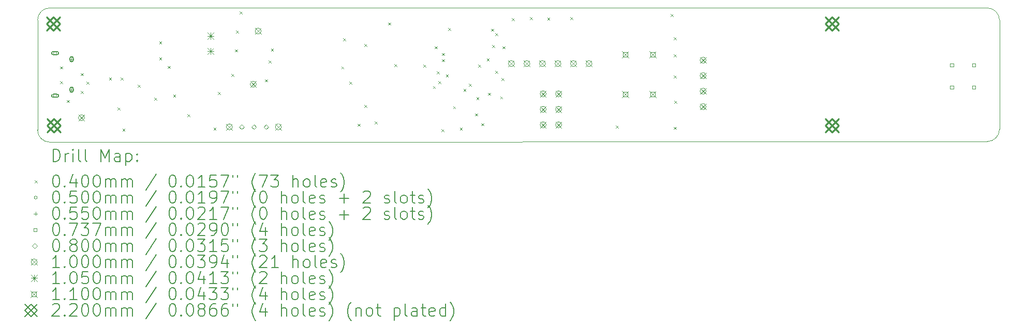
<source format=gbr>
%TF.GenerationSoftware,KiCad,Pcbnew,7.0.5*%
%TF.CreationDate,2024-05-20T19:12:28+03:00*%
%TF.ProjectId,Tempuino,54656d70-7569-46e6-9f2e-6b696361645f,rev?*%
%TF.SameCoordinates,Original*%
%TF.FileFunction,Drillmap*%
%TF.FilePolarity,Positive*%
%FSLAX45Y45*%
G04 Gerber Fmt 4.5, Leading zero omitted, Abs format (unit mm)*
G04 Created by KiCad (PCBNEW 7.0.5) date 2024-05-20 19:12:28*
%MOMM*%
%LPD*%
G01*
G04 APERTURE LIST*
%ADD10C,0.100000*%
%ADD11C,0.200000*%
%ADD12C,0.040000*%
%ADD13C,0.050000*%
%ADD14C,0.055000*%
%ADD15C,0.073660*%
%ADD16C,0.080000*%
%ADD17C,0.105000*%
%ADD18C,0.110000*%
%ADD19C,0.220000*%
G04 APERTURE END LIST*
D10*
X21250000Y-9680000D02*
G75*
G03*
X21450000Y-9480000I0J200000D01*
G01*
X21450000Y-7690000D02*
G75*
G03*
X21250000Y-7490000I-200000J0D01*
G01*
X5710000Y-9490000D02*
G75*
G03*
X5910000Y-9690000I200000J0D01*
G01*
X5910000Y-7490000D02*
G75*
G03*
X5710000Y-7690000I0J-200000D01*
G01*
X21250000Y-7490000D02*
X5910000Y-7490000D01*
X21450000Y-9480000D02*
X21450000Y-7690000D01*
X5910000Y-9690000D02*
X21250000Y-9680000D01*
X5710000Y-7690000D02*
X5710000Y-9490000D01*
D11*
D12*
X6080000Y-8450000D02*
X6120000Y-8490000D01*
X6120000Y-8450000D02*
X6080000Y-8490000D01*
X6080000Y-8690000D02*
X6120000Y-8730000D01*
X6120000Y-8690000D02*
X6080000Y-8730000D01*
X6190000Y-9000000D02*
X6230000Y-9040000D01*
X6230000Y-9000000D02*
X6190000Y-9040000D01*
X6420000Y-8560000D02*
X6460000Y-8600000D01*
X6460000Y-8560000D02*
X6420000Y-8600000D01*
X6420000Y-8850000D02*
X6460000Y-8890000D01*
X6460000Y-8850000D02*
X6420000Y-8890000D01*
X6510000Y-8700000D02*
X6550000Y-8740000D01*
X6550000Y-8700000D02*
X6510000Y-8740000D01*
X6880000Y-8630000D02*
X6920000Y-8670000D01*
X6920000Y-8630000D02*
X6880000Y-8670000D01*
X7020000Y-9120000D02*
X7060000Y-9160000D01*
X7060000Y-9120000D02*
X7020000Y-9160000D01*
X7070000Y-8630000D02*
X7110000Y-8670000D01*
X7110000Y-8630000D02*
X7070000Y-8670000D01*
X7100000Y-9470000D02*
X7140000Y-9510000D01*
X7140000Y-9470000D02*
X7100000Y-9510000D01*
X7350000Y-8750000D02*
X7390000Y-8790000D01*
X7390000Y-8750000D02*
X7350000Y-8790000D01*
X7620000Y-8960000D02*
X7660000Y-9000000D01*
X7660000Y-8960000D02*
X7620000Y-9000000D01*
X7700000Y-8040000D02*
X7740000Y-8080000D01*
X7740000Y-8040000D02*
X7700000Y-8080000D01*
X7700000Y-8300000D02*
X7740000Y-8340000D01*
X7740000Y-8300000D02*
X7700000Y-8340000D01*
X7840000Y-8440000D02*
X7880000Y-8480000D01*
X7880000Y-8440000D02*
X7840000Y-8480000D01*
X7930000Y-8910000D02*
X7970000Y-8950000D01*
X7970000Y-8910000D02*
X7930000Y-8950000D01*
X8160000Y-9230000D02*
X8200000Y-9270000D01*
X8200000Y-9230000D02*
X8160000Y-9270000D01*
X8590000Y-9450000D02*
X8630000Y-9490000D01*
X8630000Y-9450000D02*
X8590000Y-9490000D01*
X8660000Y-8870000D02*
X8700000Y-8910000D01*
X8700000Y-8870000D02*
X8660000Y-8910000D01*
X8880000Y-8570000D02*
X8920000Y-8610000D01*
X8920000Y-8570000D02*
X8880000Y-8610000D01*
X8940000Y-8170000D02*
X8980000Y-8210000D01*
X8980000Y-8170000D02*
X8940000Y-8210000D01*
X8960000Y-7860000D02*
X9000000Y-7900000D01*
X9000000Y-7860000D02*
X8960000Y-7900000D01*
X9020000Y-7550000D02*
X9060000Y-7590000D01*
X9060000Y-7550000D02*
X9020000Y-7590000D01*
X9430000Y-8660000D02*
X9470000Y-8700000D01*
X9470000Y-8660000D02*
X9430000Y-8700000D01*
X9490000Y-8350000D02*
X9530000Y-8390000D01*
X9530000Y-8350000D02*
X9490000Y-8390000D01*
X9530000Y-8160000D02*
X9570000Y-8200000D01*
X9570000Y-8160000D02*
X9530000Y-8200000D01*
X10680000Y-8450000D02*
X10720000Y-8490000D01*
X10720000Y-8450000D02*
X10680000Y-8490000D01*
X10710000Y-7990000D02*
X10750000Y-8030000D01*
X10750000Y-7990000D02*
X10710000Y-8030000D01*
X10810000Y-8700000D02*
X10850000Y-8740000D01*
X10850000Y-8700000D02*
X10810000Y-8740000D01*
X10950000Y-9390000D02*
X10990000Y-9430000D01*
X10990000Y-9390000D02*
X10950000Y-9430000D01*
X11060000Y-8080000D02*
X11100000Y-8120000D01*
X11100000Y-8080000D02*
X11060000Y-8120000D01*
X11060000Y-9080000D02*
X11100000Y-9120000D01*
X11100000Y-9080000D02*
X11060000Y-9120000D01*
X11230000Y-9350000D02*
X11270000Y-9390000D01*
X11270000Y-9350000D02*
X11230000Y-9390000D01*
X11450000Y-7730000D02*
X11490000Y-7770000D01*
X11490000Y-7730000D02*
X11450000Y-7770000D01*
X11550000Y-8410000D02*
X11590000Y-8450000D01*
X11590000Y-8410000D02*
X11550000Y-8450000D01*
X12020000Y-8420000D02*
X12060000Y-8460000D01*
X12060000Y-8420000D02*
X12020000Y-8460000D01*
X12180000Y-8770000D02*
X12220000Y-8810000D01*
X12220000Y-8770000D02*
X12180000Y-8810000D01*
X12210000Y-8120000D02*
X12250000Y-8160000D01*
X12250000Y-8120000D02*
X12210000Y-8160000D01*
X12240000Y-8530000D02*
X12280000Y-8570000D01*
X12280000Y-8530000D02*
X12240000Y-8570000D01*
X12270000Y-8690000D02*
X12310000Y-8730000D01*
X12310000Y-8690000D02*
X12270000Y-8730000D01*
X12320000Y-9480000D02*
X12360000Y-9520000D01*
X12360000Y-9480000D02*
X12320000Y-9520000D01*
X12330000Y-8230000D02*
X12370000Y-8270000D01*
X12370000Y-8230000D02*
X12330000Y-8270000D01*
X12330000Y-8329950D02*
X12370000Y-8369950D01*
X12370000Y-8329950D02*
X12330000Y-8369950D01*
X12390000Y-8580000D02*
X12430000Y-8620000D01*
X12430000Y-8580000D02*
X12390000Y-8620000D01*
X12430000Y-7820000D02*
X12470000Y-7860000D01*
X12470000Y-7820000D02*
X12430000Y-7860000D01*
X12510000Y-9100000D02*
X12550000Y-9140000D01*
X12550000Y-9100000D02*
X12510000Y-9140000D01*
X12620000Y-9450000D02*
X12660000Y-9490000D01*
X12660000Y-9450000D02*
X12620000Y-9490000D01*
X12680000Y-8820000D02*
X12720000Y-8860000D01*
X12720000Y-8820000D02*
X12680000Y-8860000D01*
X12770000Y-8730000D02*
X12810000Y-8770000D01*
X12810000Y-8730000D02*
X12770000Y-8770000D01*
X12870000Y-9220000D02*
X12910000Y-9260000D01*
X12910000Y-9220000D02*
X12870000Y-9260000D01*
X12890000Y-8950000D02*
X12930000Y-8990000D01*
X12930000Y-8950000D02*
X12890000Y-8990000D01*
X12920000Y-8420000D02*
X12960000Y-8460000D01*
X12960000Y-8420000D02*
X12920000Y-8460000D01*
X12970000Y-9380000D02*
X13010000Y-9420000D01*
X13010000Y-9380000D02*
X12970000Y-9420000D01*
X13060000Y-8320000D02*
X13100000Y-8360000D01*
X13100000Y-8320000D02*
X13060000Y-8360000D01*
X13080000Y-8880000D02*
X13120000Y-8920000D01*
X13120000Y-8880000D02*
X13080000Y-8920000D01*
X13130000Y-7830000D02*
X13170000Y-7870000D01*
X13170000Y-7830000D02*
X13130000Y-7870000D01*
X13150000Y-8100000D02*
X13190000Y-8140000D01*
X13190000Y-8100000D02*
X13150000Y-8140000D01*
X13200000Y-8520000D02*
X13240000Y-8560000D01*
X13240000Y-8520000D02*
X13200000Y-8560000D01*
X13200675Y-7900675D02*
X13240675Y-7940675D01*
X13240675Y-7900675D02*
X13200675Y-7940675D01*
X13280000Y-8940000D02*
X13320000Y-8980000D01*
X13320000Y-8940000D02*
X13280000Y-8980000D01*
X13300000Y-8640000D02*
X13340000Y-8680000D01*
X13340000Y-8640000D02*
X13300000Y-8680000D01*
X13320000Y-8120000D02*
X13360000Y-8160000D01*
X13360000Y-8120000D02*
X13320000Y-8160000D01*
X13470000Y-7660000D02*
X13510000Y-7700000D01*
X13510000Y-7660000D02*
X13470000Y-7700000D01*
X13770000Y-7640000D02*
X13810000Y-7680000D01*
X13810000Y-7640000D02*
X13770000Y-7680000D01*
X14050000Y-7650000D02*
X14090000Y-7690000D01*
X14090000Y-7650000D02*
X14050000Y-7690000D01*
X14430000Y-7640000D02*
X14470000Y-7680000D01*
X14470000Y-7640000D02*
X14430000Y-7680000D01*
X15170000Y-9420000D02*
X15210000Y-9460000D01*
X15210000Y-9420000D02*
X15170000Y-9460000D01*
X16070000Y-7590000D02*
X16110000Y-7630000D01*
X16110000Y-7590000D02*
X16070000Y-7630000D01*
X16120000Y-7970000D02*
X16160000Y-8010000D01*
X16160000Y-7970000D02*
X16120000Y-8010000D01*
X16120000Y-8250000D02*
X16160000Y-8290000D01*
X16160000Y-8250000D02*
X16120000Y-8290000D01*
X16120000Y-8600000D02*
X16160000Y-8640000D01*
X16160000Y-8600000D02*
X16120000Y-8640000D01*
X16120000Y-9440000D02*
X16160000Y-9480000D01*
X16160000Y-9440000D02*
X16120000Y-9480000D01*
X16130000Y-9010000D02*
X16170000Y-9050000D01*
X16170000Y-9010000D02*
X16130000Y-9050000D01*
D13*
X6022500Y-8230000D02*
G75*
G03*
X6022500Y-8230000I-25000J0D01*
G01*
D11*
X6030000Y-8205000D02*
X5965000Y-8205000D01*
X5965000Y-8205000D02*
G75*
G03*
X5965000Y-8255000I0J-25000D01*
G01*
X5965000Y-8255000D02*
X6030000Y-8255000D01*
X6030000Y-8255000D02*
G75*
G03*
X6030000Y-8205000I0J25000D01*
G01*
D13*
X6022500Y-8930000D02*
G75*
G03*
X6022500Y-8930000I-25000J0D01*
G01*
D11*
X6030000Y-8905000D02*
X5965000Y-8905000D01*
X5965000Y-8905000D02*
G75*
G03*
X5965000Y-8955000I0J-25000D01*
G01*
X5965000Y-8955000D02*
X6030000Y-8955000D01*
X6030000Y-8955000D02*
G75*
G03*
X6030000Y-8905000I0J25000D01*
G01*
D14*
X6267500Y-8302500D02*
X6267500Y-8357500D01*
X6240000Y-8330000D02*
X6295000Y-8330000D01*
D11*
X6240000Y-8315000D02*
X6240000Y-8345000D01*
X6240000Y-8345000D02*
G75*
G03*
X6295000Y-8345000I27500J0D01*
G01*
X6295000Y-8345000D02*
X6295000Y-8315000D01*
X6295000Y-8315000D02*
G75*
G03*
X6240000Y-8315000I-27500J0D01*
G01*
D14*
X6267500Y-8802500D02*
X6267500Y-8857500D01*
X6240000Y-8830000D02*
X6295000Y-8830000D01*
D11*
X6240000Y-8815000D02*
X6240000Y-8845000D01*
X6240000Y-8845000D02*
G75*
G03*
X6295000Y-8845000I27500J0D01*
G01*
X6295000Y-8845000D02*
X6295000Y-8815000D01*
X6295000Y-8815000D02*
G75*
G03*
X6240000Y-8815000I-27500J0D01*
G01*
D15*
X20696833Y-8456043D02*
X20696833Y-8403957D01*
X20644747Y-8403957D01*
X20644747Y-8456043D01*
X20696833Y-8456043D01*
X20696833Y-8815253D02*
X20696833Y-8763167D01*
X20644747Y-8763167D01*
X20644747Y-8815253D01*
X20696833Y-8815253D01*
X21056043Y-8456043D02*
X21056043Y-8403957D01*
X21003957Y-8403957D01*
X21003957Y-8456043D01*
X21056043Y-8456043D01*
X21056043Y-8815253D02*
X21056043Y-8763167D01*
X21003957Y-8763167D01*
X21003957Y-8815253D01*
X21056043Y-8815253D01*
D16*
X9050000Y-9480000D02*
X9090000Y-9440000D01*
X9050000Y-9400000D01*
X9010000Y-9440000D01*
X9050000Y-9480000D01*
X9250000Y-9480000D02*
X9290000Y-9440000D01*
X9250000Y-9400000D01*
X9210000Y-9440000D01*
X9250000Y-9480000D01*
X9450000Y-9480000D02*
X9490000Y-9440000D01*
X9450000Y-9400000D01*
X9410000Y-9440000D01*
X9450000Y-9480000D01*
D10*
X6380000Y-9240000D02*
X6480000Y-9340000D01*
X6480000Y-9240000D02*
X6380000Y-9340000D01*
X6480000Y-9290000D02*
G75*
G03*
X6480000Y-9290000I-50000J0D01*
G01*
X8800000Y-9390000D02*
X8900000Y-9490000D01*
X8900000Y-9390000D02*
X8800000Y-9490000D01*
X8900000Y-9440000D02*
G75*
G03*
X8900000Y-9440000I-50000J0D01*
G01*
X9190000Y-8690000D02*
X9290000Y-8790000D01*
X9290000Y-8690000D02*
X9190000Y-8790000D01*
X9290000Y-8740000D02*
G75*
G03*
X9290000Y-8740000I-50000J0D01*
G01*
X9270000Y-7820000D02*
X9370000Y-7920000D01*
X9370000Y-7820000D02*
X9270000Y-7920000D01*
X9370000Y-7870000D02*
G75*
G03*
X9370000Y-7870000I-50000J0D01*
G01*
X9600000Y-9390000D02*
X9700000Y-9490000D01*
X9700000Y-9390000D02*
X9600000Y-9490000D01*
X9700000Y-9440000D02*
G75*
G03*
X9700000Y-9440000I-50000J0D01*
G01*
X13414000Y-8352500D02*
X13514000Y-8452500D01*
X13514000Y-8352500D02*
X13414000Y-8452500D01*
X13514000Y-8402500D02*
G75*
G03*
X13514000Y-8402500I-50000J0D01*
G01*
X13668000Y-8352500D02*
X13768000Y-8452500D01*
X13768000Y-8352500D02*
X13668000Y-8452500D01*
X13768000Y-8402500D02*
G75*
G03*
X13768000Y-8402500I-50000J0D01*
G01*
X13922000Y-8352500D02*
X14022000Y-8452500D01*
X14022000Y-8352500D02*
X13922000Y-8452500D01*
X14022000Y-8402500D02*
G75*
G03*
X14022000Y-8402500I-50000J0D01*
G01*
X13932500Y-8847500D02*
X14032500Y-8947500D01*
X14032500Y-8847500D02*
X13932500Y-8947500D01*
X14032500Y-8897500D02*
G75*
G03*
X14032500Y-8897500I-50000J0D01*
G01*
X13932500Y-9101500D02*
X14032500Y-9201500D01*
X14032500Y-9101500D02*
X13932500Y-9201500D01*
X14032500Y-9151500D02*
G75*
G03*
X14032500Y-9151500I-50000J0D01*
G01*
X13932500Y-9355500D02*
X14032500Y-9455500D01*
X14032500Y-9355500D02*
X13932500Y-9455500D01*
X14032500Y-9405500D02*
G75*
G03*
X14032500Y-9405500I-50000J0D01*
G01*
X14176000Y-8352500D02*
X14276000Y-8452500D01*
X14276000Y-8352500D02*
X14176000Y-8452500D01*
X14276000Y-8402500D02*
G75*
G03*
X14276000Y-8402500I-50000J0D01*
G01*
X14186500Y-8847500D02*
X14286500Y-8947500D01*
X14286500Y-8847500D02*
X14186500Y-8947500D01*
X14286500Y-8897500D02*
G75*
G03*
X14286500Y-8897500I-50000J0D01*
G01*
X14186500Y-9101500D02*
X14286500Y-9201500D01*
X14286500Y-9101500D02*
X14186500Y-9201500D01*
X14286500Y-9151500D02*
G75*
G03*
X14286500Y-9151500I-50000J0D01*
G01*
X14186500Y-9355500D02*
X14286500Y-9455500D01*
X14286500Y-9355500D02*
X14186500Y-9455500D01*
X14286500Y-9405500D02*
G75*
G03*
X14286500Y-9405500I-50000J0D01*
G01*
X14430000Y-8352500D02*
X14530000Y-8452500D01*
X14530000Y-8352500D02*
X14430000Y-8452500D01*
X14530000Y-8402500D02*
G75*
G03*
X14530000Y-8402500I-50000J0D01*
G01*
X14684000Y-8352500D02*
X14784000Y-8452500D01*
X14784000Y-8352500D02*
X14684000Y-8452500D01*
X14784000Y-8402500D02*
G75*
G03*
X14784000Y-8402500I-50000J0D01*
G01*
X16550000Y-8296000D02*
X16650000Y-8396000D01*
X16650000Y-8296000D02*
X16550000Y-8396000D01*
X16650000Y-8346000D02*
G75*
G03*
X16650000Y-8346000I-50000J0D01*
G01*
X16550000Y-8550000D02*
X16650000Y-8650000D01*
X16650000Y-8550000D02*
X16550000Y-8650000D01*
X16650000Y-8600000D02*
G75*
G03*
X16650000Y-8600000I-50000J0D01*
G01*
X16550000Y-8804000D02*
X16650000Y-8904000D01*
X16650000Y-8804000D02*
X16550000Y-8904000D01*
X16650000Y-8854000D02*
G75*
G03*
X16650000Y-8854000I-50000J0D01*
G01*
X16550000Y-9058000D02*
X16650000Y-9158000D01*
X16650000Y-9058000D02*
X16550000Y-9158000D01*
X16650000Y-9108000D02*
G75*
G03*
X16650000Y-9108000I-50000J0D01*
G01*
D17*
X8487500Y-7897500D02*
X8592500Y-8002500D01*
X8592500Y-7897500D02*
X8487500Y-8002500D01*
X8540000Y-7897500D02*
X8540000Y-8002500D01*
X8487500Y-7950000D02*
X8592500Y-7950000D01*
X8487500Y-8147500D02*
X8592500Y-8252500D01*
X8592500Y-8147500D02*
X8487500Y-8252500D01*
X8540000Y-8147500D02*
X8540000Y-8252500D01*
X8487500Y-8200000D02*
X8592500Y-8200000D01*
D18*
X15270000Y-8200000D02*
X15380000Y-8310000D01*
X15380000Y-8200000D02*
X15270000Y-8310000D01*
X15363891Y-8293891D02*
X15363891Y-8216109D01*
X15286109Y-8216109D01*
X15286109Y-8293891D01*
X15363891Y-8293891D01*
X15270000Y-8850000D02*
X15380000Y-8960000D01*
X15380000Y-8850000D02*
X15270000Y-8960000D01*
X15363891Y-8943891D02*
X15363891Y-8866109D01*
X15286109Y-8866109D01*
X15286109Y-8943891D01*
X15363891Y-8943891D01*
X15720000Y-8200000D02*
X15830000Y-8310000D01*
X15830000Y-8200000D02*
X15720000Y-8310000D01*
X15813891Y-8293891D02*
X15813891Y-8216109D01*
X15736109Y-8216109D01*
X15736109Y-8293891D01*
X15813891Y-8293891D01*
X15720000Y-8850000D02*
X15830000Y-8960000D01*
X15830000Y-8850000D02*
X15720000Y-8960000D01*
X15813891Y-8943891D02*
X15813891Y-8866109D01*
X15736109Y-8866109D01*
X15736109Y-8943891D01*
X15813891Y-8943891D01*
D19*
X5860000Y-7640000D02*
X6080000Y-7860000D01*
X6080000Y-7640000D02*
X5860000Y-7860000D01*
X5970000Y-7860000D02*
X6080000Y-7750000D01*
X5970000Y-7640000D01*
X5860000Y-7750000D01*
X5970000Y-7860000D01*
X5870000Y-9310000D02*
X6090000Y-9530000D01*
X6090000Y-9310000D02*
X5870000Y-9530000D01*
X5980000Y-9530000D02*
X6090000Y-9420000D01*
X5980000Y-9310000D01*
X5870000Y-9420000D01*
X5980000Y-9530000D01*
X18600000Y-7640000D02*
X18820000Y-7860000D01*
X18820000Y-7640000D02*
X18600000Y-7860000D01*
X18710000Y-7860000D02*
X18820000Y-7750000D01*
X18710000Y-7640000D01*
X18600000Y-7750000D01*
X18710000Y-7860000D01*
X18600000Y-9310000D02*
X18820000Y-9530000D01*
X18820000Y-9310000D02*
X18600000Y-9530000D01*
X18710000Y-9530000D02*
X18820000Y-9420000D01*
X18710000Y-9310000D01*
X18600000Y-9420000D01*
X18710000Y-9530000D01*
D11*
X5965777Y-10006484D02*
X5965777Y-9806484D01*
X5965777Y-9806484D02*
X6013396Y-9806484D01*
X6013396Y-9806484D02*
X6041967Y-9816008D01*
X6041967Y-9816008D02*
X6061015Y-9835055D01*
X6061015Y-9835055D02*
X6070539Y-9854103D01*
X6070539Y-9854103D02*
X6080062Y-9892198D01*
X6080062Y-9892198D02*
X6080062Y-9920770D01*
X6080062Y-9920770D02*
X6070539Y-9958865D01*
X6070539Y-9958865D02*
X6061015Y-9977912D01*
X6061015Y-9977912D02*
X6041967Y-9996960D01*
X6041967Y-9996960D02*
X6013396Y-10006484D01*
X6013396Y-10006484D02*
X5965777Y-10006484D01*
X6165777Y-10006484D02*
X6165777Y-9873150D01*
X6165777Y-9911246D02*
X6175301Y-9892198D01*
X6175301Y-9892198D02*
X6184824Y-9882674D01*
X6184824Y-9882674D02*
X6203872Y-9873150D01*
X6203872Y-9873150D02*
X6222920Y-9873150D01*
X6289586Y-10006484D02*
X6289586Y-9873150D01*
X6289586Y-9806484D02*
X6280062Y-9816008D01*
X6280062Y-9816008D02*
X6289586Y-9825531D01*
X6289586Y-9825531D02*
X6299110Y-9816008D01*
X6299110Y-9816008D02*
X6289586Y-9806484D01*
X6289586Y-9806484D02*
X6289586Y-9825531D01*
X6413396Y-10006484D02*
X6394348Y-9996960D01*
X6394348Y-9996960D02*
X6384824Y-9977912D01*
X6384824Y-9977912D02*
X6384824Y-9806484D01*
X6518158Y-10006484D02*
X6499110Y-9996960D01*
X6499110Y-9996960D02*
X6489586Y-9977912D01*
X6489586Y-9977912D02*
X6489586Y-9806484D01*
X6746729Y-10006484D02*
X6746729Y-9806484D01*
X6746729Y-9806484D02*
X6813396Y-9949341D01*
X6813396Y-9949341D02*
X6880062Y-9806484D01*
X6880062Y-9806484D02*
X6880062Y-10006484D01*
X7061015Y-10006484D02*
X7061015Y-9901722D01*
X7061015Y-9901722D02*
X7051491Y-9882674D01*
X7051491Y-9882674D02*
X7032443Y-9873150D01*
X7032443Y-9873150D02*
X6994348Y-9873150D01*
X6994348Y-9873150D02*
X6975301Y-9882674D01*
X7061015Y-9996960D02*
X7041967Y-10006484D01*
X7041967Y-10006484D02*
X6994348Y-10006484D01*
X6994348Y-10006484D02*
X6975301Y-9996960D01*
X6975301Y-9996960D02*
X6965777Y-9977912D01*
X6965777Y-9977912D02*
X6965777Y-9958865D01*
X6965777Y-9958865D02*
X6975301Y-9939817D01*
X6975301Y-9939817D02*
X6994348Y-9930293D01*
X6994348Y-9930293D02*
X7041967Y-9930293D01*
X7041967Y-9930293D02*
X7061015Y-9920770D01*
X7156253Y-9873150D02*
X7156253Y-10073150D01*
X7156253Y-9882674D02*
X7175301Y-9873150D01*
X7175301Y-9873150D02*
X7213396Y-9873150D01*
X7213396Y-9873150D02*
X7232443Y-9882674D01*
X7232443Y-9882674D02*
X7241967Y-9892198D01*
X7241967Y-9892198D02*
X7251491Y-9911246D01*
X7251491Y-9911246D02*
X7251491Y-9968389D01*
X7251491Y-9968389D02*
X7241967Y-9987436D01*
X7241967Y-9987436D02*
X7232443Y-9996960D01*
X7232443Y-9996960D02*
X7213396Y-10006484D01*
X7213396Y-10006484D02*
X7175301Y-10006484D01*
X7175301Y-10006484D02*
X7156253Y-9996960D01*
X7337205Y-9987436D02*
X7346729Y-9996960D01*
X7346729Y-9996960D02*
X7337205Y-10006484D01*
X7337205Y-10006484D02*
X7327682Y-9996960D01*
X7327682Y-9996960D02*
X7337205Y-9987436D01*
X7337205Y-9987436D02*
X7337205Y-10006484D01*
X7337205Y-9882674D02*
X7346729Y-9892198D01*
X7346729Y-9892198D02*
X7337205Y-9901722D01*
X7337205Y-9901722D02*
X7327682Y-9892198D01*
X7327682Y-9892198D02*
X7337205Y-9882674D01*
X7337205Y-9882674D02*
X7337205Y-9901722D01*
D12*
X5665000Y-10315000D02*
X5705000Y-10355000D01*
X5705000Y-10315000D02*
X5665000Y-10355000D01*
D11*
X6003872Y-10226484D02*
X6022920Y-10226484D01*
X6022920Y-10226484D02*
X6041967Y-10236008D01*
X6041967Y-10236008D02*
X6051491Y-10245531D01*
X6051491Y-10245531D02*
X6061015Y-10264579D01*
X6061015Y-10264579D02*
X6070539Y-10302674D01*
X6070539Y-10302674D02*
X6070539Y-10350293D01*
X6070539Y-10350293D02*
X6061015Y-10388389D01*
X6061015Y-10388389D02*
X6051491Y-10407436D01*
X6051491Y-10407436D02*
X6041967Y-10416960D01*
X6041967Y-10416960D02*
X6022920Y-10426484D01*
X6022920Y-10426484D02*
X6003872Y-10426484D01*
X6003872Y-10426484D02*
X5984824Y-10416960D01*
X5984824Y-10416960D02*
X5975301Y-10407436D01*
X5975301Y-10407436D02*
X5965777Y-10388389D01*
X5965777Y-10388389D02*
X5956253Y-10350293D01*
X5956253Y-10350293D02*
X5956253Y-10302674D01*
X5956253Y-10302674D02*
X5965777Y-10264579D01*
X5965777Y-10264579D02*
X5975301Y-10245531D01*
X5975301Y-10245531D02*
X5984824Y-10236008D01*
X5984824Y-10236008D02*
X6003872Y-10226484D01*
X6156253Y-10407436D02*
X6165777Y-10416960D01*
X6165777Y-10416960D02*
X6156253Y-10426484D01*
X6156253Y-10426484D02*
X6146729Y-10416960D01*
X6146729Y-10416960D02*
X6156253Y-10407436D01*
X6156253Y-10407436D02*
X6156253Y-10426484D01*
X6337205Y-10293150D02*
X6337205Y-10426484D01*
X6289586Y-10216960D02*
X6241967Y-10359817D01*
X6241967Y-10359817D02*
X6365777Y-10359817D01*
X6480062Y-10226484D02*
X6499110Y-10226484D01*
X6499110Y-10226484D02*
X6518158Y-10236008D01*
X6518158Y-10236008D02*
X6527682Y-10245531D01*
X6527682Y-10245531D02*
X6537205Y-10264579D01*
X6537205Y-10264579D02*
X6546729Y-10302674D01*
X6546729Y-10302674D02*
X6546729Y-10350293D01*
X6546729Y-10350293D02*
X6537205Y-10388389D01*
X6537205Y-10388389D02*
X6527682Y-10407436D01*
X6527682Y-10407436D02*
X6518158Y-10416960D01*
X6518158Y-10416960D02*
X6499110Y-10426484D01*
X6499110Y-10426484D02*
X6480062Y-10426484D01*
X6480062Y-10426484D02*
X6461015Y-10416960D01*
X6461015Y-10416960D02*
X6451491Y-10407436D01*
X6451491Y-10407436D02*
X6441967Y-10388389D01*
X6441967Y-10388389D02*
X6432443Y-10350293D01*
X6432443Y-10350293D02*
X6432443Y-10302674D01*
X6432443Y-10302674D02*
X6441967Y-10264579D01*
X6441967Y-10264579D02*
X6451491Y-10245531D01*
X6451491Y-10245531D02*
X6461015Y-10236008D01*
X6461015Y-10236008D02*
X6480062Y-10226484D01*
X6670539Y-10226484D02*
X6689586Y-10226484D01*
X6689586Y-10226484D02*
X6708634Y-10236008D01*
X6708634Y-10236008D02*
X6718158Y-10245531D01*
X6718158Y-10245531D02*
X6727682Y-10264579D01*
X6727682Y-10264579D02*
X6737205Y-10302674D01*
X6737205Y-10302674D02*
X6737205Y-10350293D01*
X6737205Y-10350293D02*
X6727682Y-10388389D01*
X6727682Y-10388389D02*
X6718158Y-10407436D01*
X6718158Y-10407436D02*
X6708634Y-10416960D01*
X6708634Y-10416960D02*
X6689586Y-10426484D01*
X6689586Y-10426484D02*
X6670539Y-10426484D01*
X6670539Y-10426484D02*
X6651491Y-10416960D01*
X6651491Y-10416960D02*
X6641967Y-10407436D01*
X6641967Y-10407436D02*
X6632443Y-10388389D01*
X6632443Y-10388389D02*
X6622920Y-10350293D01*
X6622920Y-10350293D02*
X6622920Y-10302674D01*
X6622920Y-10302674D02*
X6632443Y-10264579D01*
X6632443Y-10264579D02*
X6641967Y-10245531D01*
X6641967Y-10245531D02*
X6651491Y-10236008D01*
X6651491Y-10236008D02*
X6670539Y-10226484D01*
X6822920Y-10426484D02*
X6822920Y-10293150D01*
X6822920Y-10312198D02*
X6832443Y-10302674D01*
X6832443Y-10302674D02*
X6851491Y-10293150D01*
X6851491Y-10293150D02*
X6880063Y-10293150D01*
X6880063Y-10293150D02*
X6899110Y-10302674D01*
X6899110Y-10302674D02*
X6908634Y-10321722D01*
X6908634Y-10321722D02*
X6908634Y-10426484D01*
X6908634Y-10321722D02*
X6918158Y-10302674D01*
X6918158Y-10302674D02*
X6937205Y-10293150D01*
X6937205Y-10293150D02*
X6965777Y-10293150D01*
X6965777Y-10293150D02*
X6984824Y-10302674D01*
X6984824Y-10302674D02*
X6994348Y-10321722D01*
X6994348Y-10321722D02*
X6994348Y-10426484D01*
X7089586Y-10426484D02*
X7089586Y-10293150D01*
X7089586Y-10312198D02*
X7099110Y-10302674D01*
X7099110Y-10302674D02*
X7118158Y-10293150D01*
X7118158Y-10293150D02*
X7146729Y-10293150D01*
X7146729Y-10293150D02*
X7165777Y-10302674D01*
X7165777Y-10302674D02*
X7175301Y-10321722D01*
X7175301Y-10321722D02*
X7175301Y-10426484D01*
X7175301Y-10321722D02*
X7184824Y-10302674D01*
X7184824Y-10302674D02*
X7203872Y-10293150D01*
X7203872Y-10293150D02*
X7232443Y-10293150D01*
X7232443Y-10293150D02*
X7251491Y-10302674D01*
X7251491Y-10302674D02*
X7261015Y-10321722D01*
X7261015Y-10321722D02*
X7261015Y-10426484D01*
X7651491Y-10216960D02*
X7480063Y-10474103D01*
X7908634Y-10226484D02*
X7927682Y-10226484D01*
X7927682Y-10226484D02*
X7946729Y-10236008D01*
X7946729Y-10236008D02*
X7956253Y-10245531D01*
X7956253Y-10245531D02*
X7965777Y-10264579D01*
X7965777Y-10264579D02*
X7975301Y-10302674D01*
X7975301Y-10302674D02*
X7975301Y-10350293D01*
X7975301Y-10350293D02*
X7965777Y-10388389D01*
X7965777Y-10388389D02*
X7956253Y-10407436D01*
X7956253Y-10407436D02*
X7946729Y-10416960D01*
X7946729Y-10416960D02*
X7927682Y-10426484D01*
X7927682Y-10426484D02*
X7908634Y-10426484D01*
X7908634Y-10426484D02*
X7889586Y-10416960D01*
X7889586Y-10416960D02*
X7880063Y-10407436D01*
X7880063Y-10407436D02*
X7870539Y-10388389D01*
X7870539Y-10388389D02*
X7861015Y-10350293D01*
X7861015Y-10350293D02*
X7861015Y-10302674D01*
X7861015Y-10302674D02*
X7870539Y-10264579D01*
X7870539Y-10264579D02*
X7880063Y-10245531D01*
X7880063Y-10245531D02*
X7889586Y-10236008D01*
X7889586Y-10236008D02*
X7908634Y-10226484D01*
X8061015Y-10407436D02*
X8070539Y-10416960D01*
X8070539Y-10416960D02*
X8061015Y-10426484D01*
X8061015Y-10426484D02*
X8051491Y-10416960D01*
X8051491Y-10416960D02*
X8061015Y-10407436D01*
X8061015Y-10407436D02*
X8061015Y-10426484D01*
X8194348Y-10226484D02*
X8213396Y-10226484D01*
X8213396Y-10226484D02*
X8232444Y-10236008D01*
X8232444Y-10236008D02*
X8241967Y-10245531D01*
X8241967Y-10245531D02*
X8251491Y-10264579D01*
X8251491Y-10264579D02*
X8261015Y-10302674D01*
X8261015Y-10302674D02*
X8261015Y-10350293D01*
X8261015Y-10350293D02*
X8251491Y-10388389D01*
X8251491Y-10388389D02*
X8241967Y-10407436D01*
X8241967Y-10407436D02*
X8232444Y-10416960D01*
X8232444Y-10416960D02*
X8213396Y-10426484D01*
X8213396Y-10426484D02*
X8194348Y-10426484D01*
X8194348Y-10426484D02*
X8175301Y-10416960D01*
X8175301Y-10416960D02*
X8165777Y-10407436D01*
X8165777Y-10407436D02*
X8156253Y-10388389D01*
X8156253Y-10388389D02*
X8146729Y-10350293D01*
X8146729Y-10350293D02*
X8146729Y-10302674D01*
X8146729Y-10302674D02*
X8156253Y-10264579D01*
X8156253Y-10264579D02*
X8165777Y-10245531D01*
X8165777Y-10245531D02*
X8175301Y-10236008D01*
X8175301Y-10236008D02*
X8194348Y-10226484D01*
X8451491Y-10426484D02*
X8337206Y-10426484D01*
X8394348Y-10426484D02*
X8394348Y-10226484D01*
X8394348Y-10226484D02*
X8375301Y-10255055D01*
X8375301Y-10255055D02*
X8356253Y-10274103D01*
X8356253Y-10274103D02*
X8337206Y-10283627D01*
X8632444Y-10226484D02*
X8537206Y-10226484D01*
X8537206Y-10226484D02*
X8527682Y-10321722D01*
X8527682Y-10321722D02*
X8537206Y-10312198D01*
X8537206Y-10312198D02*
X8556253Y-10302674D01*
X8556253Y-10302674D02*
X8603872Y-10302674D01*
X8603872Y-10302674D02*
X8622920Y-10312198D01*
X8622920Y-10312198D02*
X8632444Y-10321722D01*
X8632444Y-10321722D02*
X8641968Y-10340770D01*
X8641968Y-10340770D02*
X8641968Y-10388389D01*
X8641968Y-10388389D02*
X8632444Y-10407436D01*
X8632444Y-10407436D02*
X8622920Y-10416960D01*
X8622920Y-10416960D02*
X8603872Y-10426484D01*
X8603872Y-10426484D02*
X8556253Y-10426484D01*
X8556253Y-10426484D02*
X8537206Y-10416960D01*
X8537206Y-10416960D02*
X8527682Y-10407436D01*
X8708634Y-10226484D02*
X8841968Y-10226484D01*
X8841968Y-10226484D02*
X8756253Y-10426484D01*
X8908634Y-10226484D02*
X8908634Y-10264579D01*
X8984825Y-10226484D02*
X8984825Y-10264579D01*
X9280063Y-10502674D02*
X9270539Y-10493150D01*
X9270539Y-10493150D02*
X9251491Y-10464579D01*
X9251491Y-10464579D02*
X9241968Y-10445531D01*
X9241968Y-10445531D02*
X9232444Y-10416960D01*
X9232444Y-10416960D02*
X9222920Y-10369341D01*
X9222920Y-10369341D02*
X9222920Y-10331246D01*
X9222920Y-10331246D02*
X9232444Y-10283627D01*
X9232444Y-10283627D02*
X9241968Y-10255055D01*
X9241968Y-10255055D02*
X9251491Y-10236008D01*
X9251491Y-10236008D02*
X9270539Y-10207436D01*
X9270539Y-10207436D02*
X9280063Y-10197912D01*
X9337206Y-10226484D02*
X9470539Y-10226484D01*
X9470539Y-10226484D02*
X9384825Y-10426484D01*
X9527682Y-10226484D02*
X9651491Y-10226484D01*
X9651491Y-10226484D02*
X9584825Y-10302674D01*
X9584825Y-10302674D02*
X9613396Y-10302674D01*
X9613396Y-10302674D02*
X9632444Y-10312198D01*
X9632444Y-10312198D02*
X9641968Y-10321722D01*
X9641968Y-10321722D02*
X9651491Y-10340770D01*
X9651491Y-10340770D02*
X9651491Y-10388389D01*
X9651491Y-10388389D02*
X9641968Y-10407436D01*
X9641968Y-10407436D02*
X9632444Y-10416960D01*
X9632444Y-10416960D02*
X9613396Y-10426484D01*
X9613396Y-10426484D02*
X9556253Y-10426484D01*
X9556253Y-10426484D02*
X9537206Y-10416960D01*
X9537206Y-10416960D02*
X9527682Y-10407436D01*
X9889587Y-10426484D02*
X9889587Y-10226484D01*
X9975301Y-10426484D02*
X9975301Y-10321722D01*
X9975301Y-10321722D02*
X9965777Y-10302674D01*
X9965777Y-10302674D02*
X9946730Y-10293150D01*
X9946730Y-10293150D02*
X9918158Y-10293150D01*
X9918158Y-10293150D02*
X9899111Y-10302674D01*
X9899111Y-10302674D02*
X9889587Y-10312198D01*
X10099111Y-10426484D02*
X10080063Y-10416960D01*
X10080063Y-10416960D02*
X10070539Y-10407436D01*
X10070539Y-10407436D02*
X10061015Y-10388389D01*
X10061015Y-10388389D02*
X10061015Y-10331246D01*
X10061015Y-10331246D02*
X10070539Y-10312198D01*
X10070539Y-10312198D02*
X10080063Y-10302674D01*
X10080063Y-10302674D02*
X10099111Y-10293150D01*
X10099111Y-10293150D02*
X10127682Y-10293150D01*
X10127682Y-10293150D02*
X10146730Y-10302674D01*
X10146730Y-10302674D02*
X10156253Y-10312198D01*
X10156253Y-10312198D02*
X10165777Y-10331246D01*
X10165777Y-10331246D02*
X10165777Y-10388389D01*
X10165777Y-10388389D02*
X10156253Y-10407436D01*
X10156253Y-10407436D02*
X10146730Y-10416960D01*
X10146730Y-10416960D02*
X10127682Y-10426484D01*
X10127682Y-10426484D02*
X10099111Y-10426484D01*
X10280063Y-10426484D02*
X10261015Y-10416960D01*
X10261015Y-10416960D02*
X10251492Y-10397912D01*
X10251492Y-10397912D02*
X10251492Y-10226484D01*
X10432444Y-10416960D02*
X10413396Y-10426484D01*
X10413396Y-10426484D02*
X10375301Y-10426484D01*
X10375301Y-10426484D02*
X10356253Y-10416960D01*
X10356253Y-10416960D02*
X10346730Y-10397912D01*
X10346730Y-10397912D02*
X10346730Y-10321722D01*
X10346730Y-10321722D02*
X10356253Y-10302674D01*
X10356253Y-10302674D02*
X10375301Y-10293150D01*
X10375301Y-10293150D02*
X10413396Y-10293150D01*
X10413396Y-10293150D02*
X10432444Y-10302674D01*
X10432444Y-10302674D02*
X10441968Y-10321722D01*
X10441968Y-10321722D02*
X10441968Y-10340770D01*
X10441968Y-10340770D02*
X10346730Y-10359817D01*
X10518158Y-10416960D02*
X10537206Y-10426484D01*
X10537206Y-10426484D02*
X10575301Y-10426484D01*
X10575301Y-10426484D02*
X10594349Y-10416960D01*
X10594349Y-10416960D02*
X10603873Y-10397912D01*
X10603873Y-10397912D02*
X10603873Y-10388389D01*
X10603873Y-10388389D02*
X10594349Y-10369341D01*
X10594349Y-10369341D02*
X10575301Y-10359817D01*
X10575301Y-10359817D02*
X10546730Y-10359817D01*
X10546730Y-10359817D02*
X10527682Y-10350293D01*
X10527682Y-10350293D02*
X10518158Y-10331246D01*
X10518158Y-10331246D02*
X10518158Y-10321722D01*
X10518158Y-10321722D02*
X10527682Y-10302674D01*
X10527682Y-10302674D02*
X10546730Y-10293150D01*
X10546730Y-10293150D02*
X10575301Y-10293150D01*
X10575301Y-10293150D02*
X10594349Y-10302674D01*
X10670539Y-10502674D02*
X10680063Y-10493150D01*
X10680063Y-10493150D02*
X10699111Y-10464579D01*
X10699111Y-10464579D02*
X10708634Y-10445531D01*
X10708634Y-10445531D02*
X10718158Y-10416960D01*
X10718158Y-10416960D02*
X10727682Y-10369341D01*
X10727682Y-10369341D02*
X10727682Y-10331246D01*
X10727682Y-10331246D02*
X10718158Y-10283627D01*
X10718158Y-10283627D02*
X10708634Y-10255055D01*
X10708634Y-10255055D02*
X10699111Y-10236008D01*
X10699111Y-10236008D02*
X10680063Y-10207436D01*
X10680063Y-10207436D02*
X10670539Y-10197912D01*
D13*
X5705000Y-10599000D02*
G75*
G03*
X5705000Y-10599000I-25000J0D01*
G01*
D11*
X6003872Y-10490484D02*
X6022920Y-10490484D01*
X6022920Y-10490484D02*
X6041967Y-10500008D01*
X6041967Y-10500008D02*
X6051491Y-10509531D01*
X6051491Y-10509531D02*
X6061015Y-10528579D01*
X6061015Y-10528579D02*
X6070539Y-10566674D01*
X6070539Y-10566674D02*
X6070539Y-10614293D01*
X6070539Y-10614293D02*
X6061015Y-10652389D01*
X6061015Y-10652389D02*
X6051491Y-10671436D01*
X6051491Y-10671436D02*
X6041967Y-10680960D01*
X6041967Y-10680960D02*
X6022920Y-10690484D01*
X6022920Y-10690484D02*
X6003872Y-10690484D01*
X6003872Y-10690484D02*
X5984824Y-10680960D01*
X5984824Y-10680960D02*
X5975301Y-10671436D01*
X5975301Y-10671436D02*
X5965777Y-10652389D01*
X5965777Y-10652389D02*
X5956253Y-10614293D01*
X5956253Y-10614293D02*
X5956253Y-10566674D01*
X5956253Y-10566674D02*
X5965777Y-10528579D01*
X5965777Y-10528579D02*
X5975301Y-10509531D01*
X5975301Y-10509531D02*
X5984824Y-10500008D01*
X5984824Y-10500008D02*
X6003872Y-10490484D01*
X6156253Y-10671436D02*
X6165777Y-10680960D01*
X6165777Y-10680960D02*
X6156253Y-10690484D01*
X6156253Y-10690484D02*
X6146729Y-10680960D01*
X6146729Y-10680960D02*
X6156253Y-10671436D01*
X6156253Y-10671436D02*
X6156253Y-10690484D01*
X6346729Y-10490484D02*
X6251491Y-10490484D01*
X6251491Y-10490484D02*
X6241967Y-10585722D01*
X6241967Y-10585722D02*
X6251491Y-10576198D01*
X6251491Y-10576198D02*
X6270539Y-10566674D01*
X6270539Y-10566674D02*
X6318158Y-10566674D01*
X6318158Y-10566674D02*
X6337205Y-10576198D01*
X6337205Y-10576198D02*
X6346729Y-10585722D01*
X6346729Y-10585722D02*
X6356253Y-10604770D01*
X6356253Y-10604770D02*
X6356253Y-10652389D01*
X6356253Y-10652389D02*
X6346729Y-10671436D01*
X6346729Y-10671436D02*
X6337205Y-10680960D01*
X6337205Y-10680960D02*
X6318158Y-10690484D01*
X6318158Y-10690484D02*
X6270539Y-10690484D01*
X6270539Y-10690484D02*
X6251491Y-10680960D01*
X6251491Y-10680960D02*
X6241967Y-10671436D01*
X6480062Y-10490484D02*
X6499110Y-10490484D01*
X6499110Y-10490484D02*
X6518158Y-10500008D01*
X6518158Y-10500008D02*
X6527682Y-10509531D01*
X6527682Y-10509531D02*
X6537205Y-10528579D01*
X6537205Y-10528579D02*
X6546729Y-10566674D01*
X6546729Y-10566674D02*
X6546729Y-10614293D01*
X6546729Y-10614293D02*
X6537205Y-10652389D01*
X6537205Y-10652389D02*
X6527682Y-10671436D01*
X6527682Y-10671436D02*
X6518158Y-10680960D01*
X6518158Y-10680960D02*
X6499110Y-10690484D01*
X6499110Y-10690484D02*
X6480062Y-10690484D01*
X6480062Y-10690484D02*
X6461015Y-10680960D01*
X6461015Y-10680960D02*
X6451491Y-10671436D01*
X6451491Y-10671436D02*
X6441967Y-10652389D01*
X6441967Y-10652389D02*
X6432443Y-10614293D01*
X6432443Y-10614293D02*
X6432443Y-10566674D01*
X6432443Y-10566674D02*
X6441967Y-10528579D01*
X6441967Y-10528579D02*
X6451491Y-10509531D01*
X6451491Y-10509531D02*
X6461015Y-10500008D01*
X6461015Y-10500008D02*
X6480062Y-10490484D01*
X6670539Y-10490484D02*
X6689586Y-10490484D01*
X6689586Y-10490484D02*
X6708634Y-10500008D01*
X6708634Y-10500008D02*
X6718158Y-10509531D01*
X6718158Y-10509531D02*
X6727682Y-10528579D01*
X6727682Y-10528579D02*
X6737205Y-10566674D01*
X6737205Y-10566674D02*
X6737205Y-10614293D01*
X6737205Y-10614293D02*
X6727682Y-10652389D01*
X6727682Y-10652389D02*
X6718158Y-10671436D01*
X6718158Y-10671436D02*
X6708634Y-10680960D01*
X6708634Y-10680960D02*
X6689586Y-10690484D01*
X6689586Y-10690484D02*
X6670539Y-10690484D01*
X6670539Y-10690484D02*
X6651491Y-10680960D01*
X6651491Y-10680960D02*
X6641967Y-10671436D01*
X6641967Y-10671436D02*
X6632443Y-10652389D01*
X6632443Y-10652389D02*
X6622920Y-10614293D01*
X6622920Y-10614293D02*
X6622920Y-10566674D01*
X6622920Y-10566674D02*
X6632443Y-10528579D01*
X6632443Y-10528579D02*
X6641967Y-10509531D01*
X6641967Y-10509531D02*
X6651491Y-10500008D01*
X6651491Y-10500008D02*
X6670539Y-10490484D01*
X6822920Y-10690484D02*
X6822920Y-10557150D01*
X6822920Y-10576198D02*
X6832443Y-10566674D01*
X6832443Y-10566674D02*
X6851491Y-10557150D01*
X6851491Y-10557150D02*
X6880063Y-10557150D01*
X6880063Y-10557150D02*
X6899110Y-10566674D01*
X6899110Y-10566674D02*
X6908634Y-10585722D01*
X6908634Y-10585722D02*
X6908634Y-10690484D01*
X6908634Y-10585722D02*
X6918158Y-10566674D01*
X6918158Y-10566674D02*
X6937205Y-10557150D01*
X6937205Y-10557150D02*
X6965777Y-10557150D01*
X6965777Y-10557150D02*
X6984824Y-10566674D01*
X6984824Y-10566674D02*
X6994348Y-10585722D01*
X6994348Y-10585722D02*
X6994348Y-10690484D01*
X7089586Y-10690484D02*
X7089586Y-10557150D01*
X7089586Y-10576198D02*
X7099110Y-10566674D01*
X7099110Y-10566674D02*
X7118158Y-10557150D01*
X7118158Y-10557150D02*
X7146729Y-10557150D01*
X7146729Y-10557150D02*
X7165777Y-10566674D01*
X7165777Y-10566674D02*
X7175301Y-10585722D01*
X7175301Y-10585722D02*
X7175301Y-10690484D01*
X7175301Y-10585722D02*
X7184824Y-10566674D01*
X7184824Y-10566674D02*
X7203872Y-10557150D01*
X7203872Y-10557150D02*
X7232443Y-10557150D01*
X7232443Y-10557150D02*
X7251491Y-10566674D01*
X7251491Y-10566674D02*
X7261015Y-10585722D01*
X7261015Y-10585722D02*
X7261015Y-10690484D01*
X7651491Y-10480960D02*
X7480063Y-10738103D01*
X7908634Y-10490484D02*
X7927682Y-10490484D01*
X7927682Y-10490484D02*
X7946729Y-10500008D01*
X7946729Y-10500008D02*
X7956253Y-10509531D01*
X7956253Y-10509531D02*
X7965777Y-10528579D01*
X7965777Y-10528579D02*
X7975301Y-10566674D01*
X7975301Y-10566674D02*
X7975301Y-10614293D01*
X7975301Y-10614293D02*
X7965777Y-10652389D01*
X7965777Y-10652389D02*
X7956253Y-10671436D01*
X7956253Y-10671436D02*
X7946729Y-10680960D01*
X7946729Y-10680960D02*
X7927682Y-10690484D01*
X7927682Y-10690484D02*
X7908634Y-10690484D01*
X7908634Y-10690484D02*
X7889586Y-10680960D01*
X7889586Y-10680960D02*
X7880063Y-10671436D01*
X7880063Y-10671436D02*
X7870539Y-10652389D01*
X7870539Y-10652389D02*
X7861015Y-10614293D01*
X7861015Y-10614293D02*
X7861015Y-10566674D01*
X7861015Y-10566674D02*
X7870539Y-10528579D01*
X7870539Y-10528579D02*
X7880063Y-10509531D01*
X7880063Y-10509531D02*
X7889586Y-10500008D01*
X7889586Y-10500008D02*
X7908634Y-10490484D01*
X8061015Y-10671436D02*
X8070539Y-10680960D01*
X8070539Y-10680960D02*
X8061015Y-10690484D01*
X8061015Y-10690484D02*
X8051491Y-10680960D01*
X8051491Y-10680960D02*
X8061015Y-10671436D01*
X8061015Y-10671436D02*
X8061015Y-10690484D01*
X8194348Y-10490484D02*
X8213396Y-10490484D01*
X8213396Y-10490484D02*
X8232444Y-10500008D01*
X8232444Y-10500008D02*
X8241967Y-10509531D01*
X8241967Y-10509531D02*
X8251491Y-10528579D01*
X8251491Y-10528579D02*
X8261015Y-10566674D01*
X8261015Y-10566674D02*
X8261015Y-10614293D01*
X8261015Y-10614293D02*
X8251491Y-10652389D01*
X8251491Y-10652389D02*
X8241967Y-10671436D01*
X8241967Y-10671436D02*
X8232444Y-10680960D01*
X8232444Y-10680960D02*
X8213396Y-10690484D01*
X8213396Y-10690484D02*
X8194348Y-10690484D01*
X8194348Y-10690484D02*
X8175301Y-10680960D01*
X8175301Y-10680960D02*
X8165777Y-10671436D01*
X8165777Y-10671436D02*
X8156253Y-10652389D01*
X8156253Y-10652389D02*
X8146729Y-10614293D01*
X8146729Y-10614293D02*
X8146729Y-10566674D01*
X8146729Y-10566674D02*
X8156253Y-10528579D01*
X8156253Y-10528579D02*
X8165777Y-10509531D01*
X8165777Y-10509531D02*
X8175301Y-10500008D01*
X8175301Y-10500008D02*
X8194348Y-10490484D01*
X8451491Y-10690484D02*
X8337206Y-10690484D01*
X8394348Y-10690484D02*
X8394348Y-10490484D01*
X8394348Y-10490484D02*
X8375301Y-10519055D01*
X8375301Y-10519055D02*
X8356253Y-10538103D01*
X8356253Y-10538103D02*
X8337206Y-10547627D01*
X8546729Y-10690484D02*
X8584825Y-10690484D01*
X8584825Y-10690484D02*
X8603872Y-10680960D01*
X8603872Y-10680960D02*
X8613396Y-10671436D01*
X8613396Y-10671436D02*
X8632444Y-10642865D01*
X8632444Y-10642865D02*
X8641968Y-10604770D01*
X8641968Y-10604770D02*
X8641968Y-10528579D01*
X8641968Y-10528579D02*
X8632444Y-10509531D01*
X8632444Y-10509531D02*
X8622920Y-10500008D01*
X8622920Y-10500008D02*
X8603872Y-10490484D01*
X8603872Y-10490484D02*
X8565777Y-10490484D01*
X8565777Y-10490484D02*
X8546729Y-10500008D01*
X8546729Y-10500008D02*
X8537206Y-10509531D01*
X8537206Y-10509531D02*
X8527682Y-10528579D01*
X8527682Y-10528579D02*
X8527682Y-10576198D01*
X8527682Y-10576198D02*
X8537206Y-10595246D01*
X8537206Y-10595246D02*
X8546729Y-10604770D01*
X8546729Y-10604770D02*
X8565777Y-10614293D01*
X8565777Y-10614293D02*
X8603872Y-10614293D01*
X8603872Y-10614293D02*
X8622920Y-10604770D01*
X8622920Y-10604770D02*
X8632444Y-10595246D01*
X8632444Y-10595246D02*
X8641968Y-10576198D01*
X8708634Y-10490484D02*
X8841968Y-10490484D01*
X8841968Y-10490484D02*
X8756253Y-10690484D01*
X8908634Y-10490484D02*
X8908634Y-10528579D01*
X8984825Y-10490484D02*
X8984825Y-10528579D01*
X9280063Y-10766674D02*
X9270539Y-10757150D01*
X9270539Y-10757150D02*
X9251491Y-10728579D01*
X9251491Y-10728579D02*
X9241968Y-10709531D01*
X9241968Y-10709531D02*
X9232444Y-10680960D01*
X9232444Y-10680960D02*
X9222920Y-10633341D01*
X9222920Y-10633341D02*
X9222920Y-10595246D01*
X9222920Y-10595246D02*
X9232444Y-10547627D01*
X9232444Y-10547627D02*
X9241968Y-10519055D01*
X9241968Y-10519055D02*
X9251491Y-10500008D01*
X9251491Y-10500008D02*
X9270539Y-10471436D01*
X9270539Y-10471436D02*
X9280063Y-10461912D01*
X9394349Y-10490484D02*
X9413396Y-10490484D01*
X9413396Y-10490484D02*
X9432444Y-10500008D01*
X9432444Y-10500008D02*
X9441968Y-10509531D01*
X9441968Y-10509531D02*
X9451491Y-10528579D01*
X9451491Y-10528579D02*
X9461015Y-10566674D01*
X9461015Y-10566674D02*
X9461015Y-10614293D01*
X9461015Y-10614293D02*
X9451491Y-10652389D01*
X9451491Y-10652389D02*
X9441968Y-10671436D01*
X9441968Y-10671436D02*
X9432444Y-10680960D01*
X9432444Y-10680960D02*
X9413396Y-10690484D01*
X9413396Y-10690484D02*
X9394349Y-10690484D01*
X9394349Y-10690484D02*
X9375301Y-10680960D01*
X9375301Y-10680960D02*
X9365777Y-10671436D01*
X9365777Y-10671436D02*
X9356253Y-10652389D01*
X9356253Y-10652389D02*
X9346730Y-10614293D01*
X9346730Y-10614293D02*
X9346730Y-10566674D01*
X9346730Y-10566674D02*
X9356253Y-10528579D01*
X9356253Y-10528579D02*
X9365777Y-10509531D01*
X9365777Y-10509531D02*
X9375301Y-10500008D01*
X9375301Y-10500008D02*
X9394349Y-10490484D01*
X9699111Y-10690484D02*
X9699111Y-10490484D01*
X9784825Y-10690484D02*
X9784825Y-10585722D01*
X9784825Y-10585722D02*
X9775301Y-10566674D01*
X9775301Y-10566674D02*
X9756253Y-10557150D01*
X9756253Y-10557150D02*
X9727682Y-10557150D01*
X9727682Y-10557150D02*
X9708634Y-10566674D01*
X9708634Y-10566674D02*
X9699111Y-10576198D01*
X9908634Y-10690484D02*
X9889587Y-10680960D01*
X9889587Y-10680960D02*
X9880063Y-10671436D01*
X9880063Y-10671436D02*
X9870539Y-10652389D01*
X9870539Y-10652389D02*
X9870539Y-10595246D01*
X9870539Y-10595246D02*
X9880063Y-10576198D01*
X9880063Y-10576198D02*
X9889587Y-10566674D01*
X9889587Y-10566674D02*
X9908634Y-10557150D01*
X9908634Y-10557150D02*
X9937206Y-10557150D01*
X9937206Y-10557150D02*
X9956253Y-10566674D01*
X9956253Y-10566674D02*
X9965777Y-10576198D01*
X9965777Y-10576198D02*
X9975301Y-10595246D01*
X9975301Y-10595246D02*
X9975301Y-10652389D01*
X9975301Y-10652389D02*
X9965777Y-10671436D01*
X9965777Y-10671436D02*
X9956253Y-10680960D01*
X9956253Y-10680960D02*
X9937206Y-10690484D01*
X9937206Y-10690484D02*
X9908634Y-10690484D01*
X10089587Y-10690484D02*
X10070539Y-10680960D01*
X10070539Y-10680960D02*
X10061015Y-10661912D01*
X10061015Y-10661912D02*
X10061015Y-10490484D01*
X10241968Y-10680960D02*
X10222920Y-10690484D01*
X10222920Y-10690484D02*
X10184825Y-10690484D01*
X10184825Y-10690484D02*
X10165777Y-10680960D01*
X10165777Y-10680960D02*
X10156253Y-10661912D01*
X10156253Y-10661912D02*
X10156253Y-10585722D01*
X10156253Y-10585722D02*
X10165777Y-10566674D01*
X10165777Y-10566674D02*
X10184825Y-10557150D01*
X10184825Y-10557150D02*
X10222920Y-10557150D01*
X10222920Y-10557150D02*
X10241968Y-10566674D01*
X10241968Y-10566674D02*
X10251492Y-10585722D01*
X10251492Y-10585722D02*
X10251492Y-10604770D01*
X10251492Y-10604770D02*
X10156253Y-10623817D01*
X10327682Y-10680960D02*
X10346730Y-10690484D01*
X10346730Y-10690484D02*
X10384825Y-10690484D01*
X10384825Y-10690484D02*
X10403873Y-10680960D01*
X10403873Y-10680960D02*
X10413396Y-10661912D01*
X10413396Y-10661912D02*
X10413396Y-10652389D01*
X10413396Y-10652389D02*
X10403873Y-10633341D01*
X10403873Y-10633341D02*
X10384825Y-10623817D01*
X10384825Y-10623817D02*
X10356253Y-10623817D01*
X10356253Y-10623817D02*
X10337206Y-10614293D01*
X10337206Y-10614293D02*
X10327682Y-10595246D01*
X10327682Y-10595246D02*
X10327682Y-10585722D01*
X10327682Y-10585722D02*
X10337206Y-10566674D01*
X10337206Y-10566674D02*
X10356253Y-10557150D01*
X10356253Y-10557150D02*
X10384825Y-10557150D01*
X10384825Y-10557150D02*
X10403873Y-10566674D01*
X10651492Y-10614293D02*
X10803873Y-10614293D01*
X10727682Y-10690484D02*
X10727682Y-10538103D01*
X11041968Y-10509531D02*
X11051492Y-10500008D01*
X11051492Y-10500008D02*
X11070539Y-10490484D01*
X11070539Y-10490484D02*
X11118158Y-10490484D01*
X11118158Y-10490484D02*
X11137206Y-10500008D01*
X11137206Y-10500008D02*
X11146730Y-10509531D01*
X11146730Y-10509531D02*
X11156254Y-10528579D01*
X11156254Y-10528579D02*
X11156254Y-10547627D01*
X11156254Y-10547627D02*
X11146730Y-10576198D01*
X11146730Y-10576198D02*
X11032444Y-10690484D01*
X11032444Y-10690484D02*
X11156254Y-10690484D01*
X11384825Y-10680960D02*
X11403873Y-10690484D01*
X11403873Y-10690484D02*
X11441968Y-10690484D01*
X11441968Y-10690484D02*
X11461015Y-10680960D01*
X11461015Y-10680960D02*
X11470539Y-10661912D01*
X11470539Y-10661912D02*
X11470539Y-10652389D01*
X11470539Y-10652389D02*
X11461015Y-10633341D01*
X11461015Y-10633341D02*
X11441968Y-10623817D01*
X11441968Y-10623817D02*
X11413396Y-10623817D01*
X11413396Y-10623817D02*
X11394349Y-10614293D01*
X11394349Y-10614293D02*
X11384825Y-10595246D01*
X11384825Y-10595246D02*
X11384825Y-10585722D01*
X11384825Y-10585722D02*
X11394349Y-10566674D01*
X11394349Y-10566674D02*
X11413396Y-10557150D01*
X11413396Y-10557150D02*
X11441968Y-10557150D01*
X11441968Y-10557150D02*
X11461015Y-10566674D01*
X11584825Y-10690484D02*
X11565777Y-10680960D01*
X11565777Y-10680960D02*
X11556254Y-10661912D01*
X11556254Y-10661912D02*
X11556254Y-10490484D01*
X11689587Y-10690484D02*
X11670539Y-10680960D01*
X11670539Y-10680960D02*
X11661015Y-10671436D01*
X11661015Y-10671436D02*
X11651492Y-10652389D01*
X11651492Y-10652389D02*
X11651492Y-10595246D01*
X11651492Y-10595246D02*
X11661015Y-10576198D01*
X11661015Y-10576198D02*
X11670539Y-10566674D01*
X11670539Y-10566674D02*
X11689587Y-10557150D01*
X11689587Y-10557150D02*
X11718158Y-10557150D01*
X11718158Y-10557150D02*
X11737206Y-10566674D01*
X11737206Y-10566674D02*
X11746730Y-10576198D01*
X11746730Y-10576198D02*
X11756254Y-10595246D01*
X11756254Y-10595246D02*
X11756254Y-10652389D01*
X11756254Y-10652389D02*
X11746730Y-10671436D01*
X11746730Y-10671436D02*
X11737206Y-10680960D01*
X11737206Y-10680960D02*
X11718158Y-10690484D01*
X11718158Y-10690484D02*
X11689587Y-10690484D01*
X11813396Y-10557150D02*
X11889587Y-10557150D01*
X11841968Y-10490484D02*
X11841968Y-10661912D01*
X11841968Y-10661912D02*
X11851492Y-10680960D01*
X11851492Y-10680960D02*
X11870539Y-10690484D01*
X11870539Y-10690484D02*
X11889587Y-10690484D01*
X11946730Y-10680960D02*
X11965777Y-10690484D01*
X11965777Y-10690484D02*
X12003873Y-10690484D01*
X12003873Y-10690484D02*
X12022920Y-10680960D01*
X12022920Y-10680960D02*
X12032444Y-10661912D01*
X12032444Y-10661912D02*
X12032444Y-10652389D01*
X12032444Y-10652389D02*
X12022920Y-10633341D01*
X12022920Y-10633341D02*
X12003873Y-10623817D01*
X12003873Y-10623817D02*
X11975301Y-10623817D01*
X11975301Y-10623817D02*
X11956254Y-10614293D01*
X11956254Y-10614293D02*
X11946730Y-10595246D01*
X11946730Y-10595246D02*
X11946730Y-10585722D01*
X11946730Y-10585722D02*
X11956254Y-10566674D01*
X11956254Y-10566674D02*
X11975301Y-10557150D01*
X11975301Y-10557150D02*
X12003873Y-10557150D01*
X12003873Y-10557150D02*
X12022920Y-10566674D01*
X12099111Y-10766674D02*
X12108635Y-10757150D01*
X12108635Y-10757150D02*
X12127682Y-10728579D01*
X12127682Y-10728579D02*
X12137206Y-10709531D01*
X12137206Y-10709531D02*
X12146730Y-10680960D01*
X12146730Y-10680960D02*
X12156254Y-10633341D01*
X12156254Y-10633341D02*
X12156254Y-10595246D01*
X12156254Y-10595246D02*
X12146730Y-10547627D01*
X12146730Y-10547627D02*
X12137206Y-10519055D01*
X12137206Y-10519055D02*
X12127682Y-10500008D01*
X12127682Y-10500008D02*
X12108635Y-10471436D01*
X12108635Y-10471436D02*
X12099111Y-10461912D01*
D14*
X5677500Y-10835500D02*
X5677500Y-10890500D01*
X5650000Y-10863000D02*
X5705000Y-10863000D01*
D11*
X6003872Y-10754484D02*
X6022920Y-10754484D01*
X6022920Y-10754484D02*
X6041967Y-10764008D01*
X6041967Y-10764008D02*
X6051491Y-10773531D01*
X6051491Y-10773531D02*
X6061015Y-10792579D01*
X6061015Y-10792579D02*
X6070539Y-10830674D01*
X6070539Y-10830674D02*
X6070539Y-10878293D01*
X6070539Y-10878293D02*
X6061015Y-10916389D01*
X6061015Y-10916389D02*
X6051491Y-10935436D01*
X6051491Y-10935436D02*
X6041967Y-10944960D01*
X6041967Y-10944960D02*
X6022920Y-10954484D01*
X6022920Y-10954484D02*
X6003872Y-10954484D01*
X6003872Y-10954484D02*
X5984824Y-10944960D01*
X5984824Y-10944960D02*
X5975301Y-10935436D01*
X5975301Y-10935436D02*
X5965777Y-10916389D01*
X5965777Y-10916389D02*
X5956253Y-10878293D01*
X5956253Y-10878293D02*
X5956253Y-10830674D01*
X5956253Y-10830674D02*
X5965777Y-10792579D01*
X5965777Y-10792579D02*
X5975301Y-10773531D01*
X5975301Y-10773531D02*
X5984824Y-10764008D01*
X5984824Y-10764008D02*
X6003872Y-10754484D01*
X6156253Y-10935436D02*
X6165777Y-10944960D01*
X6165777Y-10944960D02*
X6156253Y-10954484D01*
X6156253Y-10954484D02*
X6146729Y-10944960D01*
X6146729Y-10944960D02*
X6156253Y-10935436D01*
X6156253Y-10935436D02*
X6156253Y-10954484D01*
X6346729Y-10754484D02*
X6251491Y-10754484D01*
X6251491Y-10754484D02*
X6241967Y-10849722D01*
X6241967Y-10849722D02*
X6251491Y-10840198D01*
X6251491Y-10840198D02*
X6270539Y-10830674D01*
X6270539Y-10830674D02*
X6318158Y-10830674D01*
X6318158Y-10830674D02*
X6337205Y-10840198D01*
X6337205Y-10840198D02*
X6346729Y-10849722D01*
X6346729Y-10849722D02*
X6356253Y-10868770D01*
X6356253Y-10868770D02*
X6356253Y-10916389D01*
X6356253Y-10916389D02*
X6346729Y-10935436D01*
X6346729Y-10935436D02*
X6337205Y-10944960D01*
X6337205Y-10944960D02*
X6318158Y-10954484D01*
X6318158Y-10954484D02*
X6270539Y-10954484D01*
X6270539Y-10954484D02*
X6251491Y-10944960D01*
X6251491Y-10944960D02*
X6241967Y-10935436D01*
X6537205Y-10754484D02*
X6441967Y-10754484D01*
X6441967Y-10754484D02*
X6432443Y-10849722D01*
X6432443Y-10849722D02*
X6441967Y-10840198D01*
X6441967Y-10840198D02*
X6461015Y-10830674D01*
X6461015Y-10830674D02*
X6508634Y-10830674D01*
X6508634Y-10830674D02*
X6527682Y-10840198D01*
X6527682Y-10840198D02*
X6537205Y-10849722D01*
X6537205Y-10849722D02*
X6546729Y-10868770D01*
X6546729Y-10868770D02*
X6546729Y-10916389D01*
X6546729Y-10916389D02*
X6537205Y-10935436D01*
X6537205Y-10935436D02*
X6527682Y-10944960D01*
X6527682Y-10944960D02*
X6508634Y-10954484D01*
X6508634Y-10954484D02*
X6461015Y-10954484D01*
X6461015Y-10954484D02*
X6441967Y-10944960D01*
X6441967Y-10944960D02*
X6432443Y-10935436D01*
X6670539Y-10754484D02*
X6689586Y-10754484D01*
X6689586Y-10754484D02*
X6708634Y-10764008D01*
X6708634Y-10764008D02*
X6718158Y-10773531D01*
X6718158Y-10773531D02*
X6727682Y-10792579D01*
X6727682Y-10792579D02*
X6737205Y-10830674D01*
X6737205Y-10830674D02*
X6737205Y-10878293D01*
X6737205Y-10878293D02*
X6727682Y-10916389D01*
X6727682Y-10916389D02*
X6718158Y-10935436D01*
X6718158Y-10935436D02*
X6708634Y-10944960D01*
X6708634Y-10944960D02*
X6689586Y-10954484D01*
X6689586Y-10954484D02*
X6670539Y-10954484D01*
X6670539Y-10954484D02*
X6651491Y-10944960D01*
X6651491Y-10944960D02*
X6641967Y-10935436D01*
X6641967Y-10935436D02*
X6632443Y-10916389D01*
X6632443Y-10916389D02*
X6622920Y-10878293D01*
X6622920Y-10878293D02*
X6622920Y-10830674D01*
X6622920Y-10830674D02*
X6632443Y-10792579D01*
X6632443Y-10792579D02*
X6641967Y-10773531D01*
X6641967Y-10773531D02*
X6651491Y-10764008D01*
X6651491Y-10764008D02*
X6670539Y-10754484D01*
X6822920Y-10954484D02*
X6822920Y-10821150D01*
X6822920Y-10840198D02*
X6832443Y-10830674D01*
X6832443Y-10830674D02*
X6851491Y-10821150D01*
X6851491Y-10821150D02*
X6880063Y-10821150D01*
X6880063Y-10821150D02*
X6899110Y-10830674D01*
X6899110Y-10830674D02*
X6908634Y-10849722D01*
X6908634Y-10849722D02*
X6908634Y-10954484D01*
X6908634Y-10849722D02*
X6918158Y-10830674D01*
X6918158Y-10830674D02*
X6937205Y-10821150D01*
X6937205Y-10821150D02*
X6965777Y-10821150D01*
X6965777Y-10821150D02*
X6984824Y-10830674D01*
X6984824Y-10830674D02*
X6994348Y-10849722D01*
X6994348Y-10849722D02*
X6994348Y-10954484D01*
X7089586Y-10954484D02*
X7089586Y-10821150D01*
X7089586Y-10840198D02*
X7099110Y-10830674D01*
X7099110Y-10830674D02*
X7118158Y-10821150D01*
X7118158Y-10821150D02*
X7146729Y-10821150D01*
X7146729Y-10821150D02*
X7165777Y-10830674D01*
X7165777Y-10830674D02*
X7175301Y-10849722D01*
X7175301Y-10849722D02*
X7175301Y-10954484D01*
X7175301Y-10849722D02*
X7184824Y-10830674D01*
X7184824Y-10830674D02*
X7203872Y-10821150D01*
X7203872Y-10821150D02*
X7232443Y-10821150D01*
X7232443Y-10821150D02*
X7251491Y-10830674D01*
X7251491Y-10830674D02*
X7261015Y-10849722D01*
X7261015Y-10849722D02*
X7261015Y-10954484D01*
X7651491Y-10744960D02*
X7480063Y-11002103D01*
X7908634Y-10754484D02*
X7927682Y-10754484D01*
X7927682Y-10754484D02*
X7946729Y-10764008D01*
X7946729Y-10764008D02*
X7956253Y-10773531D01*
X7956253Y-10773531D02*
X7965777Y-10792579D01*
X7965777Y-10792579D02*
X7975301Y-10830674D01*
X7975301Y-10830674D02*
X7975301Y-10878293D01*
X7975301Y-10878293D02*
X7965777Y-10916389D01*
X7965777Y-10916389D02*
X7956253Y-10935436D01*
X7956253Y-10935436D02*
X7946729Y-10944960D01*
X7946729Y-10944960D02*
X7927682Y-10954484D01*
X7927682Y-10954484D02*
X7908634Y-10954484D01*
X7908634Y-10954484D02*
X7889586Y-10944960D01*
X7889586Y-10944960D02*
X7880063Y-10935436D01*
X7880063Y-10935436D02*
X7870539Y-10916389D01*
X7870539Y-10916389D02*
X7861015Y-10878293D01*
X7861015Y-10878293D02*
X7861015Y-10830674D01*
X7861015Y-10830674D02*
X7870539Y-10792579D01*
X7870539Y-10792579D02*
X7880063Y-10773531D01*
X7880063Y-10773531D02*
X7889586Y-10764008D01*
X7889586Y-10764008D02*
X7908634Y-10754484D01*
X8061015Y-10935436D02*
X8070539Y-10944960D01*
X8070539Y-10944960D02*
X8061015Y-10954484D01*
X8061015Y-10954484D02*
X8051491Y-10944960D01*
X8051491Y-10944960D02*
X8061015Y-10935436D01*
X8061015Y-10935436D02*
X8061015Y-10954484D01*
X8194348Y-10754484D02*
X8213396Y-10754484D01*
X8213396Y-10754484D02*
X8232444Y-10764008D01*
X8232444Y-10764008D02*
X8241967Y-10773531D01*
X8241967Y-10773531D02*
X8251491Y-10792579D01*
X8251491Y-10792579D02*
X8261015Y-10830674D01*
X8261015Y-10830674D02*
X8261015Y-10878293D01*
X8261015Y-10878293D02*
X8251491Y-10916389D01*
X8251491Y-10916389D02*
X8241967Y-10935436D01*
X8241967Y-10935436D02*
X8232444Y-10944960D01*
X8232444Y-10944960D02*
X8213396Y-10954484D01*
X8213396Y-10954484D02*
X8194348Y-10954484D01*
X8194348Y-10954484D02*
X8175301Y-10944960D01*
X8175301Y-10944960D02*
X8165777Y-10935436D01*
X8165777Y-10935436D02*
X8156253Y-10916389D01*
X8156253Y-10916389D02*
X8146729Y-10878293D01*
X8146729Y-10878293D02*
X8146729Y-10830674D01*
X8146729Y-10830674D02*
X8156253Y-10792579D01*
X8156253Y-10792579D02*
X8165777Y-10773531D01*
X8165777Y-10773531D02*
X8175301Y-10764008D01*
X8175301Y-10764008D02*
X8194348Y-10754484D01*
X8337206Y-10773531D02*
X8346729Y-10764008D01*
X8346729Y-10764008D02*
X8365777Y-10754484D01*
X8365777Y-10754484D02*
X8413396Y-10754484D01*
X8413396Y-10754484D02*
X8432444Y-10764008D01*
X8432444Y-10764008D02*
X8441968Y-10773531D01*
X8441968Y-10773531D02*
X8451491Y-10792579D01*
X8451491Y-10792579D02*
X8451491Y-10811627D01*
X8451491Y-10811627D02*
X8441968Y-10840198D01*
X8441968Y-10840198D02*
X8327682Y-10954484D01*
X8327682Y-10954484D02*
X8451491Y-10954484D01*
X8641968Y-10954484D02*
X8527682Y-10954484D01*
X8584825Y-10954484D02*
X8584825Y-10754484D01*
X8584825Y-10754484D02*
X8565777Y-10783055D01*
X8565777Y-10783055D02*
X8546729Y-10802103D01*
X8546729Y-10802103D02*
X8527682Y-10811627D01*
X8708634Y-10754484D02*
X8841968Y-10754484D01*
X8841968Y-10754484D02*
X8756253Y-10954484D01*
X8908634Y-10754484D02*
X8908634Y-10792579D01*
X8984825Y-10754484D02*
X8984825Y-10792579D01*
X9280063Y-11030674D02*
X9270539Y-11021150D01*
X9270539Y-11021150D02*
X9251491Y-10992579D01*
X9251491Y-10992579D02*
X9241968Y-10973531D01*
X9241968Y-10973531D02*
X9232444Y-10944960D01*
X9232444Y-10944960D02*
X9222920Y-10897341D01*
X9222920Y-10897341D02*
X9222920Y-10859246D01*
X9222920Y-10859246D02*
X9232444Y-10811627D01*
X9232444Y-10811627D02*
X9241968Y-10783055D01*
X9241968Y-10783055D02*
X9251491Y-10764008D01*
X9251491Y-10764008D02*
X9270539Y-10735436D01*
X9270539Y-10735436D02*
X9280063Y-10725912D01*
X9394349Y-10754484D02*
X9413396Y-10754484D01*
X9413396Y-10754484D02*
X9432444Y-10764008D01*
X9432444Y-10764008D02*
X9441968Y-10773531D01*
X9441968Y-10773531D02*
X9451491Y-10792579D01*
X9451491Y-10792579D02*
X9461015Y-10830674D01*
X9461015Y-10830674D02*
X9461015Y-10878293D01*
X9461015Y-10878293D02*
X9451491Y-10916389D01*
X9451491Y-10916389D02*
X9441968Y-10935436D01*
X9441968Y-10935436D02*
X9432444Y-10944960D01*
X9432444Y-10944960D02*
X9413396Y-10954484D01*
X9413396Y-10954484D02*
X9394349Y-10954484D01*
X9394349Y-10954484D02*
X9375301Y-10944960D01*
X9375301Y-10944960D02*
X9365777Y-10935436D01*
X9365777Y-10935436D02*
X9356253Y-10916389D01*
X9356253Y-10916389D02*
X9346730Y-10878293D01*
X9346730Y-10878293D02*
X9346730Y-10830674D01*
X9346730Y-10830674D02*
X9356253Y-10792579D01*
X9356253Y-10792579D02*
X9365777Y-10773531D01*
X9365777Y-10773531D02*
X9375301Y-10764008D01*
X9375301Y-10764008D02*
X9394349Y-10754484D01*
X9699111Y-10954484D02*
X9699111Y-10754484D01*
X9784825Y-10954484D02*
X9784825Y-10849722D01*
X9784825Y-10849722D02*
X9775301Y-10830674D01*
X9775301Y-10830674D02*
X9756253Y-10821150D01*
X9756253Y-10821150D02*
X9727682Y-10821150D01*
X9727682Y-10821150D02*
X9708634Y-10830674D01*
X9708634Y-10830674D02*
X9699111Y-10840198D01*
X9908634Y-10954484D02*
X9889587Y-10944960D01*
X9889587Y-10944960D02*
X9880063Y-10935436D01*
X9880063Y-10935436D02*
X9870539Y-10916389D01*
X9870539Y-10916389D02*
X9870539Y-10859246D01*
X9870539Y-10859246D02*
X9880063Y-10840198D01*
X9880063Y-10840198D02*
X9889587Y-10830674D01*
X9889587Y-10830674D02*
X9908634Y-10821150D01*
X9908634Y-10821150D02*
X9937206Y-10821150D01*
X9937206Y-10821150D02*
X9956253Y-10830674D01*
X9956253Y-10830674D02*
X9965777Y-10840198D01*
X9965777Y-10840198D02*
X9975301Y-10859246D01*
X9975301Y-10859246D02*
X9975301Y-10916389D01*
X9975301Y-10916389D02*
X9965777Y-10935436D01*
X9965777Y-10935436D02*
X9956253Y-10944960D01*
X9956253Y-10944960D02*
X9937206Y-10954484D01*
X9937206Y-10954484D02*
X9908634Y-10954484D01*
X10089587Y-10954484D02*
X10070539Y-10944960D01*
X10070539Y-10944960D02*
X10061015Y-10925912D01*
X10061015Y-10925912D02*
X10061015Y-10754484D01*
X10241968Y-10944960D02*
X10222920Y-10954484D01*
X10222920Y-10954484D02*
X10184825Y-10954484D01*
X10184825Y-10954484D02*
X10165777Y-10944960D01*
X10165777Y-10944960D02*
X10156253Y-10925912D01*
X10156253Y-10925912D02*
X10156253Y-10849722D01*
X10156253Y-10849722D02*
X10165777Y-10830674D01*
X10165777Y-10830674D02*
X10184825Y-10821150D01*
X10184825Y-10821150D02*
X10222920Y-10821150D01*
X10222920Y-10821150D02*
X10241968Y-10830674D01*
X10241968Y-10830674D02*
X10251492Y-10849722D01*
X10251492Y-10849722D02*
X10251492Y-10868770D01*
X10251492Y-10868770D02*
X10156253Y-10887817D01*
X10327682Y-10944960D02*
X10346730Y-10954484D01*
X10346730Y-10954484D02*
X10384825Y-10954484D01*
X10384825Y-10954484D02*
X10403873Y-10944960D01*
X10403873Y-10944960D02*
X10413396Y-10925912D01*
X10413396Y-10925912D02*
X10413396Y-10916389D01*
X10413396Y-10916389D02*
X10403873Y-10897341D01*
X10403873Y-10897341D02*
X10384825Y-10887817D01*
X10384825Y-10887817D02*
X10356253Y-10887817D01*
X10356253Y-10887817D02*
X10337206Y-10878293D01*
X10337206Y-10878293D02*
X10327682Y-10859246D01*
X10327682Y-10859246D02*
X10327682Y-10849722D01*
X10327682Y-10849722D02*
X10337206Y-10830674D01*
X10337206Y-10830674D02*
X10356253Y-10821150D01*
X10356253Y-10821150D02*
X10384825Y-10821150D01*
X10384825Y-10821150D02*
X10403873Y-10830674D01*
X10651492Y-10878293D02*
X10803873Y-10878293D01*
X10727682Y-10954484D02*
X10727682Y-10802103D01*
X11041968Y-10773531D02*
X11051492Y-10764008D01*
X11051492Y-10764008D02*
X11070539Y-10754484D01*
X11070539Y-10754484D02*
X11118158Y-10754484D01*
X11118158Y-10754484D02*
X11137206Y-10764008D01*
X11137206Y-10764008D02*
X11146730Y-10773531D01*
X11146730Y-10773531D02*
X11156254Y-10792579D01*
X11156254Y-10792579D02*
X11156254Y-10811627D01*
X11156254Y-10811627D02*
X11146730Y-10840198D01*
X11146730Y-10840198D02*
X11032444Y-10954484D01*
X11032444Y-10954484D02*
X11156254Y-10954484D01*
X11384825Y-10944960D02*
X11403873Y-10954484D01*
X11403873Y-10954484D02*
X11441968Y-10954484D01*
X11441968Y-10954484D02*
X11461015Y-10944960D01*
X11461015Y-10944960D02*
X11470539Y-10925912D01*
X11470539Y-10925912D02*
X11470539Y-10916389D01*
X11470539Y-10916389D02*
X11461015Y-10897341D01*
X11461015Y-10897341D02*
X11441968Y-10887817D01*
X11441968Y-10887817D02*
X11413396Y-10887817D01*
X11413396Y-10887817D02*
X11394349Y-10878293D01*
X11394349Y-10878293D02*
X11384825Y-10859246D01*
X11384825Y-10859246D02*
X11384825Y-10849722D01*
X11384825Y-10849722D02*
X11394349Y-10830674D01*
X11394349Y-10830674D02*
X11413396Y-10821150D01*
X11413396Y-10821150D02*
X11441968Y-10821150D01*
X11441968Y-10821150D02*
X11461015Y-10830674D01*
X11584825Y-10954484D02*
X11565777Y-10944960D01*
X11565777Y-10944960D02*
X11556254Y-10925912D01*
X11556254Y-10925912D02*
X11556254Y-10754484D01*
X11689587Y-10954484D02*
X11670539Y-10944960D01*
X11670539Y-10944960D02*
X11661015Y-10935436D01*
X11661015Y-10935436D02*
X11651492Y-10916389D01*
X11651492Y-10916389D02*
X11651492Y-10859246D01*
X11651492Y-10859246D02*
X11661015Y-10840198D01*
X11661015Y-10840198D02*
X11670539Y-10830674D01*
X11670539Y-10830674D02*
X11689587Y-10821150D01*
X11689587Y-10821150D02*
X11718158Y-10821150D01*
X11718158Y-10821150D02*
X11737206Y-10830674D01*
X11737206Y-10830674D02*
X11746730Y-10840198D01*
X11746730Y-10840198D02*
X11756254Y-10859246D01*
X11756254Y-10859246D02*
X11756254Y-10916389D01*
X11756254Y-10916389D02*
X11746730Y-10935436D01*
X11746730Y-10935436D02*
X11737206Y-10944960D01*
X11737206Y-10944960D02*
X11718158Y-10954484D01*
X11718158Y-10954484D02*
X11689587Y-10954484D01*
X11813396Y-10821150D02*
X11889587Y-10821150D01*
X11841968Y-10754484D02*
X11841968Y-10925912D01*
X11841968Y-10925912D02*
X11851492Y-10944960D01*
X11851492Y-10944960D02*
X11870539Y-10954484D01*
X11870539Y-10954484D02*
X11889587Y-10954484D01*
X11946730Y-10944960D02*
X11965777Y-10954484D01*
X11965777Y-10954484D02*
X12003873Y-10954484D01*
X12003873Y-10954484D02*
X12022920Y-10944960D01*
X12022920Y-10944960D02*
X12032444Y-10925912D01*
X12032444Y-10925912D02*
X12032444Y-10916389D01*
X12032444Y-10916389D02*
X12022920Y-10897341D01*
X12022920Y-10897341D02*
X12003873Y-10887817D01*
X12003873Y-10887817D02*
X11975301Y-10887817D01*
X11975301Y-10887817D02*
X11956254Y-10878293D01*
X11956254Y-10878293D02*
X11946730Y-10859246D01*
X11946730Y-10859246D02*
X11946730Y-10849722D01*
X11946730Y-10849722D02*
X11956254Y-10830674D01*
X11956254Y-10830674D02*
X11975301Y-10821150D01*
X11975301Y-10821150D02*
X12003873Y-10821150D01*
X12003873Y-10821150D02*
X12022920Y-10830674D01*
X12099111Y-11030674D02*
X12108635Y-11021150D01*
X12108635Y-11021150D02*
X12127682Y-10992579D01*
X12127682Y-10992579D02*
X12137206Y-10973531D01*
X12137206Y-10973531D02*
X12146730Y-10944960D01*
X12146730Y-10944960D02*
X12156254Y-10897341D01*
X12156254Y-10897341D02*
X12156254Y-10859246D01*
X12156254Y-10859246D02*
X12146730Y-10811627D01*
X12146730Y-10811627D02*
X12137206Y-10783055D01*
X12137206Y-10783055D02*
X12127682Y-10764008D01*
X12127682Y-10764008D02*
X12108635Y-10735436D01*
X12108635Y-10735436D02*
X12099111Y-10725912D01*
D15*
X5694213Y-11153043D02*
X5694213Y-11100957D01*
X5642127Y-11100957D01*
X5642127Y-11153043D01*
X5694213Y-11153043D01*
D11*
X6003872Y-11018484D02*
X6022920Y-11018484D01*
X6022920Y-11018484D02*
X6041967Y-11028008D01*
X6041967Y-11028008D02*
X6051491Y-11037531D01*
X6051491Y-11037531D02*
X6061015Y-11056579D01*
X6061015Y-11056579D02*
X6070539Y-11094674D01*
X6070539Y-11094674D02*
X6070539Y-11142293D01*
X6070539Y-11142293D02*
X6061015Y-11180389D01*
X6061015Y-11180389D02*
X6051491Y-11199436D01*
X6051491Y-11199436D02*
X6041967Y-11208960D01*
X6041967Y-11208960D02*
X6022920Y-11218484D01*
X6022920Y-11218484D02*
X6003872Y-11218484D01*
X6003872Y-11218484D02*
X5984824Y-11208960D01*
X5984824Y-11208960D02*
X5975301Y-11199436D01*
X5975301Y-11199436D02*
X5965777Y-11180389D01*
X5965777Y-11180389D02*
X5956253Y-11142293D01*
X5956253Y-11142293D02*
X5956253Y-11094674D01*
X5956253Y-11094674D02*
X5965777Y-11056579D01*
X5965777Y-11056579D02*
X5975301Y-11037531D01*
X5975301Y-11037531D02*
X5984824Y-11028008D01*
X5984824Y-11028008D02*
X6003872Y-11018484D01*
X6156253Y-11199436D02*
X6165777Y-11208960D01*
X6165777Y-11208960D02*
X6156253Y-11218484D01*
X6156253Y-11218484D02*
X6146729Y-11208960D01*
X6146729Y-11208960D02*
X6156253Y-11199436D01*
X6156253Y-11199436D02*
X6156253Y-11218484D01*
X6232443Y-11018484D02*
X6365777Y-11018484D01*
X6365777Y-11018484D02*
X6280062Y-11218484D01*
X6422920Y-11018484D02*
X6546729Y-11018484D01*
X6546729Y-11018484D02*
X6480062Y-11094674D01*
X6480062Y-11094674D02*
X6508634Y-11094674D01*
X6508634Y-11094674D02*
X6527682Y-11104198D01*
X6527682Y-11104198D02*
X6537205Y-11113722D01*
X6537205Y-11113722D02*
X6546729Y-11132770D01*
X6546729Y-11132770D02*
X6546729Y-11180389D01*
X6546729Y-11180389D02*
X6537205Y-11199436D01*
X6537205Y-11199436D02*
X6527682Y-11208960D01*
X6527682Y-11208960D02*
X6508634Y-11218484D01*
X6508634Y-11218484D02*
X6451491Y-11218484D01*
X6451491Y-11218484D02*
X6432443Y-11208960D01*
X6432443Y-11208960D02*
X6422920Y-11199436D01*
X6613396Y-11018484D02*
X6746729Y-11018484D01*
X6746729Y-11018484D02*
X6661015Y-11218484D01*
X6822920Y-11218484D02*
X6822920Y-11085150D01*
X6822920Y-11104198D02*
X6832443Y-11094674D01*
X6832443Y-11094674D02*
X6851491Y-11085150D01*
X6851491Y-11085150D02*
X6880063Y-11085150D01*
X6880063Y-11085150D02*
X6899110Y-11094674D01*
X6899110Y-11094674D02*
X6908634Y-11113722D01*
X6908634Y-11113722D02*
X6908634Y-11218484D01*
X6908634Y-11113722D02*
X6918158Y-11094674D01*
X6918158Y-11094674D02*
X6937205Y-11085150D01*
X6937205Y-11085150D02*
X6965777Y-11085150D01*
X6965777Y-11085150D02*
X6984824Y-11094674D01*
X6984824Y-11094674D02*
X6994348Y-11113722D01*
X6994348Y-11113722D02*
X6994348Y-11218484D01*
X7089586Y-11218484D02*
X7089586Y-11085150D01*
X7089586Y-11104198D02*
X7099110Y-11094674D01*
X7099110Y-11094674D02*
X7118158Y-11085150D01*
X7118158Y-11085150D02*
X7146729Y-11085150D01*
X7146729Y-11085150D02*
X7165777Y-11094674D01*
X7165777Y-11094674D02*
X7175301Y-11113722D01*
X7175301Y-11113722D02*
X7175301Y-11218484D01*
X7175301Y-11113722D02*
X7184824Y-11094674D01*
X7184824Y-11094674D02*
X7203872Y-11085150D01*
X7203872Y-11085150D02*
X7232443Y-11085150D01*
X7232443Y-11085150D02*
X7251491Y-11094674D01*
X7251491Y-11094674D02*
X7261015Y-11113722D01*
X7261015Y-11113722D02*
X7261015Y-11218484D01*
X7651491Y-11008960D02*
X7480063Y-11266103D01*
X7908634Y-11018484D02*
X7927682Y-11018484D01*
X7927682Y-11018484D02*
X7946729Y-11028008D01*
X7946729Y-11028008D02*
X7956253Y-11037531D01*
X7956253Y-11037531D02*
X7965777Y-11056579D01*
X7965777Y-11056579D02*
X7975301Y-11094674D01*
X7975301Y-11094674D02*
X7975301Y-11142293D01*
X7975301Y-11142293D02*
X7965777Y-11180389D01*
X7965777Y-11180389D02*
X7956253Y-11199436D01*
X7956253Y-11199436D02*
X7946729Y-11208960D01*
X7946729Y-11208960D02*
X7927682Y-11218484D01*
X7927682Y-11218484D02*
X7908634Y-11218484D01*
X7908634Y-11218484D02*
X7889586Y-11208960D01*
X7889586Y-11208960D02*
X7880063Y-11199436D01*
X7880063Y-11199436D02*
X7870539Y-11180389D01*
X7870539Y-11180389D02*
X7861015Y-11142293D01*
X7861015Y-11142293D02*
X7861015Y-11094674D01*
X7861015Y-11094674D02*
X7870539Y-11056579D01*
X7870539Y-11056579D02*
X7880063Y-11037531D01*
X7880063Y-11037531D02*
X7889586Y-11028008D01*
X7889586Y-11028008D02*
X7908634Y-11018484D01*
X8061015Y-11199436D02*
X8070539Y-11208960D01*
X8070539Y-11208960D02*
X8061015Y-11218484D01*
X8061015Y-11218484D02*
X8051491Y-11208960D01*
X8051491Y-11208960D02*
X8061015Y-11199436D01*
X8061015Y-11199436D02*
X8061015Y-11218484D01*
X8194348Y-11018484D02*
X8213396Y-11018484D01*
X8213396Y-11018484D02*
X8232444Y-11028008D01*
X8232444Y-11028008D02*
X8241967Y-11037531D01*
X8241967Y-11037531D02*
X8251491Y-11056579D01*
X8251491Y-11056579D02*
X8261015Y-11094674D01*
X8261015Y-11094674D02*
X8261015Y-11142293D01*
X8261015Y-11142293D02*
X8251491Y-11180389D01*
X8251491Y-11180389D02*
X8241967Y-11199436D01*
X8241967Y-11199436D02*
X8232444Y-11208960D01*
X8232444Y-11208960D02*
X8213396Y-11218484D01*
X8213396Y-11218484D02*
X8194348Y-11218484D01*
X8194348Y-11218484D02*
X8175301Y-11208960D01*
X8175301Y-11208960D02*
X8165777Y-11199436D01*
X8165777Y-11199436D02*
X8156253Y-11180389D01*
X8156253Y-11180389D02*
X8146729Y-11142293D01*
X8146729Y-11142293D02*
X8146729Y-11094674D01*
X8146729Y-11094674D02*
X8156253Y-11056579D01*
X8156253Y-11056579D02*
X8165777Y-11037531D01*
X8165777Y-11037531D02*
X8175301Y-11028008D01*
X8175301Y-11028008D02*
X8194348Y-11018484D01*
X8337206Y-11037531D02*
X8346729Y-11028008D01*
X8346729Y-11028008D02*
X8365777Y-11018484D01*
X8365777Y-11018484D02*
X8413396Y-11018484D01*
X8413396Y-11018484D02*
X8432444Y-11028008D01*
X8432444Y-11028008D02*
X8441968Y-11037531D01*
X8441968Y-11037531D02*
X8451491Y-11056579D01*
X8451491Y-11056579D02*
X8451491Y-11075627D01*
X8451491Y-11075627D02*
X8441968Y-11104198D01*
X8441968Y-11104198D02*
X8327682Y-11218484D01*
X8327682Y-11218484D02*
X8451491Y-11218484D01*
X8546729Y-11218484D02*
X8584825Y-11218484D01*
X8584825Y-11218484D02*
X8603872Y-11208960D01*
X8603872Y-11208960D02*
X8613396Y-11199436D01*
X8613396Y-11199436D02*
X8632444Y-11170865D01*
X8632444Y-11170865D02*
X8641968Y-11132770D01*
X8641968Y-11132770D02*
X8641968Y-11056579D01*
X8641968Y-11056579D02*
X8632444Y-11037531D01*
X8632444Y-11037531D02*
X8622920Y-11028008D01*
X8622920Y-11028008D02*
X8603872Y-11018484D01*
X8603872Y-11018484D02*
X8565777Y-11018484D01*
X8565777Y-11018484D02*
X8546729Y-11028008D01*
X8546729Y-11028008D02*
X8537206Y-11037531D01*
X8537206Y-11037531D02*
X8527682Y-11056579D01*
X8527682Y-11056579D02*
X8527682Y-11104198D01*
X8527682Y-11104198D02*
X8537206Y-11123246D01*
X8537206Y-11123246D02*
X8546729Y-11132770D01*
X8546729Y-11132770D02*
X8565777Y-11142293D01*
X8565777Y-11142293D02*
X8603872Y-11142293D01*
X8603872Y-11142293D02*
X8622920Y-11132770D01*
X8622920Y-11132770D02*
X8632444Y-11123246D01*
X8632444Y-11123246D02*
X8641968Y-11104198D01*
X8765777Y-11018484D02*
X8784825Y-11018484D01*
X8784825Y-11018484D02*
X8803872Y-11028008D01*
X8803872Y-11028008D02*
X8813396Y-11037531D01*
X8813396Y-11037531D02*
X8822920Y-11056579D01*
X8822920Y-11056579D02*
X8832444Y-11094674D01*
X8832444Y-11094674D02*
X8832444Y-11142293D01*
X8832444Y-11142293D02*
X8822920Y-11180389D01*
X8822920Y-11180389D02*
X8813396Y-11199436D01*
X8813396Y-11199436D02*
X8803872Y-11208960D01*
X8803872Y-11208960D02*
X8784825Y-11218484D01*
X8784825Y-11218484D02*
X8765777Y-11218484D01*
X8765777Y-11218484D02*
X8746729Y-11208960D01*
X8746729Y-11208960D02*
X8737206Y-11199436D01*
X8737206Y-11199436D02*
X8727682Y-11180389D01*
X8727682Y-11180389D02*
X8718158Y-11142293D01*
X8718158Y-11142293D02*
X8718158Y-11094674D01*
X8718158Y-11094674D02*
X8727682Y-11056579D01*
X8727682Y-11056579D02*
X8737206Y-11037531D01*
X8737206Y-11037531D02*
X8746729Y-11028008D01*
X8746729Y-11028008D02*
X8765777Y-11018484D01*
X8908634Y-11018484D02*
X8908634Y-11056579D01*
X8984825Y-11018484D02*
X8984825Y-11056579D01*
X9280063Y-11294674D02*
X9270539Y-11285150D01*
X9270539Y-11285150D02*
X9251491Y-11256579D01*
X9251491Y-11256579D02*
X9241968Y-11237531D01*
X9241968Y-11237531D02*
X9232444Y-11208960D01*
X9232444Y-11208960D02*
X9222920Y-11161341D01*
X9222920Y-11161341D02*
X9222920Y-11123246D01*
X9222920Y-11123246D02*
X9232444Y-11075627D01*
X9232444Y-11075627D02*
X9241968Y-11047055D01*
X9241968Y-11047055D02*
X9251491Y-11028008D01*
X9251491Y-11028008D02*
X9270539Y-10999436D01*
X9270539Y-10999436D02*
X9280063Y-10989912D01*
X9441968Y-11085150D02*
X9441968Y-11218484D01*
X9394349Y-11008960D02*
X9346730Y-11151817D01*
X9346730Y-11151817D02*
X9470539Y-11151817D01*
X9699111Y-11218484D02*
X9699111Y-11018484D01*
X9784825Y-11218484D02*
X9784825Y-11113722D01*
X9784825Y-11113722D02*
X9775301Y-11094674D01*
X9775301Y-11094674D02*
X9756253Y-11085150D01*
X9756253Y-11085150D02*
X9727682Y-11085150D01*
X9727682Y-11085150D02*
X9708634Y-11094674D01*
X9708634Y-11094674D02*
X9699111Y-11104198D01*
X9908634Y-11218484D02*
X9889587Y-11208960D01*
X9889587Y-11208960D02*
X9880063Y-11199436D01*
X9880063Y-11199436D02*
X9870539Y-11180389D01*
X9870539Y-11180389D02*
X9870539Y-11123246D01*
X9870539Y-11123246D02*
X9880063Y-11104198D01*
X9880063Y-11104198D02*
X9889587Y-11094674D01*
X9889587Y-11094674D02*
X9908634Y-11085150D01*
X9908634Y-11085150D02*
X9937206Y-11085150D01*
X9937206Y-11085150D02*
X9956253Y-11094674D01*
X9956253Y-11094674D02*
X9965777Y-11104198D01*
X9965777Y-11104198D02*
X9975301Y-11123246D01*
X9975301Y-11123246D02*
X9975301Y-11180389D01*
X9975301Y-11180389D02*
X9965777Y-11199436D01*
X9965777Y-11199436D02*
X9956253Y-11208960D01*
X9956253Y-11208960D02*
X9937206Y-11218484D01*
X9937206Y-11218484D02*
X9908634Y-11218484D01*
X10089587Y-11218484D02*
X10070539Y-11208960D01*
X10070539Y-11208960D02*
X10061015Y-11189912D01*
X10061015Y-11189912D02*
X10061015Y-11018484D01*
X10241968Y-11208960D02*
X10222920Y-11218484D01*
X10222920Y-11218484D02*
X10184825Y-11218484D01*
X10184825Y-11218484D02*
X10165777Y-11208960D01*
X10165777Y-11208960D02*
X10156253Y-11189912D01*
X10156253Y-11189912D02*
X10156253Y-11113722D01*
X10156253Y-11113722D02*
X10165777Y-11094674D01*
X10165777Y-11094674D02*
X10184825Y-11085150D01*
X10184825Y-11085150D02*
X10222920Y-11085150D01*
X10222920Y-11085150D02*
X10241968Y-11094674D01*
X10241968Y-11094674D02*
X10251492Y-11113722D01*
X10251492Y-11113722D02*
X10251492Y-11132770D01*
X10251492Y-11132770D02*
X10156253Y-11151817D01*
X10327682Y-11208960D02*
X10346730Y-11218484D01*
X10346730Y-11218484D02*
X10384825Y-11218484D01*
X10384825Y-11218484D02*
X10403873Y-11208960D01*
X10403873Y-11208960D02*
X10413396Y-11189912D01*
X10413396Y-11189912D02*
X10413396Y-11180389D01*
X10413396Y-11180389D02*
X10403873Y-11161341D01*
X10403873Y-11161341D02*
X10384825Y-11151817D01*
X10384825Y-11151817D02*
X10356253Y-11151817D01*
X10356253Y-11151817D02*
X10337206Y-11142293D01*
X10337206Y-11142293D02*
X10327682Y-11123246D01*
X10327682Y-11123246D02*
X10327682Y-11113722D01*
X10327682Y-11113722D02*
X10337206Y-11094674D01*
X10337206Y-11094674D02*
X10356253Y-11085150D01*
X10356253Y-11085150D02*
X10384825Y-11085150D01*
X10384825Y-11085150D02*
X10403873Y-11094674D01*
X10480063Y-11294674D02*
X10489587Y-11285150D01*
X10489587Y-11285150D02*
X10508634Y-11256579D01*
X10508634Y-11256579D02*
X10518158Y-11237531D01*
X10518158Y-11237531D02*
X10527682Y-11208960D01*
X10527682Y-11208960D02*
X10537206Y-11161341D01*
X10537206Y-11161341D02*
X10537206Y-11123246D01*
X10537206Y-11123246D02*
X10527682Y-11075627D01*
X10527682Y-11075627D02*
X10518158Y-11047055D01*
X10518158Y-11047055D02*
X10508634Y-11028008D01*
X10508634Y-11028008D02*
X10489587Y-10999436D01*
X10489587Y-10999436D02*
X10480063Y-10989912D01*
D16*
X5665000Y-11431000D02*
X5705000Y-11391000D01*
X5665000Y-11351000D01*
X5625000Y-11391000D01*
X5665000Y-11431000D01*
D11*
X6003872Y-11282484D02*
X6022920Y-11282484D01*
X6022920Y-11282484D02*
X6041967Y-11292008D01*
X6041967Y-11292008D02*
X6051491Y-11301531D01*
X6051491Y-11301531D02*
X6061015Y-11320579D01*
X6061015Y-11320579D02*
X6070539Y-11358674D01*
X6070539Y-11358674D02*
X6070539Y-11406293D01*
X6070539Y-11406293D02*
X6061015Y-11444388D01*
X6061015Y-11444388D02*
X6051491Y-11463436D01*
X6051491Y-11463436D02*
X6041967Y-11472960D01*
X6041967Y-11472960D02*
X6022920Y-11482484D01*
X6022920Y-11482484D02*
X6003872Y-11482484D01*
X6003872Y-11482484D02*
X5984824Y-11472960D01*
X5984824Y-11472960D02*
X5975301Y-11463436D01*
X5975301Y-11463436D02*
X5965777Y-11444388D01*
X5965777Y-11444388D02*
X5956253Y-11406293D01*
X5956253Y-11406293D02*
X5956253Y-11358674D01*
X5956253Y-11358674D02*
X5965777Y-11320579D01*
X5965777Y-11320579D02*
X5975301Y-11301531D01*
X5975301Y-11301531D02*
X5984824Y-11292008D01*
X5984824Y-11292008D02*
X6003872Y-11282484D01*
X6156253Y-11463436D02*
X6165777Y-11472960D01*
X6165777Y-11472960D02*
X6156253Y-11482484D01*
X6156253Y-11482484D02*
X6146729Y-11472960D01*
X6146729Y-11472960D02*
X6156253Y-11463436D01*
X6156253Y-11463436D02*
X6156253Y-11482484D01*
X6280062Y-11368198D02*
X6261015Y-11358674D01*
X6261015Y-11358674D02*
X6251491Y-11349150D01*
X6251491Y-11349150D02*
X6241967Y-11330103D01*
X6241967Y-11330103D02*
X6241967Y-11320579D01*
X6241967Y-11320579D02*
X6251491Y-11301531D01*
X6251491Y-11301531D02*
X6261015Y-11292008D01*
X6261015Y-11292008D02*
X6280062Y-11282484D01*
X6280062Y-11282484D02*
X6318158Y-11282484D01*
X6318158Y-11282484D02*
X6337205Y-11292008D01*
X6337205Y-11292008D02*
X6346729Y-11301531D01*
X6346729Y-11301531D02*
X6356253Y-11320579D01*
X6356253Y-11320579D02*
X6356253Y-11330103D01*
X6356253Y-11330103D02*
X6346729Y-11349150D01*
X6346729Y-11349150D02*
X6337205Y-11358674D01*
X6337205Y-11358674D02*
X6318158Y-11368198D01*
X6318158Y-11368198D02*
X6280062Y-11368198D01*
X6280062Y-11368198D02*
X6261015Y-11377722D01*
X6261015Y-11377722D02*
X6251491Y-11387246D01*
X6251491Y-11387246D02*
X6241967Y-11406293D01*
X6241967Y-11406293D02*
X6241967Y-11444388D01*
X6241967Y-11444388D02*
X6251491Y-11463436D01*
X6251491Y-11463436D02*
X6261015Y-11472960D01*
X6261015Y-11472960D02*
X6280062Y-11482484D01*
X6280062Y-11482484D02*
X6318158Y-11482484D01*
X6318158Y-11482484D02*
X6337205Y-11472960D01*
X6337205Y-11472960D02*
X6346729Y-11463436D01*
X6346729Y-11463436D02*
X6356253Y-11444388D01*
X6356253Y-11444388D02*
X6356253Y-11406293D01*
X6356253Y-11406293D02*
X6346729Y-11387246D01*
X6346729Y-11387246D02*
X6337205Y-11377722D01*
X6337205Y-11377722D02*
X6318158Y-11368198D01*
X6480062Y-11282484D02*
X6499110Y-11282484D01*
X6499110Y-11282484D02*
X6518158Y-11292008D01*
X6518158Y-11292008D02*
X6527682Y-11301531D01*
X6527682Y-11301531D02*
X6537205Y-11320579D01*
X6537205Y-11320579D02*
X6546729Y-11358674D01*
X6546729Y-11358674D02*
X6546729Y-11406293D01*
X6546729Y-11406293D02*
X6537205Y-11444388D01*
X6537205Y-11444388D02*
X6527682Y-11463436D01*
X6527682Y-11463436D02*
X6518158Y-11472960D01*
X6518158Y-11472960D02*
X6499110Y-11482484D01*
X6499110Y-11482484D02*
X6480062Y-11482484D01*
X6480062Y-11482484D02*
X6461015Y-11472960D01*
X6461015Y-11472960D02*
X6451491Y-11463436D01*
X6451491Y-11463436D02*
X6441967Y-11444388D01*
X6441967Y-11444388D02*
X6432443Y-11406293D01*
X6432443Y-11406293D02*
X6432443Y-11358674D01*
X6432443Y-11358674D02*
X6441967Y-11320579D01*
X6441967Y-11320579D02*
X6451491Y-11301531D01*
X6451491Y-11301531D02*
X6461015Y-11292008D01*
X6461015Y-11292008D02*
X6480062Y-11282484D01*
X6670539Y-11282484D02*
X6689586Y-11282484D01*
X6689586Y-11282484D02*
X6708634Y-11292008D01*
X6708634Y-11292008D02*
X6718158Y-11301531D01*
X6718158Y-11301531D02*
X6727682Y-11320579D01*
X6727682Y-11320579D02*
X6737205Y-11358674D01*
X6737205Y-11358674D02*
X6737205Y-11406293D01*
X6737205Y-11406293D02*
X6727682Y-11444388D01*
X6727682Y-11444388D02*
X6718158Y-11463436D01*
X6718158Y-11463436D02*
X6708634Y-11472960D01*
X6708634Y-11472960D02*
X6689586Y-11482484D01*
X6689586Y-11482484D02*
X6670539Y-11482484D01*
X6670539Y-11482484D02*
X6651491Y-11472960D01*
X6651491Y-11472960D02*
X6641967Y-11463436D01*
X6641967Y-11463436D02*
X6632443Y-11444388D01*
X6632443Y-11444388D02*
X6622920Y-11406293D01*
X6622920Y-11406293D02*
X6622920Y-11358674D01*
X6622920Y-11358674D02*
X6632443Y-11320579D01*
X6632443Y-11320579D02*
X6641967Y-11301531D01*
X6641967Y-11301531D02*
X6651491Y-11292008D01*
X6651491Y-11292008D02*
X6670539Y-11282484D01*
X6822920Y-11482484D02*
X6822920Y-11349150D01*
X6822920Y-11368198D02*
X6832443Y-11358674D01*
X6832443Y-11358674D02*
X6851491Y-11349150D01*
X6851491Y-11349150D02*
X6880063Y-11349150D01*
X6880063Y-11349150D02*
X6899110Y-11358674D01*
X6899110Y-11358674D02*
X6908634Y-11377722D01*
X6908634Y-11377722D02*
X6908634Y-11482484D01*
X6908634Y-11377722D02*
X6918158Y-11358674D01*
X6918158Y-11358674D02*
X6937205Y-11349150D01*
X6937205Y-11349150D02*
X6965777Y-11349150D01*
X6965777Y-11349150D02*
X6984824Y-11358674D01*
X6984824Y-11358674D02*
X6994348Y-11377722D01*
X6994348Y-11377722D02*
X6994348Y-11482484D01*
X7089586Y-11482484D02*
X7089586Y-11349150D01*
X7089586Y-11368198D02*
X7099110Y-11358674D01*
X7099110Y-11358674D02*
X7118158Y-11349150D01*
X7118158Y-11349150D02*
X7146729Y-11349150D01*
X7146729Y-11349150D02*
X7165777Y-11358674D01*
X7165777Y-11358674D02*
X7175301Y-11377722D01*
X7175301Y-11377722D02*
X7175301Y-11482484D01*
X7175301Y-11377722D02*
X7184824Y-11358674D01*
X7184824Y-11358674D02*
X7203872Y-11349150D01*
X7203872Y-11349150D02*
X7232443Y-11349150D01*
X7232443Y-11349150D02*
X7251491Y-11358674D01*
X7251491Y-11358674D02*
X7261015Y-11377722D01*
X7261015Y-11377722D02*
X7261015Y-11482484D01*
X7651491Y-11272960D02*
X7480063Y-11530103D01*
X7908634Y-11282484D02*
X7927682Y-11282484D01*
X7927682Y-11282484D02*
X7946729Y-11292008D01*
X7946729Y-11292008D02*
X7956253Y-11301531D01*
X7956253Y-11301531D02*
X7965777Y-11320579D01*
X7965777Y-11320579D02*
X7975301Y-11358674D01*
X7975301Y-11358674D02*
X7975301Y-11406293D01*
X7975301Y-11406293D02*
X7965777Y-11444388D01*
X7965777Y-11444388D02*
X7956253Y-11463436D01*
X7956253Y-11463436D02*
X7946729Y-11472960D01*
X7946729Y-11472960D02*
X7927682Y-11482484D01*
X7927682Y-11482484D02*
X7908634Y-11482484D01*
X7908634Y-11482484D02*
X7889586Y-11472960D01*
X7889586Y-11472960D02*
X7880063Y-11463436D01*
X7880063Y-11463436D02*
X7870539Y-11444388D01*
X7870539Y-11444388D02*
X7861015Y-11406293D01*
X7861015Y-11406293D02*
X7861015Y-11358674D01*
X7861015Y-11358674D02*
X7870539Y-11320579D01*
X7870539Y-11320579D02*
X7880063Y-11301531D01*
X7880063Y-11301531D02*
X7889586Y-11292008D01*
X7889586Y-11292008D02*
X7908634Y-11282484D01*
X8061015Y-11463436D02*
X8070539Y-11472960D01*
X8070539Y-11472960D02*
X8061015Y-11482484D01*
X8061015Y-11482484D02*
X8051491Y-11472960D01*
X8051491Y-11472960D02*
X8061015Y-11463436D01*
X8061015Y-11463436D02*
X8061015Y-11482484D01*
X8194348Y-11282484D02*
X8213396Y-11282484D01*
X8213396Y-11282484D02*
X8232444Y-11292008D01*
X8232444Y-11292008D02*
X8241967Y-11301531D01*
X8241967Y-11301531D02*
X8251491Y-11320579D01*
X8251491Y-11320579D02*
X8261015Y-11358674D01*
X8261015Y-11358674D02*
X8261015Y-11406293D01*
X8261015Y-11406293D02*
X8251491Y-11444388D01*
X8251491Y-11444388D02*
X8241967Y-11463436D01*
X8241967Y-11463436D02*
X8232444Y-11472960D01*
X8232444Y-11472960D02*
X8213396Y-11482484D01*
X8213396Y-11482484D02*
X8194348Y-11482484D01*
X8194348Y-11482484D02*
X8175301Y-11472960D01*
X8175301Y-11472960D02*
X8165777Y-11463436D01*
X8165777Y-11463436D02*
X8156253Y-11444388D01*
X8156253Y-11444388D02*
X8146729Y-11406293D01*
X8146729Y-11406293D02*
X8146729Y-11358674D01*
X8146729Y-11358674D02*
X8156253Y-11320579D01*
X8156253Y-11320579D02*
X8165777Y-11301531D01*
X8165777Y-11301531D02*
X8175301Y-11292008D01*
X8175301Y-11292008D02*
X8194348Y-11282484D01*
X8327682Y-11282484D02*
X8451491Y-11282484D01*
X8451491Y-11282484D02*
X8384825Y-11358674D01*
X8384825Y-11358674D02*
X8413396Y-11358674D01*
X8413396Y-11358674D02*
X8432444Y-11368198D01*
X8432444Y-11368198D02*
X8441968Y-11377722D01*
X8441968Y-11377722D02*
X8451491Y-11396769D01*
X8451491Y-11396769D02*
X8451491Y-11444388D01*
X8451491Y-11444388D02*
X8441968Y-11463436D01*
X8441968Y-11463436D02*
X8432444Y-11472960D01*
X8432444Y-11472960D02*
X8413396Y-11482484D01*
X8413396Y-11482484D02*
X8356253Y-11482484D01*
X8356253Y-11482484D02*
X8337206Y-11472960D01*
X8337206Y-11472960D02*
X8327682Y-11463436D01*
X8641968Y-11482484D02*
X8527682Y-11482484D01*
X8584825Y-11482484D02*
X8584825Y-11282484D01*
X8584825Y-11282484D02*
X8565777Y-11311055D01*
X8565777Y-11311055D02*
X8546729Y-11330103D01*
X8546729Y-11330103D02*
X8527682Y-11339627D01*
X8822920Y-11282484D02*
X8727682Y-11282484D01*
X8727682Y-11282484D02*
X8718158Y-11377722D01*
X8718158Y-11377722D02*
X8727682Y-11368198D01*
X8727682Y-11368198D02*
X8746729Y-11358674D01*
X8746729Y-11358674D02*
X8794349Y-11358674D01*
X8794349Y-11358674D02*
X8813396Y-11368198D01*
X8813396Y-11368198D02*
X8822920Y-11377722D01*
X8822920Y-11377722D02*
X8832444Y-11396769D01*
X8832444Y-11396769D02*
X8832444Y-11444388D01*
X8832444Y-11444388D02*
X8822920Y-11463436D01*
X8822920Y-11463436D02*
X8813396Y-11472960D01*
X8813396Y-11472960D02*
X8794349Y-11482484D01*
X8794349Y-11482484D02*
X8746729Y-11482484D01*
X8746729Y-11482484D02*
X8727682Y-11472960D01*
X8727682Y-11472960D02*
X8718158Y-11463436D01*
X8908634Y-11282484D02*
X8908634Y-11320579D01*
X8984825Y-11282484D02*
X8984825Y-11320579D01*
X9280063Y-11558674D02*
X9270539Y-11549150D01*
X9270539Y-11549150D02*
X9251491Y-11520579D01*
X9251491Y-11520579D02*
X9241968Y-11501531D01*
X9241968Y-11501531D02*
X9232444Y-11472960D01*
X9232444Y-11472960D02*
X9222920Y-11425341D01*
X9222920Y-11425341D02*
X9222920Y-11387246D01*
X9222920Y-11387246D02*
X9232444Y-11339627D01*
X9232444Y-11339627D02*
X9241968Y-11311055D01*
X9241968Y-11311055D02*
X9251491Y-11292008D01*
X9251491Y-11292008D02*
X9270539Y-11263436D01*
X9270539Y-11263436D02*
X9280063Y-11253912D01*
X9337206Y-11282484D02*
X9461015Y-11282484D01*
X9461015Y-11282484D02*
X9394349Y-11358674D01*
X9394349Y-11358674D02*
X9422920Y-11358674D01*
X9422920Y-11358674D02*
X9441968Y-11368198D01*
X9441968Y-11368198D02*
X9451491Y-11377722D01*
X9451491Y-11377722D02*
X9461015Y-11396769D01*
X9461015Y-11396769D02*
X9461015Y-11444388D01*
X9461015Y-11444388D02*
X9451491Y-11463436D01*
X9451491Y-11463436D02*
X9441968Y-11472960D01*
X9441968Y-11472960D02*
X9422920Y-11482484D01*
X9422920Y-11482484D02*
X9365777Y-11482484D01*
X9365777Y-11482484D02*
X9346730Y-11472960D01*
X9346730Y-11472960D02*
X9337206Y-11463436D01*
X9699111Y-11482484D02*
X9699111Y-11282484D01*
X9784825Y-11482484D02*
X9784825Y-11377722D01*
X9784825Y-11377722D02*
X9775301Y-11358674D01*
X9775301Y-11358674D02*
X9756253Y-11349150D01*
X9756253Y-11349150D02*
X9727682Y-11349150D01*
X9727682Y-11349150D02*
X9708634Y-11358674D01*
X9708634Y-11358674D02*
X9699111Y-11368198D01*
X9908634Y-11482484D02*
X9889587Y-11472960D01*
X9889587Y-11472960D02*
X9880063Y-11463436D01*
X9880063Y-11463436D02*
X9870539Y-11444388D01*
X9870539Y-11444388D02*
X9870539Y-11387246D01*
X9870539Y-11387246D02*
X9880063Y-11368198D01*
X9880063Y-11368198D02*
X9889587Y-11358674D01*
X9889587Y-11358674D02*
X9908634Y-11349150D01*
X9908634Y-11349150D02*
X9937206Y-11349150D01*
X9937206Y-11349150D02*
X9956253Y-11358674D01*
X9956253Y-11358674D02*
X9965777Y-11368198D01*
X9965777Y-11368198D02*
X9975301Y-11387246D01*
X9975301Y-11387246D02*
X9975301Y-11444388D01*
X9975301Y-11444388D02*
X9965777Y-11463436D01*
X9965777Y-11463436D02*
X9956253Y-11472960D01*
X9956253Y-11472960D02*
X9937206Y-11482484D01*
X9937206Y-11482484D02*
X9908634Y-11482484D01*
X10089587Y-11482484D02*
X10070539Y-11472960D01*
X10070539Y-11472960D02*
X10061015Y-11453912D01*
X10061015Y-11453912D02*
X10061015Y-11282484D01*
X10241968Y-11472960D02*
X10222920Y-11482484D01*
X10222920Y-11482484D02*
X10184825Y-11482484D01*
X10184825Y-11482484D02*
X10165777Y-11472960D01*
X10165777Y-11472960D02*
X10156253Y-11453912D01*
X10156253Y-11453912D02*
X10156253Y-11377722D01*
X10156253Y-11377722D02*
X10165777Y-11358674D01*
X10165777Y-11358674D02*
X10184825Y-11349150D01*
X10184825Y-11349150D02*
X10222920Y-11349150D01*
X10222920Y-11349150D02*
X10241968Y-11358674D01*
X10241968Y-11358674D02*
X10251492Y-11377722D01*
X10251492Y-11377722D02*
X10251492Y-11396769D01*
X10251492Y-11396769D02*
X10156253Y-11415817D01*
X10327682Y-11472960D02*
X10346730Y-11482484D01*
X10346730Y-11482484D02*
X10384825Y-11482484D01*
X10384825Y-11482484D02*
X10403873Y-11472960D01*
X10403873Y-11472960D02*
X10413396Y-11453912D01*
X10413396Y-11453912D02*
X10413396Y-11444388D01*
X10413396Y-11444388D02*
X10403873Y-11425341D01*
X10403873Y-11425341D02*
X10384825Y-11415817D01*
X10384825Y-11415817D02*
X10356253Y-11415817D01*
X10356253Y-11415817D02*
X10337206Y-11406293D01*
X10337206Y-11406293D02*
X10327682Y-11387246D01*
X10327682Y-11387246D02*
X10327682Y-11377722D01*
X10327682Y-11377722D02*
X10337206Y-11358674D01*
X10337206Y-11358674D02*
X10356253Y-11349150D01*
X10356253Y-11349150D02*
X10384825Y-11349150D01*
X10384825Y-11349150D02*
X10403873Y-11358674D01*
X10480063Y-11558674D02*
X10489587Y-11549150D01*
X10489587Y-11549150D02*
X10508634Y-11520579D01*
X10508634Y-11520579D02*
X10518158Y-11501531D01*
X10518158Y-11501531D02*
X10527682Y-11472960D01*
X10527682Y-11472960D02*
X10537206Y-11425341D01*
X10537206Y-11425341D02*
X10537206Y-11387246D01*
X10537206Y-11387246D02*
X10527682Y-11339627D01*
X10527682Y-11339627D02*
X10518158Y-11311055D01*
X10518158Y-11311055D02*
X10508634Y-11292008D01*
X10508634Y-11292008D02*
X10489587Y-11263436D01*
X10489587Y-11263436D02*
X10480063Y-11253912D01*
D10*
X5605000Y-11605000D02*
X5705000Y-11705000D01*
X5705000Y-11605000D02*
X5605000Y-11705000D01*
X5705000Y-11655000D02*
G75*
G03*
X5705000Y-11655000I-50000J0D01*
G01*
D11*
X6070539Y-11746484D02*
X5956253Y-11746484D01*
X6013396Y-11746484D02*
X6013396Y-11546484D01*
X6013396Y-11546484D02*
X5994348Y-11575055D01*
X5994348Y-11575055D02*
X5975301Y-11594103D01*
X5975301Y-11594103D02*
X5956253Y-11603627D01*
X6156253Y-11727436D02*
X6165777Y-11736960D01*
X6165777Y-11736960D02*
X6156253Y-11746484D01*
X6156253Y-11746484D02*
X6146729Y-11736960D01*
X6146729Y-11736960D02*
X6156253Y-11727436D01*
X6156253Y-11727436D02*
X6156253Y-11746484D01*
X6289586Y-11546484D02*
X6308634Y-11546484D01*
X6308634Y-11546484D02*
X6327682Y-11556008D01*
X6327682Y-11556008D02*
X6337205Y-11565531D01*
X6337205Y-11565531D02*
X6346729Y-11584579D01*
X6346729Y-11584579D02*
X6356253Y-11622674D01*
X6356253Y-11622674D02*
X6356253Y-11670293D01*
X6356253Y-11670293D02*
X6346729Y-11708388D01*
X6346729Y-11708388D02*
X6337205Y-11727436D01*
X6337205Y-11727436D02*
X6327682Y-11736960D01*
X6327682Y-11736960D02*
X6308634Y-11746484D01*
X6308634Y-11746484D02*
X6289586Y-11746484D01*
X6289586Y-11746484D02*
X6270539Y-11736960D01*
X6270539Y-11736960D02*
X6261015Y-11727436D01*
X6261015Y-11727436D02*
X6251491Y-11708388D01*
X6251491Y-11708388D02*
X6241967Y-11670293D01*
X6241967Y-11670293D02*
X6241967Y-11622674D01*
X6241967Y-11622674D02*
X6251491Y-11584579D01*
X6251491Y-11584579D02*
X6261015Y-11565531D01*
X6261015Y-11565531D02*
X6270539Y-11556008D01*
X6270539Y-11556008D02*
X6289586Y-11546484D01*
X6480062Y-11546484D02*
X6499110Y-11546484D01*
X6499110Y-11546484D02*
X6518158Y-11556008D01*
X6518158Y-11556008D02*
X6527682Y-11565531D01*
X6527682Y-11565531D02*
X6537205Y-11584579D01*
X6537205Y-11584579D02*
X6546729Y-11622674D01*
X6546729Y-11622674D02*
X6546729Y-11670293D01*
X6546729Y-11670293D02*
X6537205Y-11708388D01*
X6537205Y-11708388D02*
X6527682Y-11727436D01*
X6527682Y-11727436D02*
X6518158Y-11736960D01*
X6518158Y-11736960D02*
X6499110Y-11746484D01*
X6499110Y-11746484D02*
X6480062Y-11746484D01*
X6480062Y-11746484D02*
X6461015Y-11736960D01*
X6461015Y-11736960D02*
X6451491Y-11727436D01*
X6451491Y-11727436D02*
X6441967Y-11708388D01*
X6441967Y-11708388D02*
X6432443Y-11670293D01*
X6432443Y-11670293D02*
X6432443Y-11622674D01*
X6432443Y-11622674D02*
X6441967Y-11584579D01*
X6441967Y-11584579D02*
X6451491Y-11565531D01*
X6451491Y-11565531D02*
X6461015Y-11556008D01*
X6461015Y-11556008D02*
X6480062Y-11546484D01*
X6670539Y-11546484D02*
X6689586Y-11546484D01*
X6689586Y-11546484D02*
X6708634Y-11556008D01*
X6708634Y-11556008D02*
X6718158Y-11565531D01*
X6718158Y-11565531D02*
X6727682Y-11584579D01*
X6727682Y-11584579D02*
X6737205Y-11622674D01*
X6737205Y-11622674D02*
X6737205Y-11670293D01*
X6737205Y-11670293D02*
X6727682Y-11708388D01*
X6727682Y-11708388D02*
X6718158Y-11727436D01*
X6718158Y-11727436D02*
X6708634Y-11736960D01*
X6708634Y-11736960D02*
X6689586Y-11746484D01*
X6689586Y-11746484D02*
X6670539Y-11746484D01*
X6670539Y-11746484D02*
X6651491Y-11736960D01*
X6651491Y-11736960D02*
X6641967Y-11727436D01*
X6641967Y-11727436D02*
X6632443Y-11708388D01*
X6632443Y-11708388D02*
X6622920Y-11670293D01*
X6622920Y-11670293D02*
X6622920Y-11622674D01*
X6622920Y-11622674D02*
X6632443Y-11584579D01*
X6632443Y-11584579D02*
X6641967Y-11565531D01*
X6641967Y-11565531D02*
X6651491Y-11556008D01*
X6651491Y-11556008D02*
X6670539Y-11546484D01*
X6822920Y-11746484D02*
X6822920Y-11613150D01*
X6822920Y-11632198D02*
X6832443Y-11622674D01*
X6832443Y-11622674D02*
X6851491Y-11613150D01*
X6851491Y-11613150D02*
X6880063Y-11613150D01*
X6880063Y-11613150D02*
X6899110Y-11622674D01*
X6899110Y-11622674D02*
X6908634Y-11641722D01*
X6908634Y-11641722D02*
X6908634Y-11746484D01*
X6908634Y-11641722D02*
X6918158Y-11622674D01*
X6918158Y-11622674D02*
X6937205Y-11613150D01*
X6937205Y-11613150D02*
X6965777Y-11613150D01*
X6965777Y-11613150D02*
X6984824Y-11622674D01*
X6984824Y-11622674D02*
X6994348Y-11641722D01*
X6994348Y-11641722D02*
X6994348Y-11746484D01*
X7089586Y-11746484D02*
X7089586Y-11613150D01*
X7089586Y-11632198D02*
X7099110Y-11622674D01*
X7099110Y-11622674D02*
X7118158Y-11613150D01*
X7118158Y-11613150D02*
X7146729Y-11613150D01*
X7146729Y-11613150D02*
X7165777Y-11622674D01*
X7165777Y-11622674D02*
X7175301Y-11641722D01*
X7175301Y-11641722D02*
X7175301Y-11746484D01*
X7175301Y-11641722D02*
X7184824Y-11622674D01*
X7184824Y-11622674D02*
X7203872Y-11613150D01*
X7203872Y-11613150D02*
X7232443Y-11613150D01*
X7232443Y-11613150D02*
X7251491Y-11622674D01*
X7251491Y-11622674D02*
X7261015Y-11641722D01*
X7261015Y-11641722D02*
X7261015Y-11746484D01*
X7651491Y-11536960D02*
X7480063Y-11794103D01*
X7908634Y-11546484D02*
X7927682Y-11546484D01*
X7927682Y-11546484D02*
X7946729Y-11556008D01*
X7946729Y-11556008D02*
X7956253Y-11565531D01*
X7956253Y-11565531D02*
X7965777Y-11584579D01*
X7965777Y-11584579D02*
X7975301Y-11622674D01*
X7975301Y-11622674D02*
X7975301Y-11670293D01*
X7975301Y-11670293D02*
X7965777Y-11708388D01*
X7965777Y-11708388D02*
X7956253Y-11727436D01*
X7956253Y-11727436D02*
X7946729Y-11736960D01*
X7946729Y-11736960D02*
X7927682Y-11746484D01*
X7927682Y-11746484D02*
X7908634Y-11746484D01*
X7908634Y-11746484D02*
X7889586Y-11736960D01*
X7889586Y-11736960D02*
X7880063Y-11727436D01*
X7880063Y-11727436D02*
X7870539Y-11708388D01*
X7870539Y-11708388D02*
X7861015Y-11670293D01*
X7861015Y-11670293D02*
X7861015Y-11622674D01*
X7861015Y-11622674D02*
X7870539Y-11584579D01*
X7870539Y-11584579D02*
X7880063Y-11565531D01*
X7880063Y-11565531D02*
X7889586Y-11556008D01*
X7889586Y-11556008D02*
X7908634Y-11546484D01*
X8061015Y-11727436D02*
X8070539Y-11736960D01*
X8070539Y-11736960D02*
X8061015Y-11746484D01*
X8061015Y-11746484D02*
X8051491Y-11736960D01*
X8051491Y-11736960D02*
X8061015Y-11727436D01*
X8061015Y-11727436D02*
X8061015Y-11746484D01*
X8194348Y-11546484D02*
X8213396Y-11546484D01*
X8213396Y-11546484D02*
X8232444Y-11556008D01*
X8232444Y-11556008D02*
X8241967Y-11565531D01*
X8241967Y-11565531D02*
X8251491Y-11584579D01*
X8251491Y-11584579D02*
X8261015Y-11622674D01*
X8261015Y-11622674D02*
X8261015Y-11670293D01*
X8261015Y-11670293D02*
X8251491Y-11708388D01*
X8251491Y-11708388D02*
X8241967Y-11727436D01*
X8241967Y-11727436D02*
X8232444Y-11736960D01*
X8232444Y-11736960D02*
X8213396Y-11746484D01*
X8213396Y-11746484D02*
X8194348Y-11746484D01*
X8194348Y-11746484D02*
X8175301Y-11736960D01*
X8175301Y-11736960D02*
X8165777Y-11727436D01*
X8165777Y-11727436D02*
X8156253Y-11708388D01*
X8156253Y-11708388D02*
X8146729Y-11670293D01*
X8146729Y-11670293D02*
X8146729Y-11622674D01*
X8146729Y-11622674D02*
X8156253Y-11584579D01*
X8156253Y-11584579D02*
X8165777Y-11565531D01*
X8165777Y-11565531D02*
X8175301Y-11556008D01*
X8175301Y-11556008D02*
X8194348Y-11546484D01*
X8327682Y-11546484D02*
X8451491Y-11546484D01*
X8451491Y-11546484D02*
X8384825Y-11622674D01*
X8384825Y-11622674D02*
X8413396Y-11622674D01*
X8413396Y-11622674D02*
X8432444Y-11632198D01*
X8432444Y-11632198D02*
X8441968Y-11641722D01*
X8441968Y-11641722D02*
X8451491Y-11660769D01*
X8451491Y-11660769D02*
X8451491Y-11708388D01*
X8451491Y-11708388D02*
X8441968Y-11727436D01*
X8441968Y-11727436D02*
X8432444Y-11736960D01*
X8432444Y-11736960D02*
X8413396Y-11746484D01*
X8413396Y-11746484D02*
X8356253Y-11746484D01*
X8356253Y-11746484D02*
X8337206Y-11736960D01*
X8337206Y-11736960D02*
X8327682Y-11727436D01*
X8546729Y-11746484D02*
X8584825Y-11746484D01*
X8584825Y-11746484D02*
X8603872Y-11736960D01*
X8603872Y-11736960D02*
X8613396Y-11727436D01*
X8613396Y-11727436D02*
X8632444Y-11698865D01*
X8632444Y-11698865D02*
X8641968Y-11660769D01*
X8641968Y-11660769D02*
X8641968Y-11584579D01*
X8641968Y-11584579D02*
X8632444Y-11565531D01*
X8632444Y-11565531D02*
X8622920Y-11556008D01*
X8622920Y-11556008D02*
X8603872Y-11546484D01*
X8603872Y-11546484D02*
X8565777Y-11546484D01*
X8565777Y-11546484D02*
X8546729Y-11556008D01*
X8546729Y-11556008D02*
X8537206Y-11565531D01*
X8537206Y-11565531D02*
X8527682Y-11584579D01*
X8527682Y-11584579D02*
X8527682Y-11632198D01*
X8527682Y-11632198D02*
X8537206Y-11651246D01*
X8537206Y-11651246D02*
X8546729Y-11660769D01*
X8546729Y-11660769D02*
X8565777Y-11670293D01*
X8565777Y-11670293D02*
X8603872Y-11670293D01*
X8603872Y-11670293D02*
X8622920Y-11660769D01*
X8622920Y-11660769D02*
X8632444Y-11651246D01*
X8632444Y-11651246D02*
X8641968Y-11632198D01*
X8813396Y-11613150D02*
X8813396Y-11746484D01*
X8765777Y-11536960D02*
X8718158Y-11679817D01*
X8718158Y-11679817D02*
X8841968Y-11679817D01*
X8908634Y-11546484D02*
X8908634Y-11584579D01*
X8984825Y-11546484D02*
X8984825Y-11584579D01*
X9280063Y-11822674D02*
X9270539Y-11813150D01*
X9270539Y-11813150D02*
X9251491Y-11784579D01*
X9251491Y-11784579D02*
X9241968Y-11765531D01*
X9241968Y-11765531D02*
X9232444Y-11736960D01*
X9232444Y-11736960D02*
X9222920Y-11689341D01*
X9222920Y-11689341D02*
X9222920Y-11651246D01*
X9222920Y-11651246D02*
X9232444Y-11603627D01*
X9232444Y-11603627D02*
X9241968Y-11575055D01*
X9241968Y-11575055D02*
X9251491Y-11556008D01*
X9251491Y-11556008D02*
X9270539Y-11527436D01*
X9270539Y-11527436D02*
X9280063Y-11517912D01*
X9346730Y-11565531D02*
X9356253Y-11556008D01*
X9356253Y-11556008D02*
X9375301Y-11546484D01*
X9375301Y-11546484D02*
X9422920Y-11546484D01*
X9422920Y-11546484D02*
X9441968Y-11556008D01*
X9441968Y-11556008D02*
X9451491Y-11565531D01*
X9451491Y-11565531D02*
X9461015Y-11584579D01*
X9461015Y-11584579D02*
X9461015Y-11603627D01*
X9461015Y-11603627D02*
X9451491Y-11632198D01*
X9451491Y-11632198D02*
X9337206Y-11746484D01*
X9337206Y-11746484D02*
X9461015Y-11746484D01*
X9651491Y-11746484D02*
X9537206Y-11746484D01*
X9594349Y-11746484D02*
X9594349Y-11546484D01*
X9594349Y-11546484D02*
X9575301Y-11575055D01*
X9575301Y-11575055D02*
X9556253Y-11594103D01*
X9556253Y-11594103D02*
X9537206Y-11603627D01*
X9889587Y-11746484D02*
X9889587Y-11546484D01*
X9975301Y-11746484D02*
X9975301Y-11641722D01*
X9975301Y-11641722D02*
X9965777Y-11622674D01*
X9965777Y-11622674D02*
X9946730Y-11613150D01*
X9946730Y-11613150D02*
X9918158Y-11613150D01*
X9918158Y-11613150D02*
X9899111Y-11622674D01*
X9899111Y-11622674D02*
X9889587Y-11632198D01*
X10099111Y-11746484D02*
X10080063Y-11736960D01*
X10080063Y-11736960D02*
X10070539Y-11727436D01*
X10070539Y-11727436D02*
X10061015Y-11708388D01*
X10061015Y-11708388D02*
X10061015Y-11651246D01*
X10061015Y-11651246D02*
X10070539Y-11632198D01*
X10070539Y-11632198D02*
X10080063Y-11622674D01*
X10080063Y-11622674D02*
X10099111Y-11613150D01*
X10099111Y-11613150D02*
X10127682Y-11613150D01*
X10127682Y-11613150D02*
X10146730Y-11622674D01*
X10146730Y-11622674D02*
X10156253Y-11632198D01*
X10156253Y-11632198D02*
X10165777Y-11651246D01*
X10165777Y-11651246D02*
X10165777Y-11708388D01*
X10165777Y-11708388D02*
X10156253Y-11727436D01*
X10156253Y-11727436D02*
X10146730Y-11736960D01*
X10146730Y-11736960D02*
X10127682Y-11746484D01*
X10127682Y-11746484D02*
X10099111Y-11746484D01*
X10280063Y-11746484D02*
X10261015Y-11736960D01*
X10261015Y-11736960D02*
X10251492Y-11717912D01*
X10251492Y-11717912D02*
X10251492Y-11546484D01*
X10432444Y-11736960D02*
X10413396Y-11746484D01*
X10413396Y-11746484D02*
X10375301Y-11746484D01*
X10375301Y-11746484D02*
X10356253Y-11736960D01*
X10356253Y-11736960D02*
X10346730Y-11717912D01*
X10346730Y-11717912D02*
X10346730Y-11641722D01*
X10346730Y-11641722D02*
X10356253Y-11622674D01*
X10356253Y-11622674D02*
X10375301Y-11613150D01*
X10375301Y-11613150D02*
X10413396Y-11613150D01*
X10413396Y-11613150D02*
X10432444Y-11622674D01*
X10432444Y-11622674D02*
X10441968Y-11641722D01*
X10441968Y-11641722D02*
X10441968Y-11660769D01*
X10441968Y-11660769D02*
X10346730Y-11679817D01*
X10518158Y-11736960D02*
X10537206Y-11746484D01*
X10537206Y-11746484D02*
X10575301Y-11746484D01*
X10575301Y-11746484D02*
X10594349Y-11736960D01*
X10594349Y-11736960D02*
X10603873Y-11717912D01*
X10603873Y-11717912D02*
X10603873Y-11708388D01*
X10603873Y-11708388D02*
X10594349Y-11689341D01*
X10594349Y-11689341D02*
X10575301Y-11679817D01*
X10575301Y-11679817D02*
X10546730Y-11679817D01*
X10546730Y-11679817D02*
X10527682Y-11670293D01*
X10527682Y-11670293D02*
X10518158Y-11651246D01*
X10518158Y-11651246D02*
X10518158Y-11641722D01*
X10518158Y-11641722D02*
X10527682Y-11622674D01*
X10527682Y-11622674D02*
X10546730Y-11613150D01*
X10546730Y-11613150D02*
X10575301Y-11613150D01*
X10575301Y-11613150D02*
X10594349Y-11622674D01*
X10670539Y-11822674D02*
X10680063Y-11813150D01*
X10680063Y-11813150D02*
X10699111Y-11784579D01*
X10699111Y-11784579D02*
X10708634Y-11765531D01*
X10708634Y-11765531D02*
X10718158Y-11736960D01*
X10718158Y-11736960D02*
X10727682Y-11689341D01*
X10727682Y-11689341D02*
X10727682Y-11651246D01*
X10727682Y-11651246D02*
X10718158Y-11603627D01*
X10718158Y-11603627D02*
X10708634Y-11575055D01*
X10708634Y-11575055D02*
X10699111Y-11556008D01*
X10699111Y-11556008D02*
X10680063Y-11527436D01*
X10680063Y-11527436D02*
X10670539Y-11517912D01*
D17*
X5600000Y-11866500D02*
X5705000Y-11971500D01*
X5705000Y-11866500D02*
X5600000Y-11971500D01*
X5652500Y-11866500D02*
X5652500Y-11971500D01*
X5600000Y-11919000D02*
X5705000Y-11919000D01*
D11*
X6070539Y-12010484D02*
X5956253Y-12010484D01*
X6013396Y-12010484D02*
X6013396Y-11810484D01*
X6013396Y-11810484D02*
X5994348Y-11839055D01*
X5994348Y-11839055D02*
X5975301Y-11858103D01*
X5975301Y-11858103D02*
X5956253Y-11867627D01*
X6156253Y-11991436D02*
X6165777Y-12000960D01*
X6165777Y-12000960D02*
X6156253Y-12010484D01*
X6156253Y-12010484D02*
X6146729Y-12000960D01*
X6146729Y-12000960D02*
X6156253Y-11991436D01*
X6156253Y-11991436D02*
X6156253Y-12010484D01*
X6289586Y-11810484D02*
X6308634Y-11810484D01*
X6308634Y-11810484D02*
X6327682Y-11820008D01*
X6327682Y-11820008D02*
X6337205Y-11829531D01*
X6337205Y-11829531D02*
X6346729Y-11848579D01*
X6346729Y-11848579D02*
X6356253Y-11886674D01*
X6356253Y-11886674D02*
X6356253Y-11934293D01*
X6356253Y-11934293D02*
X6346729Y-11972388D01*
X6346729Y-11972388D02*
X6337205Y-11991436D01*
X6337205Y-11991436D02*
X6327682Y-12000960D01*
X6327682Y-12000960D02*
X6308634Y-12010484D01*
X6308634Y-12010484D02*
X6289586Y-12010484D01*
X6289586Y-12010484D02*
X6270539Y-12000960D01*
X6270539Y-12000960D02*
X6261015Y-11991436D01*
X6261015Y-11991436D02*
X6251491Y-11972388D01*
X6251491Y-11972388D02*
X6241967Y-11934293D01*
X6241967Y-11934293D02*
X6241967Y-11886674D01*
X6241967Y-11886674D02*
X6251491Y-11848579D01*
X6251491Y-11848579D02*
X6261015Y-11829531D01*
X6261015Y-11829531D02*
X6270539Y-11820008D01*
X6270539Y-11820008D02*
X6289586Y-11810484D01*
X6537205Y-11810484D02*
X6441967Y-11810484D01*
X6441967Y-11810484D02*
X6432443Y-11905722D01*
X6432443Y-11905722D02*
X6441967Y-11896198D01*
X6441967Y-11896198D02*
X6461015Y-11886674D01*
X6461015Y-11886674D02*
X6508634Y-11886674D01*
X6508634Y-11886674D02*
X6527682Y-11896198D01*
X6527682Y-11896198D02*
X6537205Y-11905722D01*
X6537205Y-11905722D02*
X6546729Y-11924769D01*
X6546729Y-11924769D02*
X6546729Y-11972388D01*
X6546729Y-11972388D02*
X6537205Y-11991436D01*
X6537205Y-11991436D02*
X6527682Y-12000960D01*
X6527682Y-12000960D02*
X6508634Y-12010484D01*
X6508634Y-12010484D02*
X6461015Y-12010484D01*
X6461015Y-12010484D02*
X6441967Y-12000960D01*
X6441967Y-12000960D02*
X6432443Y-11991436D01*
X6670539Y-11810484D02*
X6689586Y-11810484D01*
X6689586Y-11810484D02*
X6708634Y-11820008D01*
X6708634Y-11820008D02*
X6718158Y-11829531D01*
X6718158Y-11829531D02*
X6727682Y-11848579D01*
X6727682Y-11848579D02*
X6737205Y-11886674D01*
X6737205Y-11886674D02*
X6737205Y-11934293D01*
X6737205Y-11934293D02*
X6727682Y-11972388D01*
X6727682Y-11972388D02*
X6718158Y-11991436D01*
X6718158Y-11991436D02*
X6708634Y-12000960D01*
X6708634Y-12000960D02*
X6689586Y-12010484D01*
X6689586Y-12010484D02*
X6670539Y-12010484D01*
X6670539Y-12010484D02*
X6651491Y-12000960D01*
X6651491Y-12000960D02*
X6641967Y-11991436D01*
X6641967Y-11991436D02*
X6632443Y-11972388D01*
X6632443Y-11972388D02*
X6622920Y-11934293D01*
X6622920Y-11934293D02*
X6622920Y-11886674D01*
X6622920Y-11886674D02*
X6632443Y-11848579D01*
X6632443Y-11848579D02*
X6641967Y-11829531D01*
X6641967Y-11829531D02*
X6651491Y-11820008D01*
X6651491Y-11820008D02*
X6670539Y-11810484D01*
X6822920Y-12010484D02*
X6822920Y-11877150D01*
X6822920Y-11896198D02*
X6832443Y-11886674D01*
X6832443Y-11886674D02*
X6851491Y-11877150D01*
X6851491Y-11877150D02*
X6880063Y-11877150D01*
X6880063Y-11877150D02*
X6899110Y-11886674D01*
X6899110Y-11886674D02*
X6908634Y-11905722D01*
X6908634Y-11905722D02*
X6908634Y-12010484D01*
X6908634Y-11905722D02*
X6918158Y-11886674D01*
X6918158Y-11886674D02*
X6937205Y-11877150D01*
X6937205Y-11877150D02*
X6965777Y-11877150D01*
X6965777Y-11877150D02*
X6984824Y-11886674D01*
X6984824Y-11886674D02*
X6994348Y-11905722D01*
X6994348Y-11905722D02*
X6994348Y-12010484D01*
X7089586Y-12010484D02*
X7089586Y-11877150D01*
X7089586Y-11896198D02*
X7099110Y-11886674D01*
X7099110Y-11886674D02*
X7118158Y-11877150D01*
X7118158Y-11877150D02*
X7146729Y-11877150D01*
X7146729Y-11877150D02*
X7165777Y-11886674D01*
X7165777Y-11886674D02*
X7175301Y-11905722D01*
X7175301Y-11905722D02*
X7175301Y-12010484D01*
X7175301Y-11905722D02*
X7184824Y-11886674D01*
X7184824Y-11886674D02*
X7203872Y-11877150D01*
X7203872Y-11877150D02*
X7232443Y-11877150D01*
X7232443Y-11877150D02*
X7251491Y-11886674D01*
X7251491Y-11886674D02*
X7261015Y-11905722D01*
X7261015Y-11905722D02*
X7261015Y-12010484D01*
X7651491Y-11800960D02*
X7480063Y-12058103D01*
X7908634Y-11810484D02*
X7927682Y-11810484D01*
X7927682Y-11810484D02*
X7946729Y-11820008D01*
X7946729Y-11820008D02*
X7956253Y-11829531D01*
X7956253Y-11829531D02*
X7965777Y-11848579D01*
X7965777Y-11848579D02*
X7975301Y-11886674D01*
X7975301Y-11886674D02*
X7975301Y-11934293D01*
X7975301Y-11934293D02*
X7965777Y-11972388D01*
X7965777Y-11972388D02*
X7956253Y-11991436D01*
X7956253Y-11991436D02*
X7946729Y-12000960D01*
X7946729Y-12000960D02*
X7927682Y-12010484D01*
X7927682Y-12010484D02*
X7908634Y-12010484D01*
X7908634Y-12010484D02*
X7889586Y-12000960D01*
X7889586Y-12000960D02*
X7880063Y-11991436D01*
X7880063Y-11991436D02*
X7870539Y-11972388D01*
X7870539Y-11972388D02*
X7861015Y-11934293D01*
X7861015Y-11934293D02*
X7861015Y-11886674D01*
X7861015Y-11886674D02*
X7870539Y-11848579D01*
X7870539Y-11848579D02*
X7880063Y-11829531D01*
X7880063Y-11829531D02*
X7889586Y-11820008D01*
X7889586Y-11820008D02*
X7908634Y-11810484D01*
X8061015Y-11991436D02*
X8070539Y-12000960D01*
X8070539Y-12000960D02*
X8061015Y-12010484D01*
X8061015Y-12010484D02*
X8051491Y-12000960D01*
X8051491Y-12000960D02*
X8061015Y-11991436D01*
X8061015Y-11991436D02*
X8061015Y-12010484D01*
X8194348Y-11810484D02*
X8213396Y-11810484D01*
X8213396Y-11810484D02*
X8232444Y-11820008D01*
X8232444Y-11820008D02*
X8241967Y-11829531D01*
X8241967Y-11829531D02*
X8251491Y-11848579D01*
X8251491Y-11848579D02*
X8261015Y-11886674D01*
X8261015Y-11886674D02*
X8261015Y-11934293D01*
X8261015Y-11934293D02*
X8251491Y-11972388D01*
X8251491Y-11972388D02*
X8241967Y-11991436D01*
X8241967Y-11991436D02*
X8232444Y-12000960D01*
X8232444Y-12000960D02*
X8213396Y-12010484D01*
X8213396Y-12010484D02*
X8194348Y-12010484D01*
X8194348Y-12010484D02*
X8175301Y-12000960D01*
X8175301Y-12000960D02*
X8165777Y-11991436D01*
X8165777Y-11991436D02*
X8156253Y-11972388D01*
X8156253Y-11972388D02*
X8146729Y-11934293D01*
X8146729Y-11934293D02*
X8146729Y-11886674D01*
X8146729Y-11886674D02*
X8156253Y-11848579D01*
X8156253Y-11848579D02*
X8165777Y-11829531D01*
X8165777Y-11829531D02*
X8175301Y-11820008D01*
X8175301Y-11820008D02*
X8194348Y-11810484D01*
X8432444Y-11877150D02*
X8432444Y-12010484D01*
X8384825Y-11800960D02*
X8337206Y-11943817D01*
X8337206Y-11943817D02*
X8461015Y-11943817D01*
X8641968Y-12010484D02*
X8527682Y-12010484D01*
X8584825Y-12010484D02*
X8584825Y-11810484D01*
X8584825Y-11810484D02*
X8565777Y-11839055D01*
X8565777Y-11839055D02*
X8546729Y-11858103D01*
X8546729Y-11858103D02*
X8527682Y-11867627D01*
X8708634Y-11810484D02*
X8832444Y-11810484D01*
X8832444Y-11810484D02*
X8765777Y-11886674D01*
X8765777Y-11886674D02*
X8794349Y-11886674D01*
X8794349Y-11886674D02*
X8813396Y-11896198D01*
X8813396Y-11896198D02*
X8822920Y-11905722D01*
X8822920Y-11905722D02*
X8832444Y-11924769D01*
X8832444Y-11924769D02*
X8832444Y-11972388D01*
X8832444Y-11972388D02*
X8822920Y-11991436D01*
X8822920Y-11991436D02*
X8813396Y-12000960D01*
X8813396Y-12000960D02*
X8794349Y-12010484D01*
X8794349Y-12010484D02*
X8737206Y-12010484D01*
X8737206Y-12010484D02*
X8718158Y-12000960D01*
X8718158Y-12000960D02*
X8708634Y-11991436D01*
X8908634Y-11810484D02*
X8908634Y-11848579D01*
X8984825Y-11810484D02*
X8984825Y-11848579D01*
X9280063Y-12086674D02*
X9270539Y-12077150D01*
X9270539Y-12077150D02*
X9251491Y-12048579D01*
X9251491Y-12048579D02*
X9241968Y-12029531D01*
X9241968Y-12029531D02*
X9232444Y-12000960D01*
X9232444Y-12000960D02*
X9222920Y-11953341D01*
X9222920Y-11953341D02*
X9222920Y-11915246D01*
X9222920Y-11915246D02*
X9232444Y-11867627D01*
X9232444Y-11867627D02*
X9241968Y-11839055D01*
X9241968Y-11839055D02*
X9251491Y-11820008D01*
X9251491Y-11820008D02*
X9270539Y-11791436D01*
X9270539Y-11791436D02*
X9280063Y-11781912D01*
X9346730Y-11829531D02*
X9356253Y-11820008D01*
X9356253Y-11820008D02*
X9375301Y-11810484D01*
X9375301Y-11810484D02*
X9422920Y-11810484D01*
X9422920Y-11810484D02*
X9441968Y-11820008D01*
X9441968Y-11820008D02*
X9451491Y-11829531D01*
X9451491Y-11829531D02*
X9461015Y-11848579D01*
X9461015Y-11848579D02*
X9461015Y-11867627D01*
X9461015Y-11867627D02*
X9451491Y-11896198D01*
X9451491Y-11896198D02*
X9337206Y-12010484D01*
X9337206Y-12010484D02*
X9461015Y-12010484D01*
X9699111Y-12010484D02*
X9699111Y-11810484D01*
X9784825Y-12010484D02*
X9784825Y-11905722D01*
X9784825Y-11905722D02*
X9775301Y-11886674D01*
X9775301Y-11886674D02*
X9756253Y-11877150D01*
X9756253Y-11877150D02*
X9727682Y-11877150D01*
X9727682Y-11877150D02*
X9708634Y-11886674D01*
X9708634Y-11886674D02*
X9699111Y-11896198D01*
X9908634Y-12010484D02*
X9889587Y-12000960D01*
X9889587Y-12000960D02*
X9880063Y-11991436D01*
X9880063Y-11991436D02*
X9870539Y-11972388D01*
X9870539Y-11972388D02*
X9870539Y-11915246D01*
X9870539Y-11915246D02*
X9880063Y-11896198D01*
X9880063Y-11896198D02*
X9889587Y-11886674D01*
X9889587Y-11886674D02*
X9908634Y-11877150D01*
X9908634Y-11877150D02*
X9937206Y-11877150D01*
X9937206Y-11877150D02*
X9956253Y-11886674D01*
X9956253Y-11886674D02*
X9965777Y-11896198D01*
X9965777Y-11896198D02*
X9975301Y-11915246D01*
X9975301Y-11915246D02*
X9975301Y-11972388D01*
X9975301Y-11972388D02*
X9965777Y-11991436D01*
X9965777Y-11991436D02*
X9956253Y-12000960D01*
X9956253Y-12000960D02*
X9937206Y-12010484D01*
X9937206Y-12010484D02*
X9908634Y-12010484D01*
X10089587Y-12010484D02*
X10070539Y-12000960D01*
X10070539Y-12000960D02*
X10061015Y-11981912D01*
X10061015Y-11981912D02*
X10061015Y-11810484D01*
X10241968Y-12000960D02*
X10222920Y-12010484D01*
X10222920Y-12010484D02*
X10184825Y-12010484D01*
X10184825Y-12010484D02*
X10165777Y-12000960D01*
X10165777Y-12000960D02*
X10156253Y-11981912D01*
X10156253Y-11981912D02*
X10156253Y-11905722D01*
X10156253Y-11905722D02*
X10165777Y-11886674D01*
X10165777Y-11886674D02*
X10184825Y-11877150D01*
X10184825Y-11877150D02*
X10222920Y-11877150D01*
X10222920Y-11877150D02*
X10241968Y-11886674D01*
X10241968Y-11886674D02*
X10251492Y-11905722D01*
X10251492Y-11905722D02*
X10251492Y-11924769D01*
X10251492Y-11924769D02*
X10156253Y-11943817D01*
X10327682Y-12000960D02*
X10346730Y-12010484D01*
X10346730Y-12010484D02*
X10384825Y-12010484D01*
X10384825Y-12010484D02*
X10403873Y-12000960D01*
X10403873Y-12000960D02*
X10413396Y-11981912D01*
X10413396Y-11981912D02*
X10413396Y-11972388D01*
X10413396Y-11972388D02*
X10403873Y-11953341D01*
X10403873Y-11953341D02*
X10384825Y-11943817D01*
X10384825Y-11943817D02*
X10356253Y-11943817D01*
X10356253Y-11943817D02*
X10337206Y-11934293D01*
X10337206Y-11934293D02*
X10327682Y-11915246D01*
X10327682Y-11915246D02*
X10327682Y-11905722D01*
X10327682Y-11905722D02*
X10337206Y-11886674D01*
X10337206Y-11886674D02*
X10356253Y-11877150D01*
X10356253Y-11877150D02*
X10384825Y-11877150D01*
X10384825Y-11877150D02*
X10403873Y-11886674D01*
X10480063Y-12086674D02*
X10489587Y-12077150D01*
X10489587Y-12077150D02*
X10508634Y-12048579D01*
X10508634Y-12048579D02*
X10518158Y-12029531D01*
X10518158Y-12029531D02*
X10527682Y-12000960D01*
X10527682Y-12000960D02*
X10537206Y-11953341D01*
X10537206Y-11953341D02*
X10537206Y-11915246D01*
X10537206Y-11915246D02*
X10527682Y-11867627D01*
X10527682Y-11867627D02*
X10518158Y-11839055D01*
X10518158Y-11839055D02*
X10508634Y-11820008D01*
X10508634Y-11820008D02*
X10489587Y-11791436D01*
X10489587Y-11791436D02*
X10480063Y-11781912D01*
D18*
X5595000Y-12128000D02*
X5705000Y-12238000D01*
X5705000Y-12128000D02*
X5595000Y-12238000D01*
X5688891Y-12221891D02*
X5688891Y-12144109D01*
X5611109Y-12144109D01*
X5611109Y-12221891D01*
X5688891Y-12221891D01*
D11*
X6070539Y-12274484D02*
X5956253Y-12274484D01*
X6013396Y-12274484D02*
X6013396Y-12074484D01*
X6013396Y-12074484D02*
X5994348Y-12103055D01*
X5994348Y-12103055D02*
X5975301Y-12122103D01*
X5975301Y-12122103D02*
X5956253Y-12131627D01*
X6156253Y-12255436D02*
X6165777Y-12264960D01*
X6165777Y-12264960D02*
X6156253Y-12274484D01*
X6156253Y-12274484D02*
X6146729Y-12264960D01*
X6146729Y-12264960D02*
X6156253Y-12255436D01*
X6156253Y-12255436D02*
X6156253Y-12274484D01*
X6356253Y-12274484D02*
X6241967Y-12274484D01*
X6299110Y-12274484D02*
X6299110Y-12074484D01*
X6299110Y-12074484D02*
X6280062Y-12103055D01*
X6280062Y-12103055D02*
X6261015Y-12122103D01*
X6261015Y-12122103D02*
X6241967Y-12131627D01*
X6480062Y-12074484D02*
X6499110Y-12074484D01*
X6499110Y-12074484D02*
X6518158Y-12084008D01*
X6518158Y-12084008D02*
X6527682Y-12093531D01*
X6527682Y-12093531D02*
X6537205Y-12112579D01*
X6537205Y-12112579D02*
X6546729Y-12150674D01*
X6546729Y-12150674D02*
X6546729Y-12198293D01*
X6546729Y-12198293D02*
X6537205Y-12236388D01*
X6537205Y-12236388D02*
X6527682Y-12255436D01*
X6527682Y-12255436D02*
X6518158Y-12264960D01*
X6518158Y-12264960D02*
X6499110Y-12274484D01*
X6499110Y-12274484D02*
X6480062Y-12274484D01*
X6480062Y-12274484D02*
X6461015Y-12264960D01*
X6461015Y-12264960D02*
X6451491Y-12255436D01*
X6451491Y-12255436D02*
X6441967Y-12236388D01*
X6441967Y-12236388D02*
X6432443Y-12198293D01*
X6432443Y-12198293D02*
X6432443Y-12150674D01*
X6432443Y-12150674D02*
X6441967Y-12112579D01*
X6441967Y-12112579D02*
X6451491Y-12093531D01*
X6451491Y-12093531D02*
X6461015Y-12084008D01*
X6461015Y-12084008D02*
X6480062Y-12074484D01*
X6670539Y-12074484D02*
X6689586Y-12074484D01*
X6689586Y-12074484D02*
X6708634Y-12084008D01*
X6708634Y-12084008D02*
X6718158Y-12093531D01*
X6718158Y-12093531D02*
X6727682Y-12112579D01*
X6727682Y-12112579D02*
X6737205Y-12150674D01*
X6737205Y-12150674D02*
X6737205Y-12198293D01*
X6737205Y-12198293D02*
X6727682Y-12236388D01*
X6727682Y-12236388D02*
X6718158Y-12255436D01*
X6718158Y-12255436D02*
X6708634Y-12264960D01*
X6708634Y-12264960D02*
X6689586Y-12274484D01*
X6689586Y-12274484D02*
X6670539Y-12274484D01*
X6670539Y-12274484D02*
X6651491Y-12264960D01*
X6651491Y-12264960D02*
X6641967Y-12255436D01*
X6641967Y-12255436D02*
X6632443Y-12236388D01*
X6632443Y-12236388D02*
X6622920Y-12198293D01*
X6622920Y-12198293D02*
X6622920Y-12150674D01*
X6622920Y-12150674D02*
X6632443Y-12112579D01*
X6632443Y-12112579D02*
X6641967Y-12093531D01*
X6641967Y-12093531D02*
X6651491Y-12084008D01*
X6651491Y-12084008D02*
X6670539Y-12074484D01*
X6822920Y-12274484D02*
X6822920Y-12141150D01*
X6822920Y-12160198D02*
X6832443Y-12150674D01*
X6832443Y-12150674D02*
X6851491Y-12141150D01*
X6851491Y-12141150D02*
X6880063Y-12141150D01*
X6880063Y-12141150D02*
X6899110Y-12150674D01*
X6899110Y-12150674D02*
X6908634Y-12169722D01*
X6908634Y-12169722D02*
X6908634Y-12274484D01*
X6908634Y-12169722D02*
X6918158Y-12150674D01*
X6918158Y-12150674D02*
X6937205Y-12141150D01*
X6937205Y-12141150D02*
X6965777Y-12141150D01*
X6965777Y-12141150D02*
X6984824Y-12150674D01*
X6984824Y-12150674D02*
X6994348Y-12169722D01*
X6994348Y-12169722D02*
X6994348Y-12274484D01*
X7089586Y-12274484D02*
X7089586Y-12141150D01*
X7089586Y-12160198D02*
X7099110Y-12150674D01*
X7099110Y-12150674D02*
X7118158Y-12141150D01*
X7118158Y-12141150D02*
X7146729Y-12141150D01*
X7146729Y-12141150D02*
X7165777Y-12150674D01*
X7165777Y-12150674D02*
X7175301Y-12169722D01*
X7175301Y-12169722D02*
X7175301Y-12274484D01*
X7175301Y-12169722D02*
X7184824Y-12150674D01*
X7184824Y-12150674D02*
X7203872Y-12141150D01*
X7203872Y-12141150D02*
X7232443Y-12141150D01*
X7232443Y-12141150D02*
X7251491Y-12150674D01*
X7251491Y-12150674D02*
X7261015Y-12169722D01*
X7261015Y-12169722D02*
X7261015Y-12274484D01*
X7651491Y-12064960D02*
X7480063Y-12322103D01*
X7908634Y-12074484D02*
X7927682Y-12074484D01*
X7927682Y-12074484D02*
X7946729Y-12084008D01*
X7946729Y-12084008D02*
X7956253Y-12093531D01*
X7956253Y-12093531D02*
X7965777Y-12112579D01*
X7965777Y-12112579D02*
X7975301Y-12150674D01*
X7975301Y-12150674D02*
X7975301Y-12198293D01*
X7975301Y-12198293D02*
X7965777Y-12236388D01*
X7965777Y-12236388D02*
X7956253Y-12255436D01*
X7956253Y-12255436D02*
X7946729Y-12264960D01*
X7946729Y-12264960D02*
X7927682Y-12274484D01*
X7927682Y-12274484D02*
X7908634Y-12274484D01*
X7908634Y-12274484D02*
X7889586Y-12264960D01*
X7889586Y-12264960D02*
X7880063Y-12255436D01*
X7880063Y-12255436D02*
X7870539Y-12236388D01*
X7870539Y-12236388D02*
X7861015Y-12198293D01*
X7861015Y-12198293D02*
X7861015Y-12150674D01*
X7861015Y-12150674D02*
X7870539Y-12112579D01*
X7870539Y-12112579D02*
X7880063Y-12093531D01*
X7880063Y-12093531D02*
X7889586Y-12084008D01*
X7889586Y-12084008D02*
X7908634Y-12074484D01*
X8061015Y-12255436D02*
X8070539Y-12264960D01*
X8070539Y-12264960D02*
X8061015Y-12274484D01*
X8061015Y-12274484D02*
X8051491Y-12264960D01*
X8051491Y-12264960D02*
X8061015Y-12255436D01*
X8061015Y-12255436D02*
X8061015Y-12274484D01*
X8194348Y-12074484D02*
X8213396Y-12074484D01*
X8213396Y-12074484D02*
X8232444Y-12084008D01*
X8232444Y-12084008D02*
X8241967Y-12093531D01*
X8241967Y-12093531D02*
X8251491Y-12112579D01*
X8251491Y-12112579D02*
X8261015Y-12150674D01*
X8261015Y-12150674D02*
X8261015Y-12198293D01*
X8261015Y-12198293D02*
X8251491Y-12236388D01*
X8251491Y-12236388D02*
X8241967Y-12255436D01*
X8241967Y-12255436D02*
X8232444Y-12264960D01*
X8232444Y-12264960D02*
X8213396Y-12274484D01*
X8213396Y-12274484D02*
X8194348Y-12274484D01*
X8194348Y-12274484D02*
X8175301Y-12264960D01*
X8175301Y-12264960D02*
X8165777Y-12255436D01*
X8165777Y-12255436D02*
X8156253Y-12236388D01*
X8156253Y-12236388D02*
X8146729Y-12198293D01*
X8146729Y-12198293D02*
X8146729Y-12150674D01*
X8146729Y-12150674D02*
X8156253Y-12112579D01*
X8156253Y-12112579D02*
X8165777Y-12093531D01*
X8165777Y-12093531D02*
X8175301Y-12084008D01*
X8175301Y-12084008D02*
X8194348Y-12074484D01*
X8432444Y-12141150D02*
X8432444Y-12274484D01*
X8384825Y-12064960D02*
X8337206Y-12207817D01*
X8337206Y-12207817D02*
X8461015Y-12207817D01*
X8518158Y-12074484D02*
X8641968Y-12074484D01*
X8641968Y-12074484D02*
X8575301Y-12150674D01*
X8575301Y-12150674D02*
X8603872Y-12150674D01*
X8603872Y-12150674D02*
X8622920Y-12160198D01*
X8622920Y-12160198D02*
X8632444Y-12169722D01*
X8632444Y-12169722D02*
X8641968Y-12188769D01*
X8641968Y-12188769D02*
X8641968Y-12236388D01*
X8641968Y-12236388D02*
X8632444Y-12255436D01*
X8632444Y-12255436D02*
X8622920Y-12264960D01*
X8622920Y-12264960D02*
X8603872Y-12274484D01*
X8603872Y-12274484D02*
X8546729Y-12274484D01*
X8546729Y-12274484D02*
X8527682Y-12264960D01*
X8527682Y-12264960D02*
X8518158Y-12255436D01*
X8708634Y-12074484D02*
X8832444Y-12074484D01*
X8832444Y-12074484D02*
X8765777Y-12150674D01*
X8765777Y-12150674D02*
X8794349Y-12150674D01*
X8794349Y-12150674D02*
X8813396Y-12160198D01*
X8813396Y-12160198D02*
X8822920Y-12169722D01*
X8822920Y-12169722D02*
X8832444Y-12188769D01*
X8832444Y-12188769D02*
X8832444Y-12236388D01*
X8832444Y-12236388D02*
X8822920Y-12255436D01*
X8822920Y-12255436D02*
X8813396Y-12264960D01*
X8813396Y-12264960D02*
X8794349Y-12274484D01*
X8794349Y-12274484D02*
X8737206Y-12274484D01*
X8737206Y-12274484D02*
X8718158Y-12264960D01*
X8718158Y-12264960D02*
X8708634Y-12255436D01*
X8908634Y-12074484D02*
X8908634Y-12112579D01*
X8984825Y-12074484D02*
X8984825Y-12112579D01*
X9280063Y-12350674D02*
X9270539Y-12341150D01*
X9270539Y-12341150D02*
X9251491Y-12312579D01*
X9251491Y-12312579D02*
X9241968Y-12293531D01*
X9241968Y-12293531D02*
X9232444Y-12264960D01*
X9232444Y-12264960D02*
X9222920Y-12217341D01*
X9222920Y-12217341D02*
X9222920Y-12179246D01*
X9222920Y-12179246D02*
X9232444Y-12131627D01*
X9232444Y-12131627D02*
X9241968Y-12103055D01*
X9241968Y-12103055D02*
X9251491Y-12084008D01*
X9251491Y-12084008D02*
X9270539Y-12055436D01*
X9270539Y-12055436D02*
X9280063Y-12045912D01*
X9441968Y-12141150D02*
X9441968Y-12274484D01*
X9394349Y-12064960D02*
X9346730Y-12207817D01*
X9346730Y-12207817D02*
X9470539Y-12207817D01*
X9699111Y-12274484D02*
X9699111Y-12074484D01*
X9784825Y-12274484D02*
X9784825Y-12169722D01*
X9784825Y-12169722D02*
X9775301Y-12150674D01*
X9775301Y-12150674D02*
X9756253Y-12141150D01*
X9756253Y-12141150D02*
X9727682Y-12141150D01*
X9727682Y-12141150D02*
X9708634Y-12150674D01*
X9708634Y-12150674D02*
X9699111Y-12160198D01*
X9908634Y-12274484D02*
X9889587Y-12264960D01*
X9889587Y-12264960D02*
X9880063Y-12255436D01*
X9880063Y-12255436D02*
X9870539Y-12236388D01*
X9870539Y-12236388D02*
X9870539Y-12179246D01*
X9870539Y-12179246D02*
X9880063Y-12160198D01*
X9880063Y-12160198D02*
X9889587Y-12150674D01*
X9889587Y-12150674D02*
X9908634Y-12141150D01*
X9908634Y-12141150D02*
X9937206Y-12141150D01*
X9937206Y-12141150D02*
X9956253Y-12150674D01*
X9956253Y-12150674D02*
X9965777Y-12160198D01*
X9965777Y-12160198D02*
X9975301Y-12179246D01*
X9975301Y-12179246D02*
X9975301Y-12236388D01*
X9975301Y-12236388D02*
X9965777Y-12255436D01*
X9965777Y-12255436D02*
X9956253Y-12264960D01*
X9956253Y-12264960D02*
X9937206Y-12274484D01*
X9937206Y-12274484D02*
X9908634Y-12274484D01*
X10089587Y-12274484D02*
X10070539Y-12264960D01*
X10070539Y-12264960D02*
X10061015Y-12245912D01*
X10061015Y-12245912D02*
X10061015Y-12074484D01*
X10241968Y-12264960D02*
X10222920Y-12274484D01*
X10222920Y-12274484D02*
X10184825Y-12274484D01*
X10184825Y-12274484D02*
X10165777Y-12264960D01*
X10165777Y-12264960D02*
X10156253Y-12245912D01*
X10156253Y-12245912D02*
X10156253Y-12169722D01*
X10156253Y-12169722D02*
X10165777Y-12150674D01*
X10165777Y-12150674D02*
X10184825Y-12141150D01*
X10184825Y-12141150D02*
X10222920Y-12141150D01*
X10222920Y-12141150D02*
X10241968Y-12150674D01*
X10241968Y-12150674D02*
X10251492Y-12169722D01*
X10251492Y-12169722D02*
X10251492Y-12188769D01*
X10251492Y-12188769D02*
X10156253Y-12207817D01*
X10327682Y-12264960D02*
X10346730Y-12274484D01*
X10346730Y-12274484D02*
X10384825Y-12274484D01*
X10384825Y-12274484D02*
X10403873Y-12264960D01*
X10403873Y-12264960D02*
X10413396Y-12245912D01*
X10413396Y-12245912D02*
X10413396Y-12236388D01*
X10413396Y-12236388D02*
X10403873Y-12217341D01*
X10403873Y-12217341D02*
X10384825Y-12207817D01*
X10384825Y-12207817D02*
X10356253Y-12207817D01*
X10356253Y-12207817D02*
X10337206Y-12198293D01*
X10337206Y-12198293D02*
X10327682Y-12179246D01*
X10327682Y-12179246D02*
X10327682Y-12169722D01*
X10327682Y-12169722D02*
X10337206Y-12150674D01*
X10337206Y-12150674D02*
X10356253Y-12141150D01*
X10356253Y-12141150D02*
X10384825Y-12141150D01*
X10384825Y-12141150D02*
X10403873Y-12150674D01*
X10480063Y-12350674D02*
X10489587Y-12341150D01*
X10489587Y-12341150D02*
X10508634Y-12312579D01*
X10508634Y-12312579D02*
X10518158Y-12293531D01*
X10518158Y-12293531D02*
X10527682Y-12264960D01*
X10527682Y-12264960D02*
X10537206Y-12217341D01*
X10537206Y-12217341D02*
X10537206Y-12179246D01*
X10537206Y-12179246D02*
X10527682Y-12131627D01*
X10527682Y-12131627D02*
X10518158Y-12103055D01*
X10518158Y-12103055D02*
X10508634Y-12084008D01*
X10508634Y-12084008D02*
X10489587Y-12055436D01*
X10489587Y-12055436D02*
X10480063Y-12045912D01*
X5505000Y-12347000D02*
X5705000Y-12547000D01*
X5705000Y-12347000D02*
X5505000Y-12547000D01*
X5605000Y-12547000D02*
X5705000Y-12447000D01*
X5605000Y-12347000D01*
X5505000Y-12447000D01*
X5605000Y-12547000D01*
X5956253Y-12357531D02*
X5965777Y-12348008D01*
X5965777Y-12348008D02*
X5984824Y-12338484D01*
X5984824Y-12338484D02*
X6032443Y-12338484D01*
X6032443Y-12338484D02*
X6051491Y-12348008D01*
X6051491Y-12348008D02*
X6061015Y-12357531D01*
X6061015Y-12357531D02*
X6070539Y-12376579D01*
X6070539Y-12376579D02*
X6070539Y-12395627D01*
X6070539Y-12395627D02*
X6061015Y-12424198D01*
X6061015Y-12424198D02*
X5946729Y-12538484D01*
X5946729Y-12538484D02*
X6070539Y-12538484D01*
X6156253Y-12519436D02*
X6165777Y-12528960D01*
X6165777Y-12528960D02*
X6156253Y-12538484D01*
X6156253Y-12538484D02*
X6146729Y-12528960D01*
X6146729Y-12528960D02*
X6156253Y-12519436D01*
X6156253Y-12519436D02*
X6156253Y-12538484D01*
X6241967Y-12357531D02*
X6251491Y-12348008D01*
X6251491Y-12348008D02*
X6270539Y-12338484D01*
X6270539Y-12338484D02*
X6318158Y-12338484D01*
X6318158Y-12338484D02*
X6337205Y-12348008D01*
X6337205Y-12348008D02*
X6346729Y-12357531D01*
X6346729Y-12357531D02*
X6356253Y-12376579D01*
X6356253Y-12376579D02*
X6356253Y-12395627D01*
X6356253Y-12395627D02*
X6346729Y-12424198D01*
X6346729Y-12424198D02*
X6232443Y-12538484D01*
X6232443Y-12538484D02*
X6356253Y-12538484D01*
X6480062Y-12338484D02*
X6499110Y-12338484D01*
X6499110Y-12338484D02*
X6518158Y-12348008D01*
X6518158Y-12348008D02*
X6527682Y-12357531D01*
X6527682Y-12357531D02*
X6537205Y-12376579D01*
X6537205Y-12376579D02*
X6546729Y-12414674D01*
X6546729Y-12414674D02*
X6546729Y-12462293D01*
X6546729Y-12462293D02*
X6537205Y-12500388D01*
X6537205Y-12500388D02*
X6527682Y-12519436D01*
X6527682Y-12519436D02*
X6518158Y-12528960D01*
X6518158Y-12528960D02*
X6499110Y-12538484D01*
X6499110Y-12538484D02*
X6480062Y-12538484D01*
X6480062Y-12538484D02*
X6461015Y-12528960D01*
X6461015Y-12528960D02*
X6451491Y-12519436D01*
X6451491Y-12519436D02*
X6441967Y-12500388D01*
X6441967Y-12500388D02*
X6432443Y-12462293D01*
X6432443Y-12462293D02*
X6432443Y-12414674D01*
X6432443Y-12414674D02*
X6441967Y-12376579D01*
X6441967Y-12376579D02*
X6451491Y-12357531D01*
X6451491Y-12357531D02*
X6461015Y-12348008D01*
X6461015Y-12348008D02*
X6480062Y-12338484D01*
X6670539Y-12338484D02*
X6689586Y-12338484D01*
X6689586Y-12338484D02*
X6708634Y-12348008D01*
X6708634Y-12348008D02*
X6718158Y-12357531D01*
X6718158Y-12357531D02*
X6727682Y-12376579D01*
X6727682Y-12376579D02*
X6737205Y-12414674D01*
X6737205Y-12414674D02*
X6737205Y-12462293D01*
X6737205Y-12462293D02*
X6727682Y-12500388D01*
X6727682Y-12500388D02*
X6718158Y-12519436D01*
X6718158Y-12519436D02*
X6708634Y-12528960D01*
X6708634Y-12528960D02*
X6689586Y-12538484D01*
X6689586Y-12538484D02*
X6670539Y-12538484D01*
X6670539Y-12538484D02*
X6651491Y-12528960D01*
X6651491Y-12528960D02*
X6641967Y-12519436D01*
X6641967Y-12519436D02*
X6632443Y-12500388D01*
X6632443Y-12500388D02*
X6622920Y-12462293D01*
X6622920Y-12462293D02*
X6622920Y-12414674D01*
X6622920Y-12414674D02*
X6632443Y-12376579D01*
X6632443Y-12376579D02*
X6641967Y-12357531D01*
X6641967Y-12357531D02*
X6651491Y-12348008D01*
X6651491Y-12348008D02*
X6670539Y-12338484D01*
X6822920Y-12538484D02*
X6822920Y-12405150D01*
X6822920Y-12424198D02*
X6832443Y-12414674D01*
X6832443Y-12414674D02*
X6851491Y-12405150D01*
X6851491Y-12405150D02*
X6880063Y-12405150D01*
X6880063Y-12405150D02*
X6899110Y-12414674D01*
X6899110Y-12414674D02*
X6908634Y-12433722D01*
X6908634Y-12433722D02*
X6908634Y-12538484D01*
X6908634Y-12433722D02*
X6918158Y-12414674D01*
X6918158Y-12414674D02*
X6937205Y-12405150D01*
X6937205Y-12405150D02*
X6965777Y-12405150D01*
X6965777Y-12405150D02*
X6984824Y-12414674D01*
X6984824Y-12414674D02*
X6994348Y-12433722D01*
X6994348Y-12433722D02*
X6994348Y-12538484D01*
X7089586Y-12538484D02*
X7089586Y-12405150D01*
X7089586Y-12424198D02*
X7099110Y-12414674D01*
X7099110Y-12414674D02*
X7118158Y-12405150D01*
X7118158Y-12405150D02*
X7146729Y-12405150D01*
X7146729Y-12405150D02*
X7165777Y-12414674D01*
X7165777Y-12414674D02*
X7175301Y-12433722D01*
X7175301Y-12433722D02*
X7175301Y-12538484D01*
X7175301Y-12433722D02*
X7184824Y-12414674D01*
X7184824Y-12414674D02*
X7203872Y-12405150D01*
X7203872Y-12405150D02*
X7232443Y-12405150D01*
X7232443Y-12405150D02*
X7251491Y-12414674D01*
X7251491Y-12414674D02*
X7261015Y-12433722D01*
X7261015Y-12433722D02*
X7261015Y-12538484D01*
X7651491Y-12328960D02*
X7480063Y-12586103D01*
X7908634Y-12338484D02*
X7927682Y-12338484D01*
X7927682Y-12338484D02*
X7946729Y-12348008D01*
X7946729Y-12348008D02*
X7956253Y-12357531D01*
X7956253Y-12357531D02*
X7965777Y-12376579D01*
X7965777Y-12376579D02*
X7975301Y-12414674D01*
X7975301Y-12414674D02*
X7975301Y-12462293D01*
X7975301Y-12462293D02*
X7965777Y-12500388D01*
X7965777Y-12500388D02*
X7956253Y-12519436D01*
X7956253Y-12519436D02*
X7946729Y-12528960D01*
X7946729Y-12528960D02*
X7927682Y-12538484D01*
X7927682Y-12538484D02*
X7908634Y-12538484D01*
X7908634Y-12538484D02*
X7889586Y-12528960D01*
X7889586Y-12528960D02*
X7880063Y-12519436D01*
X7880063Y-12519436D02*
X7870539Y-12500388D01*
X7870539Y-12500388D02*
X7861015Y-12462293D01*
X7861015Y-12462293D02*
X7861015Y-12414674D01*
X7861015Y-12414674D02*
X7870539Y-12376579D01*
X7870539Y-12376579D02*
X7880063Y-12357531D01*
X7880063Y-12357531D02*
X7889586Y-12348008D01*
X7889586Y-12348008D02*
X7908634Y-12338484D01*
X8061015Y-12519436D02*
X8070539Y-12528960D01*
X8070539Y-12528960D02*
X8061015Y-12538484D01*
X8061015Y-12538484D02*
X8051491Y-12528960D01*
X8051491Y-12528960D02*
X8061015Y-12519436D01*
X8061015Y-12519436D02*
X8061015Y-12538484D01*
X8194348Y-12338484D02*
X8213396Y-12338484D01*
X8213396Y-12338484D02*
X8232444Y-12348008D01*
X8232444Y-12348008D02*
X8241967Y-12357531D01*
X8241967Y-12357531D02*
X8251491Y-12376579D01*
X8251491Y-12376579D02*
X8261015Y-12414674D01*
X8261015Y-12414674D02*
X8261015Y-12462293D01*
X8261015Y-12462293D02*
X8251491Y-12500388D01*
X8251491Y-12500388D02*
X8241967Y-12519436D01*
X8241967Y-12519436D02*
X8232444Y-12528960D01*
X8232444Y-12528960D02*
X8213396Y-12538484D01*
X8213396Y-12538484D02*
X8194348Y-12538484D01*
X8194348Y-12538484D02*
X8175301Y-12528960D01*
X8175301Y-12528960D02*
X8165777Y-12519436D01*
X8165777Y-12519436D02*
X8156253Y-12500388D01*
X8156253Y-12500388D02*
X8146729Y-12462293D01*
X8146729Y-12462293D02*
X8146729Y-12414674D01*
X8146729Y-12414674D02*
X8156253Y-12376579D01*
X8156253Y-12376579D02*
X8165777Y-12357531D01*
X8165777Y-12357531D02*
X8175301Y-12348008D01*
X8175301Y-12348008D02*
X8194348Y-12338484D01*
X8375301Y-12424198D02*
X8356253Y-12414674D01*
X8356253Y-12414674D02*
X8346729Y-12405150D01*
X8346729Y-12405150D02*
X8337206Y-12386103D01*
X8337206Y-12386103D02*
X8337206Y-12376579D01*
X8337206Y-12376579D02*
X8346729Y-12357531D01*
X8346729Y-12357531D02*
X8356253Y-12348008D01*
X8356253Y-12348008D02*
X8375301Y-12338484D01*
X8375301Y-12338484D02*
X8413396Y-12338484D01*
X8413396Y-12338484D02*
X8432444Y-12348008D01*
X8432444Y-12348008D02*
X8441968Y-12357531D01*
X8441968Y-12357531D02*
X8451491Y-12376579D01*
X8451491Y-12376579D02*
X8451491Y-12386103D01*
X8451491Y-12386103D02*
X8441968Y-12405150D01*
X8441968Y-12405150D02*
X8432444Y-12414674D01*
X8432444Y-12414674D02*
X8413396Y-12424198D01*
X8413396Y-12424198D02*
X8375301Y-12424198D01*
X8375301Y-12424198D02*
X8356253Y-12433722D01*
X8356253Y-12433722D02*
X8346729Y-12443246D01*
X8346729Y-12443246D02*
X8337206Y-12462293D01*
X8337206Y-12462293D02*
X8337206Y-12500388D01*
X8337206Y-12500388D02*
X8346729Y-12519436D01*
X8346729Y-12519436D02*
X8356253Y-12528960D01*
X8356253Y-12528960D02*
X8375301Y-12538484D01*
X8375301Y-12538484D02*
X8413396Y-12538484D01*
X8413396Y-12538484D02*
X8432444Y-12528960D01*
X8432444Y-12528960D02*
X8441968Y-12519436D01*
X8441968Y-12519436D02*
X8451491Y-12500388D01*
X8451491Y-12500388D02*
X8451491Y-12462293D01*
X8451491Y-12462293D02*
X8441968Y-12443246D01*
X8441968Y-12443246D02*
X8432444Y-12433722D01*
X8432444Y-12433722D02*
X8413396Y-12424198D01*
X8622920Y-12338484D02*
X8584825Y-12338484D01*
X8584825Y-12338484D02*
X8565777Y-12348008D01*
X8565777Y-12348008D02*
X8556253Y-12357531D01*
X8556253Y-12357531D02*
X8537206Y-12386103D01*
X8537206Y-12386103D02*
X8527682Y-12424198D01*
X8527682Y-12424198D02*
X8527682Y-12500388D01*
X8527682Y-12500388D02*
X8537206Y-12519436D01*
X8537206Y-12519436D02*
X8546729Y-12528960D01*
X8546729Y-12528960D02*
X8565777Y-12538484D01*
X8565777Y-12538484D02*
X8603872Y-12538484D01*
X8603872Y-12538484D02*
X8622920Y-12528960D01*
X8622920Y-12528960D02*
X8632444Y-12519436D01*
X8632444Y-12519436D02*
X8641968Y-12500388D01*
X8641968Y-12500388D02*
X8641968Y-12452769D01*
X8641968Y-12452769D02*
X8632444Y-12433722D01*
X8632444Y-12433722D02*
X8622920Y-12424198D01*
X8622920Y-12424198D02*
X8603872Y-12414674D01*
X8603872Y-12414674D02*
X8565777Y-12414674D01*
X8565777Y-12414674D02*
X8546729Y-12424198D01*
X8546729Y-12424198D02*
X8537206Y-12433722D01*
X8537206Y-12433722D02*
X8527682Y-12452769D01*
X8813396Y-12338484D02*
X8775301Y-12338484D01*
X8775301Y-12338484D02*
X8756253Y-12348008D01*
X8756253Y-12348008D02*
X8746729Y-12357531D01*
X8746729Y-12357531D02*
X8727682Y-12386103D01*
X8727682Y-12386103D02*
X8718158Y-12424198D01*
X8718158Y-12424198D02*
X8718158Y-12500388D01*
X8718158Y-12500388D02*
X8727682Y-12519436D01*
X8727682Y-12519436D02*
X8737206Y-12528960D01*
X8737206Y-12528960D02*
X8756253Y-12538484D01*
X8756253Y-12538484D02*
X8794349Y-12538484D01*
X8794349Y-12538484D02*
X8813396Y-12528960D01*
X8813396Y-12528960D02*
X8822920Y-12519436D01*
X8822920Y-12519436D02*
X8832444Y-12500388D01*
X8832444Y-12500388D02*
X8832444Y-12452769D01*
X8832444Y-12452769D02*
X8822920Y-12433722D01*
X8822920Y-12433722D02*
X8813396Y-12424198D01*
X8813396Y-12424198D02*
X8794349Y-12414674D01*
X8794349Y-12414674D02*
X8756253Y-12414674D01*
X8756253Y-12414674D02*
X8737206Y-12424198D01*
X8737206Y-12424198D02*
X8727682Y-12433722D01*
X8727682Y-12433722D02*
X8718158Y-12452769D01*
X8908634Y-12338484D02*
X8908634Y-12376579D01*
X8984825Y-12338484D02*
X8984825Y-12376579D01*
X9280063Y-12614674D02*
X9270539Y-12605150D01*
X9270539Y-12605150D02*
X9251491Y-12576579D01*
X9251491Y-12576579D02*
X9241968Y-12557531D01*
X9241968Y-12557531D02*
X9232444Y-12528960D01*
X9232444Y-12528960D02*
X9222920Y-12481341D01*
X9222920Y-12481341D02*
X9222920Y-12443246D01*
X9222920Y-12443246D02*
X9232444Y-12395627D01*
X9232444Y-12395627D02*
X9241968Y-12367055D01*
X9241968Y-12367055D02*
X9251491Y-12348008D01*
X9251491Y-12348008D02*
X9270539Y-12319436D01*
X9270539Y-12319436D02*
X9280063Y-12309912D01*
X9441968Y-12405150D02*
X9441968Y-12538484D01*
X9394349Y-12328960D02*
X9346730Y-12471817D01*
X9346730Y-12471817D02*
X9470539Y-12471817D01*
X9699111Y-12538484D02*
X9699111Y-12338484D01*
X9784825Y-12538484D02*
X9784825Y-12433722D01*
X9784825Y-12433722D02*
X9775301Y-12414674D01*
X9775301Y-12414674D02*
X9756253Y-12405150D01*
X9756253Y-12405150D02*
X9727682Y-12405150D01*
X9727682Y-12405150D02*
X9708634Y-12414674D01*
X9708634Y-12414674D02*
X9699111Y-12424198D01*
X9908634Y-12538484D02*
X9889587Y-12528960D01*
X9889587Y-12528960D02*
X9880063Y-12519436D01*
X9880063Y-12519436D02*
X9870539Y-12500388D01*
X9870539Y-12500388D02*
X9870539Y-12443246D01*
X9870539Y-12443246D02*
X9880063Y-12424198D01*
X9880063Y-12424198D02*
X9889587Y-12414674D01*
X9889587Y-12414674D02*
X9908634Y-12405150D01*
X9908634Y-12405150D02*
X9937206Y-12405150D01*
X9937206Y-12405150D02*
X9956253Y-12414674D01*
X9956253Y-12414674D02*
X9965777Y-12424198D01*
X9965777Y-12424198D02*
X9975301Y-12443246D01*
X9975301Y-12443246D02*
X9975301Y-12500388D01*
X9975301Y-12500388D02*
X9965777Y-12519436D01*
X9965777Y-12519436D02*
X9956253Y-12528960D01*
X9956253Y-12528960D02*
X9937206Y-12538484D01*
X9937206Y-12538484D02*
X9908634Y-12538484D01*
X10089587Y-12538484D02*
X10070539Y-12528960D01*
X10070539Y-12528960D02*
X10061015Y-12509912D01*
X10061015Y-12509912D02*
X10061015Y-12338484D01*
X10241968Y-12528960D02*
X10222920Y-12538484D01*
X10222920Y-12538484D02*
X10184825Y-12538484D01*
X10184825Y-12538484D02*
X10165777Y-12528960D01*
X10165777Y-12528960D02*
X10156253Y-12509912D01*
X10156253Y-12509912D02*
X10156253Y-12433722D01*
X10156253Y-12433722D02*
X10165777Y-12414674D01*
X10165777Y-12414674D02*
X10184825Y-12405150D01*
X10184825Y-12405150D02*
X10222920Y-12405150D01*
X10222920Y-12405150D02*
X10241968Y-12414674D01*
X10241968Y-12414674D02*
X10251492Y-12433722D01*
X10251492Y-12433722D02*
X10251492Y-12452769D01*
X10251492Y-12452769D02*
X10156253Y-12471817D01*
X10327682Y-12528960D02*
X10346730Y-12538484D01*
X10346730Y-12538484D02*
X10384825Y-12538484D01*
X10384825Y-12538484D02*
X10403873Y-12528960D01*
X10403873Y-12528960D02*
X10413396Y-12509912D01*
X10413396Y-12509912D02*
X10413396Y-12500388D01*
X10413396Y-12500388D02*
X10403873Y-12481341D01*
X10403873Y-12481341D02*
X10384825Y-12471817D01*
X10384825Y-12471817D02*
X10356253Y-12471817D01*
X10356253Y-12471817D02*
X10337206Y-12462293D01*
X10337206Y-12462293D02*
X10327682Y-12443246D01*
X10327682Y-12443246D02*
X10327682Y-12433722D01*
X10327682Y-12433722D02*
X10337206Y-12414674D01*
X10337206Y-12414674D02*
X10356253Y-12405150D01*
X10356253Y-12405150D02*
X10384825Y-12405150D01*
X10384825Y-12405150D02*
X10403873Y-12414674D01*
X10480063Y-12614674D02*
X10489587Y-12605150D01*
X10489587Y-12605150D02*
X10508634Y-12576579D01*
X10508634Y-12576579D02*
X10518158Y-12557531D01*
X10518158Y-12557531D02*
X10527682Y-12528960D01*
X10527682Y-12528960D02*
X10537206Y-12481341D01*
X10537206Y-12481341D02*
X10537206Y-12443246D01*
X10537206Y-12443246D02*
X10527682Y-12395627D01*
X10527682Y-12395627D02*
X10518158Y-12367055D01*
X10518158Y-12367055D02*
X10508634Y-12348008D01*
X10508634Y-12348008D02*
X10489587Y-12319436D01*
X10489587Y-12319436D02*
X10480063Y-12309912D01*
X10841968Y-12614674D02*
X10832444Y-12605150D01*
X10832444Y-12605150D02*
X10813396Y-12576579D01*
X10813396Y-12576579D02*
X10803873Y-12557531D01*
X10803873Y-12557531D02*
X10794349Y-12528960D01*
X10794349Y-12528960D02*
X10784825Y-12481341D01*
X10784825Y-12481341D02*
X10784825Y-12443246D01*
X10784825Y-12443246D02*
X10794349Y-12395627D01*
X10794349Y-12395627D02*
X10803873Y-12367055D01*
X10803873Y-12367055D02*
X10813396Y-12348008D01*
X10813396Y-12348008D02*
X10832444Y-12319436D01*
X10832444Y-12319436D02*
X10841968Y-12309912D01*
X10918158Y-12405150D02*
X10918158Y-12538484D01*
X10918158Y-12424198D02*
X10927682Y-12414674D01*
X10927682Y-12414674D02*
X10946730Y-12405150D01*
X10946730Y-12405150D02*
X10975301Y-12405150D01*
X10975301Y-12405150D02*
X10994349Y-12414674D01*
X10994349Y-12414674D02*
X11003873Y-12433722D01*
X11003873Y-12433722D02*
X11003873Y-12538484D01*
X11127682Y-12538484D02*
X11108634Y-12528960D01*
X11108634Y-12528960D02*
X11099111Y-12519436D01*
X11099111Y-12519436D02*
X11089587Y-12500388D01*
X11089587Y-12500388D02*
X11089587Y-12443246D01*
X11089587Y-12443246D02*
X11099111Y-12424198D01*
X11099111Y-12424198D02*
X11108634Y-12414674D01*
X11108634Y-12414674D02*
X11127682Y-12405150D01*
X11127682Y-12405150D02*
X11156254Y-12405150D01*
X11156254Y-12405150D02*
X11175301Y-12414674D01*
X11175301Y-12414674D02*
X11184825Y-12424198D01*
X11184825Y-12424198D02*
X11194349Y-12443246D01*
X11194349Y-12443246D02*
X11194349Y-12500388D01*
X11194349Y-12500388D02*
X11184825Y-12519436D01*
X11184825Y-12519436D02*
X11175301Y-12528960D01*
X11175301Y-12528960D02*
X11156254Y-12538484D01*
X11156254Y-12538484D02*
X11127682Y-12538484D01*
X11251492Y-12405150D02*
X11327682Y-12405150D01*
X11280063Y-12338484D02*
X11280063Y-12509912D01*
X11280063Y-12509912D02*
X11289587Y-12528960D01*
X11289587Y-12528960D02*
X11308634Y-12538484D01*
X11308634Y-12538484D02*
X11327682Y-12538484D01*
X11546730Y-12405150D02*
X11546730Y-12605150D01*
X11546730Y-12414674D02*
X11565777Y-12405150D01*
X11565777Y-12405150D02*
X11603873Y-12405150D01*
X11603873Y-12405150D02*
X11622920Y-12414674D01*
X11622920Y-12414674D02*
X11632444Y-12424198D01*
X11632444Y-12424198D02*
X11641968Y-12443246D01*
X11641968Y-12443246D02*
X11641968Y-12500388D01*
X11641968Y-12500388D02*
X11632444Y-12519436D01*
X11632444Y-12519436D02*
X11622920Y-12528960D01*
X11622920Y-12528960D02*
X11603873Y-12538484D01*
X11603873Y-12538484D02*
X11565777Y-12538484D01*
X11565777Y-12538484D02*
X11546730Y-12528960D01*
X11756253Y-12538484D02*
X11737206Y-12528960D01*
X11737206Y-12528960D02*
X11727682Y-12509912D01*
X11727682Y-12509912D02*
X11727682Y-12338484D01*
X11918158Y-12538484D02*
X11918158Y-12433722D01*
X11918158Y-12433722D02*
X11908634Y-12414674D01*
X11908634Y-12414674D02*
X11889587Y-12405150D01*
X11889587Y-12405150D02*
X11851492Y-12405150D01*
X11851492Y-12405150D02*
X11832444Y-12414674D01*
X11918158Y-12528960D02*
X11899111Y-12538484D01*
X11899111Y-12538484D02*
X11851492Y-12538484D01*
X11851492Y-12538484D02*
X11832444Y-12528960D01*
X11832444Y-12528960D02*
X11822920Y-12509912D01*
X11822920Y-12509912D02*
X11822920Y-12490865D01*
X11822920Y-12490865D02*
X11832444Y-12471817D01*
X11832444Y-12471817D02*
X11851492Y-12462293D01*
X11851492Y-12462293D02*
X11899111Y-12462293D01*
X11899111Y-12462293D02*
X11918158Y-12452769D01*
X11984825Y-12405150D02*
X12061015Y-12405150D01*
X12013396Y-12338484D02*
X12013396Y-12509912D01*
X12013396Y-12509912D02*
X12022920Y-12528960D01*
X12022920Y-12528960D02*
X12041968Y-12538484D01*
X12041968Y-12538484D02*
X12061015Y-12538484D01*
X12203873Y-12528960D02*
X12184825Y-12538484D01*
X12184825Y-12538484D02*
X12146730Y-12538484D01*
X12146730Y-12538484D02*
X12127682Y-12528960D01*
X12127682Y-12528960D02*
X12118158Y-12509912D01*
X12118158Y-12509912D02*
X12118158Y-12433722D01*
X12118158Y-12433722D02*
X12127682Y-12414674D01*
X12127682Y-12414674D02*
X12146730Y-12405150D01*
X12146730Y-12405150D02*
X12184825Y-12405150D01*
X12184825Y-12405150D02*
X12203873Y-12414674D01*
X12203873Y-12414674D02*
X12213396Y-12433722D01*
X12213396Y-12433722D02*
X12213396Y-12452769D01*
X12213396Y-12452769D02*
X12118158Y-12471817D01*
X12384825Y-12538484D02*
X12384825Y-12338484D01*
X12384825Y-12528960D02*
X12365777Y-12538484D01*
X12365777Y-12538484D02*
X12327682Y-12538484D01*
X12327682Y-12538484D02*
X12308634Y-12528960D01*
X12308634Y-12528960D02*
X12299111Y-12519436D01*
X12299111Y-12519436D02*
X12289587Y-12500388D01*
X12289587Y-12500388D02*
X12289587Y-12443246D01*
X12289587Y-12443246D02*
X12299111Y-12424198D01*
X12299111Y-12424198D02*
X12308634Y-12414674D01*
X12308634Y-12414674D02*
X12327682Y-12405150D01*
X12327682Y-12405150D02*
X12365777Y-12405150D01*
X12365777Y-12405150D02*
X12384825Y-12414674D01*
X12461015Y-12614674D02*
X12470539Y-12605150D01*
X12470539Y-12605150D02*
X12489587Y-12576579D01*
X12489587Y-12576579D02*
X12499111Y-12557531D01*
X12499111Y-12557531D02*
X12508634Y-12528960D01*
X12508634Y-12528960D02*
X12518158Y-12481341D01*
X12518158Y-12481341D02*
X12518158Y-12443246D01*
X12518158Y-12443246D02*
X12508634Y-12395627D01*
X12508634Y-12395627D02*
X12499111Y-12367055D01*
X12499111Y-12367055D02*
X12489587Y-12348008D01*
X12489587Y-12348008D02*
X12470539Y-12319436D01*
X12470539Y-12319436D02*
X12461015Y-12309912D01*
M02*

</source>
